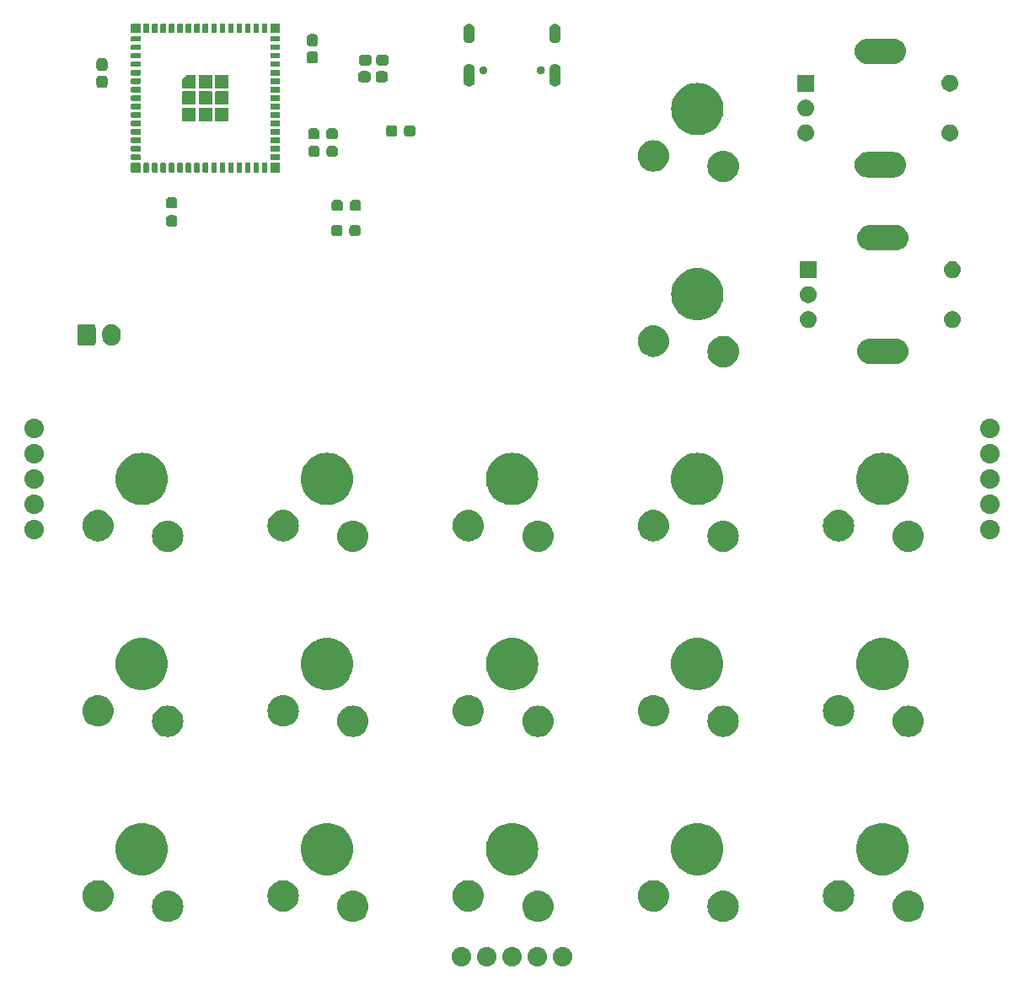
<source format=gbr>
%TF.GenerationSoftware,KiCad,Pcbnew,8.0.6*%
%TF.CreationDate,2025-02-02T15:37:04-07:00*%
%TF.ProjectId,Modular MacroPad,4d6f6475-6c61-4722-904d-6163726f5061,rev?*%
%TF.SameCoordinates,Original*%
%TF.FileFunction,Soldermask,Top*%
%TF.FilePolarity,Negative*%
%FSLAX46Y46*%
G04 Gerber Fmt 4.6, Leading zero omitted, Abs format (unit mm)*
G04 Created by KiCad (PCBNEW 8.0.6) date 2025-02-02 15:37:04*
%MOMM*%
%LPD*%
G01*
G04 APERTURE LIST*
G04 APERTURE END LIST*
G36*
X143342797Y-141135419D02*
G01*
X143526638Y-141191187D01*
X143696067Y-141281749D01*
X143844573Y-141403624D01*
X143966448Y-141552130D01*
X144057010Y-141721559D01*
X144112778Y-141905400D01*
X144131608Y-142096589D01*
X144112778Y-142287778D01*
X144057010Y-142471619D01*
X143966448Y-142641048D01*
X143844573Y-142789554D01*
X143696067Y-142911429D01*
X143526638Y-143001991D01*
X143342797Y-143057759D01*
X143151608Y-143076589D01*
X142960419Y-143057759D01*
X142776578Y-143001991D01*
X142607149Y-142911429D01*
X142458643Y-142789554D01*
X142336768Y-142641048D01*
X142246206Y-142471619D01*
X142190438Y-142287778D01*
X142171608Y-142096589D01*
X142190438Y-141905400D01*
X142246206Y-141721559D01*
X142336768Y-141552130D01*
X142458643Y-141403624D01*
X142607149Y-141281749D01*
X142776578Y-141191187D01*
X142960419Y-141135419D01*
X143151608Y-141116589D01*
X143342797Y-141135419D01*
G37*
G36*
X145882797Y-141135419D02*
G01*
X146066638Y-141191187D01*
X146236067Y-141281749D01*
X146384573Y-141403624D01*
X146506448Y-141552130D01*
X146597010Y-141721559D01*
X146652778Y-141905400D01*
X146671608Y-142096589D01*
X146652778Y-142287778D01*
X146597010Y-142471619D01*
X146506448Y-142641048D01*
X146384573Y-142789554D01*
X146236067Y-142911429D01*
X146066638Y-143001991D01*
X145882797Y-143057759D01*
X145691608Y-143076589D01*
X145500419Y-143057759D01*
X145316578Y-143001991D01*
X145147149Y-142911429D01*
X144998643Y-142789554D01*
X144876768Y-142641048D01*
X144786206Y-142471619D01*
X144730438Y-142287778D01*
X144711608Y-142096589D01*
X144730438Y-141905400D01*
X144786206Y-141721559D01*
X144876768Y-141552130D01*
X144998643Y-141403624D01*
X145147149Y-141281749D01*
X145316578Y-141191187D01*
X145500419Y-141135419D01*
X145691608Y-141116589D01*
X145882797Y-141135419D01*
G37*
G36*
X148422797Y-141135419D02*
G01*
X148606638Y-141191187D01*
X148776067Y-141281749D01*
X148924573Y-141403624D01*
X149046448Y-141552130D01*
X149137010Y-141721559D01*
X149192778Y-141905400D01*
X149211608Y-142096589D01*
X149192778Y-142287778D01*
X149137010Y-142471619D01*
X149046448Y-142641048D01*
X148924573Y-142789554D01*
X148776067Y-142911429D01*
X148606638Y-143001991D01*
X148422797Y-143057759D01*
X148231608Y-143076589D01*
X148040419Y-143057759D01*
X147856578Y-143001991D01*
X147687149Y-142911429D01*
X147538643Y-142789554D01*
X147416768Y-142641048D01*
X147326206Y-142471619D01*
X147270438Y-142287778D01*
X147251608Y-142096589D01*
X147270438Y-141905400D01*
X147326206Y-141721559D01*
X147416768Y-141552130D01*
X147538643Y-141403624D01*
X147687149Y-141281749D01*
X147856578Y-141191187D01*
X148040419Y-141135419D01*
X148231608Y-141116589D01*
X148422797Y-141135419D01*
G37*
G36*
X150962797Y-141135419D02*
G01*
X151146638Y-141191187D01*
X151316067Y-141281749D01*
X151464573Y-141403624D01*
X151586448Y-141552130D01*
X151677010Y-141721559D01*
X151732778Y-141905400D01*
X151751608Y-142096589D01*
X151732778Y-142287778D01*
X151677010Y-142471619D01*
X151586448Y-142641048D01*
X151464573Y-142789554D01*
X151316067Y-142911429D01*
X151146638Y-143001991D01*
X150962797Y-143057759D01*
X150771608Y-143076589D01*
X150580419Y-143057759D01*
X150396578Y-143001991D01*
X150227149Y-142911429D01*
X150078643Y-142789554D01*
X149956768Y-142641048D01*
X149866206Y-142471619D01*
X149810438Y-142287778D01*
X149791608Y-142096589D01*
X149810438Y-141905400D01*
X149866206Y-141721559D01*
X149956768Y-141552130D01*
X150078643Y-141403624D01*
X150227149Y-141281749D01*
X150396578Y-141191187D01*
X150580419Y-141135419D01*
X150771608Y-141116589D01*
X150962797Y-141135419D01*
G37*
G36*
X153502797Y-141135419D02*
G01*
X153686638Y-141191187D01*
X153856067Y-141281749D01*
X154004573Y-141403624D01*
X154126448Y-141552130D01*
X154217010Y-141721559D01*
X154272778Y-141905400D01*
X154291608Y-142096589D01*
X154272778Y-142287778D01*
X154217010Y-142471619D01*
X154126448Y-142641048D01*
X154004573Y-142789554D01*
X153856067Y-142911429D01*
X153686638Y-143001991D01*
X153502797Y-143057759D01*
X153311608Y-143076589D01*
X153120419Y-143057759D01*
X152936578Y-143001991D01*
X152767149Y-142911429D01*
X152618643Y-142789554D01*
X152496768Y-142641048D01*
X152406206Y-142471619D01*
X152350438Y-142287778D01*
X152331608Y-142096589D01*
X152350438Y-141905400D01*
X152406206Y-141721559D01*
X152496768Y-141552130D01*
X152618643Y-141403624D01*
X152767149Y-141281749D01*
X152936578Y-141191187D01*
X153120419Y-141135419D01*
X153311608Y-141116589D01*
X153502797Y-141135419D01*
G37*
G36*
X113888956Y-135473060D02*
G01*
X114130037Y-135530939D01*
X114359095Y-135625818D01*
X114570491Y-135755361D01*
X114759019Y-135916379D01*
X114920037Y-136104907D01*
X115049580Y-136316303D01*
X115144459Y-136545361D01*
X115202338Y-136786442D01*
X115221790Y-137033608D01*
X115202338Y-137280774D01*
X115144459Y-137521855D01*
X115049580Y-137750913D01*
X114920037Y-137962309D01*
X114759019Y-138150837D01*
X114570491Y-138311855D01*
X114359095Y-138441398D01*
X114130037Y-138536277D01*
X113888956Y-138594156D01*
X113641790Y-138613608D01*
X113394624Y-138594156D01*
X113153543Y-138536277D01*
X112924485Y-138441398D01*
X112713089Y-138311855D01*
X112524561Y-138150837D01*
X112363543Y-137962309D01*
X112234000Y-137750913D01*
X112139121Y-137521855D01*
X112081242Y-137280774D01*
X112061790Y-137033608D01*
X112081242Y-136786442D01*
X112139121Y-136545361D01*
X112234000Y-136316303D01*
X112363543Y-136104907D01*
X112524561Y-135916379D01*
X112713089Y-135755361D01*
X112924485Y-135625818D01*
X113153543Y-135530939D01*
X113394624Y-135473060D01*
X113641790Y-135453608D01*
X113888956Y-135473060D01*
G37*
G36*
X132488956Y-135473060D02*
G01*
X132730037Y-135530939D01*
X132959095Y-135625818D01*
X133170491Y-135755361D01*
X133359019Y-135916379D01*
X133520037Y-136104907D01*
X133649580Y-136316303D01*
X133744459Y-136545361D01*
X133802338Y-136786442D01*
X133821790Y-137033608D01*
X133802338Y-137280774D01*
X133744459Y-137521855D01*
X133649580Y-137750913D01*
X133520037Y-137962309D01*
X133359019Y-138150837D01*
X133170491Y-138311855D01*
X132959095Y-138441398D01*
X132730037Y-138536277D01*
X132488956Y-138594156D01*
X132241790Y-138613608D01*
X131994624Y-138594156D01*
X131753543Y-138536277D01*
X131524485Y-138441398D01*
X131313089Y-138311855D01*
X131124561Y-138150837D01*
X130963543Y-137962309D01*
X130834000Y-137750913D01*
X130739121Y-137521855D01*
X130681242Y-137280774D01*
X130661790Y-137033608D01*
X130681242Y-136786442D01*
X130739121Y-136545361D01*
X130834000Y-136316303D01*
X130963543Y-136104907D01*
X131124561Y-135916379D01*
X131313089Y-135755361D01*
X131524485Y-135625818D01*
X131753543Y-135530939D01*
X131994624Y-135473060D01*
X132241790Y-135453608D01*
X132488956Y-135473060D01*
G37*
G36*
X151088956Y-135473060D02*
G01*
X151330037Y-135530939D01*
X151559095Y-135625818D01*
X151770491Y-135755361D01*
X151959019Y-135916379D01*
X152120037Y-136104907D01*
X152249580Y-136316303D01*
X152344459Y-136545361D01*
X152402338Y-136786442D01*
X152421790Y-137033608D01*
X152402338Y-137280774D01*
X152344459Y-137521855D01*
X152249580Y-137750913D01*
X152120037Y-137962309D01*
X151959019Y-138150837D01*
X151770491Y-138311855D01*
X151559095Y-138441398D01*
X151330037Y-138536277D01*
X151088956Y-138594156D01*
X150841790Y-138613608D01*
X150594624Y-138594156D01*
X150353543Y-138536277D01*
X150124485Y-138441398D01*
X149913089Y-138311855D01*
X149724561Y-138150837D01*
X149563543Y-137962309D01*
X149434000Y-137750913D01*
X149339121Y-137521855D01*
X149281242Y-137280774D01*
X149261790Y-137033608D01*
X149281242Y-136786442D01*
X149339121Y-136545361D01*
X149434000Y-136316303D01*
X149563543Y-136104907D01*
X149724561Y-135916379D01*
X149913089Y-135755361D01*
X150124485Y-135625818D01*
X150353543Y-135530939D01*
X150594624Y-135473060D01*
X150841790Y-135453608D01*
X151088956Y-135473060D01*
G37*
G36*
X169688956Y-135473060D02*
G01*
X169930037Y-135530939D01*
X170159095Y-135625818D01*
X170370491Y-135755361D01*
X170559019Y-135916379D01*
X170720037Y-136104907D01*
X170849580Y-136316303D01*
X170944459Y-136545361D01*
X171002338Y-136786442D01*
X171021790Y-137033608D01*
X171002338Y-137280774D01*
X170944459Y-137521855D01*
X170849580Y-137750913D01*
X170720037Y-137962309D01*
X170559019Y-138150837D01*
X170370491Y-138311855D01*
X170159095Y-138441398D01*
X169930037Y-138536277D01*
X169688956Y-138594156D01*
X169441790Y-138613608D01*
X169194624Y-138594156D01*
X168953543Y-138536277D01*
X168724485Y-138441398D01*
X168513089Y-138311855D01*
X168324561Y-138150837D01*
X168163543Y-137962309D01*
X168034000Y-137750913D01*
X167939121Y-137521855D01*
X167881242Y-137280774D01*
X167861790Y-137033608D01*
X167881242Y-136786442D01*
X167939121Y-136545361D01*
X168034000Y-136316303D01*
X168163543Y-136104907D01*
X168324561Y-135916379D01*
X168513089Y-135755361D01*
X168724485Y-135625818D01*
X168953543Y-135530939D01*
X169194624Y-135473060D01*
X169441790Y-135453608D01*
X169688956Y-135473060D01*
G37*
G36*
X188288956Y-135473060D02*
G01*
X188530037Y-135530939D01*
X188759095Y-135625818D01*
X188970491Y-135755361D01*
X189159019Y-135916379D01*
X189320037Y-136104907D01*
X189449580Y-136316303D01*
X189544459Y-136545361D01*
X189602338Y-136786442D01*
X189621790Y-137033608D01*
X189602338Y-137280774D01*
X189544459Y-137521855D01*
X189449580Y-137750913D01*
X189320037Y-137962309D01*
X189159019Y-138150837D01*
X188970491Y-138311855D01*
X188759095Y-138441398D01*
X188530037Y-138536277D01*
X188288956Y-138594156D01*
X188041790Y-138613608D01*
X187794624Y-138594156D01*
X187553543Y-138536277D01*
X187324485Y-138441398D01*
X187113089Y-138311855D01*
X186924561Y-138150837D01*
X186763543Y-137962309D01*
X186634000Y-137750913D01*
X186539121Y-137521855D01*
X186481242Y-137280774D01*
X186461790Y-137033608D01*
X186481242Y-136786442D01*
X186539121Y-136545361D01*
X186634000Y-136316303D01*
X186763543Y-136104907D01*
X186924561Y-135916379D01*
X187113089Y-135755361D01*
X187324485Y-135625818D01*
X187553543Y-135530939D01*
X187794624Y-135473060D01*
X188041790Y-135453608D01*
X188288956Y-135473060D01*
G37*
G36*
X106888956Y-134423060D02*
G01*
X107130037Y-134480939D01*
X107359095Y-134575818D01*
X107570491Y-134705361D01*
X107759019Y-134866379D01*
X107920037Y-135054907D01*
X108049580Y-135266303D01*
X108144459Y-135495361D01*
X108202338Y-135736442D01*
X108221790Y-135983608D01*
X108202338Y-136230774D01*
X108144459Y-136471855D01*
X108049580Y-136700913D01*
X107920037Y-136912309D01*
X107759019Y-137100837D01*
X107570491Y-137261855D01*
X107359095Y-137391398D01*
X107130037Y-137486277D01*
X106888956Y-137544156D01*
X106641790Y-137563608D01*
X106394624Y-137544156D01*
X106153543Y-137486277D01*
X105924485Y-137391398D01*
X105713089Y-137261855D01*
X105524561Y-137100837D01*
X105363543Y-136912309D01*
X105234000Y-136700913D01*
X105139121Y-136471855D01*
X105081242Y-136230774D01*
X105061790Y-135983608D01*
X105081242Y-135736442D01*
X105139121Y-135495361D01*
X105234000Y-135266303D01*
X105363543Y-135054907D01*
X105524561Y-134866379D01*
X105713089Y-134705361D01*
X105924485Y-134575818D01*
X106153543Y-134480939D01*
X106394624Y-134423060D01*
X106641790Y-134403608D01*
X106888956Y-134423060D01*
G37*
G36*
X125488956Y-134423060D02*
G01*
X125730037Y-134480939D01*
X125959095Y-134575818D01*
X126170491Y-134705361D01*
X126359019Y-134866379D01*
X126520037Y-135054907D01*
X126649580Y-135266303D01*
X126744459Y-135495361D01*
X126802338Y-135736442D01*
X126821790Y-135983608D01*
X126802338Y-136230774D01*
X126744459Y-136471855D01*
X126649580Y-136700913D01*
X126520037Y-136912309D01*
X126359019Y-137100837D01*
X126170491Y-137261855D01*
X125959095Y-137391398D01*
X125730037Y-137486277D01*
X125488956Y-137544156D01*
X125241790Y-137563608D01*
X124994624Y-137544156D01*
X124753543Y-137486277D01*
X124524485Y-137391398D01*
X124313089Y-137261855D01*
X124124561Y-137100837D01*
X123963543Y-136912309D01*
X123834000Y-136700913D01*
X123739121Y-136471855D01*
X123681242Y-136230774D01*
X123661790Y-135983608D01*
X123681242Y-135736442D01*
X123739121Y-135495361D01*
X123834000Y-135266303D01*
X123963543Y-135054907D01*
X124124561Y-134866379D01*
X124313089Y-134705361D01*
X124524485Y-134575818D01*
X124753543Y-134480939D01*
X124994624Y-134423060D01*
X125241790Y-134403608D01*
X125488956Y-134423060D01*
G37*
G36*
X144088956Y-134423060D02*
G01*
X144330037Y-134480939D01*
X144559095Y-134575818D01*
X144770491Y-134705361D01*
X144959019Y-134866379D01*
X145120037Y-135054907D01*
X145249580Y-135266303D01*
X145344459Y-135495361D01*
X145402338Y-135736442D01*
X145421790Y-135983608D01*
X145402338Y-136230774D01*
X145344459Y-136471855D01*
X145249580Y-136700913D01*
X145120037Y-136912309D01*
X144959019Y-137100837D01*
X144770491Y-137261855D01*
X144559095Y-137391398D01*
X144330037Y-137486277D01*
X144088956Y-137544156D01*
X143841790Y-137563608D01*
X143594624Y-137544156D01*
X143353543Y-137486277D01*
X143124485Y-137391398D01*
X142913089Y-137261855D01*
X142724561Y-137100837D01*
X142563543Y-136912309D01*
X142434000Y-136700913D01*
X142339121Y-136471855D01*
X142281242Y-136230774D01*
X142261790Y-135983608D01*
X142281242Y-135736442D01*
X142339121Y-135495361D01*
X142434000Y-135266303D01*
X142563543Y-135054907D01*
X142724561Y-134866379D01*
X142913089Y-134705361D01*
X143124485Y-134575818D01*
X143353543Y-134480939D01*
X143594624Y-134423060D01*
X143841790Y-134403608D01*
X144088956Y-134423060D01*
G37*
G36*
X162688956Y-134423060D02*
G01*
X162930037Y-134480939D01*
X163159095Y-134575818D01*
X163370491Y-134705361D01*
X163559019Y-134866379D01*
X163720037Y-135054907D01*
X163849580Y-135266303D01*
X163944459Y-135495361D01*
X164002338Y-135736442D01*
X164021790Y-135983608D01*
X164002338Y-136230774D01*
X163944459Y-136471855D01*
X163849580Y-136700913D01*
X163720037Y-136912309D01*
X163559019Y-137100837D01*
X163370491Y-137261855D01*
X163159095Y-137391398D01*
X162930037Y-137486277D01*
X162688956Y-137544156D01*
X162441790Y-137563608D01*
X162194624Y-137544156D01*
X161953543Y-137486277D01*
X161724485Y-137391398D01*
X161513089Y-137261855D01*
X161324561Y-137100837D01*
X161163543Y-136912309D01*
X161034000Y-136700913D01*
X160939121Y-136471855D01*
X160881242Y-136230774D01*
X160861790Y-135983608D01*
X160881242Y-135736442D01*
X160939121Y-135495361D01*
X161034000Y-135266303D01*
X161163543Y-135054907D01*
X161324561Y-134866379D01*
X161513089Y-134705361D01*
X161724485Y-134575818D01*
X161953543Y-134480939D01*
X162194624Y-134423060D01*
X162441790Y-134403608D01*
X162688956Y-134423060D01*
G37*
G36*
X181288956Y-134423060D02*
G01*
X181530037Y-134480939D01*
X181759095Y-134575818D01*
X181970491Y-134705361D01*
X182159019Y-134866379D01*
X182320037Y-135054907D01*
X182449580Y-135266303D01*
X182544459Y-135495361D01*
X182602338Y-135736442D01*
X182621790Y-135983608D01*
X182602338Y-136230774D01*
X182544459Y-136471855D01*
X182449580Y-136700913D01*
X182320037Y-136912309D01*
X182159019Y-137100837D01*
X181970491Y-137261855D01*
X181759095Y-137391398D01*
X181530037Y-137486277D01*
X181288956Y-137544156D01*
X181041790Y-137563608D01*
X180794624Y-137544156D01*
X180553543Y-137486277D01*
X180324485Y-137391398D01*
X180113089Y-137261855D01*
X179924561Y-137100837D01*
X179763543Y-136912309D01*
X179634000Y-136700913D01*
X179539121Y-136471855D01*
X179481242Y-136230774D01*
X179461790Y-135983608D01*
X179481242Y-135736442D01*
X179539121Y-135495361D01*
X179634000Y-135266303D01*
X179763543Y-135054907D01*
X179924561Y-134866379D01*
X180113089Y-134705361D01*
X180324485Y-134575818D01*
X180553543Y-134480939D01*
X180794624Y-134423060D01*
X181041790Y-134403608D01*
X181288956Y-134423060D01*
G37*
G36*
X111358801Y-128672784D02*
G01*
X111671190Y-128730031D01*
X111974401Y-128824515D01*
X112264012Y-128954859D01*
X112535800Y-129119160D01*
X112785803Y-129315025D01*
X113010373Y-129539595D01*
X113206238Y-129789598D01*
X113370539Y-130061386D01*
X113500883Y-130350997D01*
X113595367Y-130654208D01*
X113652614Y-130966597D01*
X113671790Y-131283608D01*
X113652614Y-131600619D01*
X113595367Y-131913008D01*
X113500883Y-132216219D01*
X113370539Y-132505830D01*
X113206238Y-132777618D01*
X113010373Y-133027621D01*
X112785803Y-133252191D01*
X112535800Y-133448056D01*
X112264012Y-133612357D01*
X111974401Y-133742701D01*
X111671190Y-133837185D01*
X111358801Y-133894432D01*
X111041790Y-133913608D01*
X110724779Y-133894432D01*
X110412390Y-133837185D01*
X110109179Y-133742701D01*
X109819568Y-133612357D01*
X109547780Y-133448056D01*
X109297777Y-133252191D01*
X109073207Y-133027621D01*
X108877342Y-132777618D01*
X108713041Y-132505830D01*
X108582697Y-132216219D01*
X108488213Y-131913008D01*
X108430966Y-131600619D01*
X108411790Y-131283608D01*
X108430966Y-130966597D01*
X108488213Y-130654208D01*
X108582697Y-130350997D01*
X108713041Y-130061386D01*
X108877342Y-129789598D01*
X109073207Y-129539595D01*
X109297777Y-129315025D01*
X109547780Y-129119160D01*
X109819568Y-128954859D01*
X110109179Y-128824515D01*
X110412390Y-128730031D01*
X110724779Y-128672784D01*
X111041790Y-128653608D01*
X111358801Y-128672784D01*
G37*
G36*
X129958801Y-128672784D02*
G01*
X130271190Y-128730031D01*
X130574401Y-128824515D01*
X130864012Y-128954859D01*
X131135800Y-129119160D01*
X131385803Y-129315025D01*
X131610373Y-129539595D01*
X131806238Y-129789598D01*
X131970539Y-130061386D01*
X132100883Y-130350997D01*
X132195367Y-130654208D01*
X132252614Y-130966597D01*
X132271790Y-131283608D01*
X132252614Y-131600619D01*
X132195367Y-131913008D01*
X132100883Y-132216219D01*
X131970539Y-132505830D01*
X131806238Y-132777618D01*
X131610373Y-133027621D01*
X131385803Y-133252191D01*
X131135800Y-133448056D01*
X130864012Y-133612357D01*
X130574401Y-133742701D01*
X130271190Y-133837185D01*
X129958801Y-133894432D01*
X129641790Y-133913608D01*
X129324779Y-133894432D01*
X129012390Y-133837185D01*
X128709179Y-133742701D01*
X128419568Y-133612357D01*
X128147780Y-133448056D01*
X127897777Y-133252191D01*
X127673207Y-133027621D01*
X127477342Y-132777618D01*
X127313041Y-132505830D01*
X127182697Y-132216219D01*
X127088213Y-131913008D01*
X127030966Y-131600619D01*
X127011790Y-131283608D01*
X127030966Y-130966597D01*
X127088213Y-130654208D01*
X127182697Y-130350997D01*
X127313041Y-130061386D01*
X127477342Y-129789598D01*
X127673207Y-129539595D01*
X127897777Y-129315025D01*
X128147780Y-129119160D01*
X128419568Y-128954859D01*
X128709179Y-128824515D01*
X129012390Y-128730031D01*
X129324779Y-128672784D01*
X129641790Y-128653608D01*
X129958801Y-128672784D01*
G37*
G36*
X148558801Y-128672784D02*
G01*
X148871190Y-128730031D01*
X149174401Y-128824515D01*
X149464012Y-128954859D01*
X149735800Y-129119160D01*
X149985803Y-129315025D01*
X150210373Y-129539595D01*
X150406238Y-129789598D01*
X150570539Y-130061386D01*
X150700883Y-130350997D01*
X150795367Y-130654208D01*
X150852614Y-130966597D01*
X150871790Y-131283608D01*
X150852614Y-131600619D01*
X150795367Y-131913008D01*
X150700883Y-132216219D01*
X150570539Y-132505830D01*
X150406238Y-132777618D01*
X150210373Y-133027621D01*
X149985803Y-133252191D01*
X149735800Y-133448056D01*
X149464012Y-133612357D01*
X149174401Y-133742701D01*
X148871190Y-133837185D01*
X148558801Y-133894432D01*
X148241790Y-133913608D01*
X147924779Y-133894432D01*
X147612390Y-133837185D01*
X147309179Y-133742701D01*
X147019568Y-133612357D01*
X146747780Y-133448056D01*
X146497777Y-133252191D01*
X146273207Y-133027621D01*
X146077342Y-132777618D01*
X145913041Y-132505830D01*
X145782697Y-132216219D01*
X145688213Y-131913008D01*
X145630966Y-131600619D01*
X145611790Y-131283608D01*
X145630966Y-130966597D01*
X145688213Y-130654208D01*
X145782697Y-130350997D01*
X145913041Y-130061386D01*
X146077342Y-129789598D01*
X146273207Y-129539595D01*
X146497777Y-129315025D01*
X146747780Y-129119160D01*
X147019568Y-128954859D01*
X147309179Y-128824515D01*
X147612390Y-128730031D01*
X147924779Y-128672784D01*
X148241790Y-128653608D01*
X148558801Y-128672784D01*
G37*
G36*
X167158801Y-128672784D02*
G01*
X167471190Y-128730031D01*
X167774401Y-128824515D01*
X168064012Y-128954859D01*
X168335800Y-129119160D01*
X168585803Y-129315025D01*
X168810373Y-129539595D01*
X169006238Y-129789598D01*
X169170539Y-130061386D01*
X169300883Y-130350997D01*
X169395367Y-130654208D01*
X169452614Y-130966597D01*
X169471790Y-131283608D01*
X169452614Y-131600619D01*
X169395367Y-131913008D01*
X169300883Y-132216219D01*
X169170539Y-132505830D01*
X169006238Y-132777618D01*
X168810373Y-133027621D01*
X168585803Y-133252191D01*
X168335800Y-133448056D01*
X168064012Y-133612357D01*
X167774401Y-133742701D01*
X167471190Y-133837185D01*
X167158801Y-133894432D01*
X166841790Y-133913608D01*
X166524779Y-133894432D01*
X166212390Y-133837185D01*
X165909179Y-133742701D01*
X165619568Y-133612357D01*
X165347780Y-133448056D01*
X165097777Y-133252191D01*
X164873207Y-133027621D01*
X164677342Y-132777618D01*
X164513041Y-132505830D01*
X164382697Y-132216219D01*
X164288213Y-131913008D01*
X164230966Y-131600619D01*
X164211790Y-131283608D01*
X164230966Y-130966597D01*
X164288213Y-130654208D01*
X164382697Y-130350997D01*
X164513041Y-130061386D01*
X164677342Y-129789598D01*
X164873207Y-129539595D01*
X165097777Y-129315025D01*
X165347780Y-129119160D01*
X165619568Y-128954859D01*
X165909179Y-128824515D01*
X166212390Y-128730031D01*
X166524779Y-128672784D01*
X166841790Y-128653608D01*
X167158801Y-128672784D01*
G37*
G36*
X185758801Y-128672784D02*
G01*
X186071190Y-128730031D01*
X186374401Y-128824515D01*
X186664012Y-128954859D01*
X186935800Y-129119160D01*
X187185803Y-129315025D01*
X187410373Y-129539595D01*
X187606238Y-129789598D01*
X187770539Y-130061386D01*
X187900883Y-130350997D01*
X187995367Y-130654208D01*
X188052614Y-130966597D01*
X188071790Y-131283608D01*
X188052614Y-131600619D01*
X187995367Y-131913008D01*
X187900883Y-132216219D01*
X187770539Y-132505830D01*
X187606238Y-132777618D01*
X187410373Y-133027621D01*
X187185803Y-133252191D01*
X186935800Y-133448056D01*
X186664012Y-133612357D01*
X186374401Y-133742701D01*
X186071190Y-133837185D01*
X185758801Y-133894432D01*
X185441790Y-133913608D01*
X185124779Y-133894432D01*
X184812390Y-133837185D01*
X184509179Y-133742701D01*
X184219568Y-133612357D01*
X183947780Y-133448056D01*
X183697777Y-133252191D01*
X183473207Y-133027621D01*
X183277342Y-132777618D01*
X183113041Y-132505830D01*
X182982697Y-132216219D01*
X182888213Y-131913008D01*
X182830966Y-131600619D01*
X182811790Y-131283608D01*
X182830966Y-130966597D01*
X182888213Y-130654208D01*
X182982697Y-130350997D01*
X183113041Y-130061386D01*
X183277342Y-129789598D01*
X183473207Y-129539595D01*
X183697777Y-129315025D01*
X183947780Y-129119160D01*
X184219568Y-128954859D01*
X184509179Y-128824515D01*
X184812390Y-128730031D01*
X185124779Y-128672784D01*
X185441790Y-128653608D01*
X185758801Y-128672784D01*
G37*
G36*
X113888956Y-116873060D02*
G01*
X114130037Y-116930939D01*
X114359095Y-117025818D01*
X114570491Y-117155361D01*
X114759019Y-117316379D01*
X114920037Y-117504907D01*
X115049580Y-117716303D01*
X115144459Y-117945361D01*
X115202338Y-118186442D01*
X115221790Y-118433608D01*
X115202338Y-118680774D01*
X115144459Y-118921855D01*
X115049580Y-119150913D01*
X114920037Y-119362309D01*
X114759019Y-119550837D01*
X114570491Y-119711855D01*
X114359095Y-119841398D01*
X114130037Y-119936277D01*
X113888956Y-119994156D01*
X113641790Y-120013608D01*
X113394624Y-119994156D01*
X113153543Y-119936277D01*
X112924485Y-119841398D01*
X112713089Y-119711855D01*
X112524561Y-119550837D01*
X112363543Y-119362309D01*
X112234000Y-119150913D01*
X112139121Y-118921855D01*
X112081242Y-118680774D01*
X112061790Y-118433608D01*
X112081242Y-118186442D01*
X112139121Y-117945361D01*
X112234000Y-117716303D01*
X112363543Y-117504907D01*
X112524561Y-117316379D01*
X112713089Y-117155361D01*
X112924485Y-117025818D01*
X113153543Y-116930939D01*
X113394624Y-116873060D01*
X113641790Y-116853608D01*
X113888956Y-116873060D01*
G37*
G36*
X132488956Y-116873060D02*
G01*
X132730037Y-116930939D01*
X132959095Y-117025818D01*
X133170491Y-117155361D01*
X133359019Y-117316379D01*
X133520037Y-117504907D01*
X133649580Y-117716303D01*
X133744459Y-117945361D01*
X133802338Y-118186442D01*
X133821790Y-118433608D01*
X133802338Y-118680774D01*
X133744459Y-118921855D01*
X133649580Y-119150913D01*
X133520037Y-119362309D01*
X133359019Y-119550837D01*
X133170491Y-119711855D01*
X132959095Y-119841398D01*
X132730037Y-119936277D01*
X132488956Y-119994156D01*
X132241790Y-120013608D01*
X131994624Y-119994156D01*
X131753543Y-119936277D01*
X131524485Y-119841398D01*
X131313089Y-119711855D01*
X131124561Y-119550837D01*
X130963543Y-119362309D01*
X130834000Y-119150913D01*
X130739121Y-118921855D01*
X130681242Y-118680774D01*
X130661790Y-118433608D01*
X130681242Y-118186442D01*
X130739121Y-117945361D01*
X130834000Y-117716303D01*
X130963543Y-117504907D01*
X131124561Y-117316379D01*
X131313089Y-117155361D01*
X131524485Y-117025818D01*
X131753543Y-116930939D01*
X131994624Y-116873060D01*
X132241790Y-116853608D01*
X132488956Y-116873060D01*
G37*
G36*
X151088956Y-116873060D02*
G01*
X151330037Y-116930939D01*
X151559095Y-117025818D01*
X151770491Y-117155361D01*
X151959019Y-117316379D01*
X152120037Y-117504907D01*
X152249580Y-117716303D01*
X152344459Y-117945361D01*
X152402338Y-118186442D01*
X152421790Y-118433608D01*
X152402338Y-118680774D01*
X152344459Y-118921855D01*
X152249580Y-119150913D01*
X152120037Y-119362309D01*
X151959019Y-119550837D01*
X151770491Y-119711855D01*
X151559095Y-119841398D01*
X151330037Y-119936277D01*
X151088956Y-119994156D01*
X150841790Y-120013608D01*
X150594624Y-119994156D01*
X150353543Y-119936277D01*
X150124485Y-119841398D01*
X149913089Y-119711855D01*
X149724561Y-119550837D01*
X149563543Y-119362309D01*
X149434000Y-119150913D01*
X149339121Y-118921855D01*
X149281242Y-118680774D01*
X149261790Y-118433608D01*
X149281242Y-118186442D01*
X149339121Y-117945361D01*
X149434000Y-117716303D01*
X149563543Y-117504907D01*
X149724561Y-117316379D01*
X149913089Y-117155361D01*
X150124485Y-117025818D01*
X150353543Y-116930939D01*
X150594624Y-116873060D01*
X150841790Y-116853608D01*
X151088956Y-116873060D01*
G37*
G36*
X169688956Y-116873060D02*
G01*
X169930037Y-116930939D01*
X170159095Y-117025818D01*
X170370491Y-117155361D01*
X170559019Y-117316379D01*
X170720037Y-117504907D01*
X170849580Y-117716303D01*
X170944459Y-117945361D01*
X171002338Y-118186442D01*
X171021790Y-118433608D01*
X171002338Y-118680774D01*
X170944459Y-118921855D01*
X170849580Y-119150913D01*
X170720037Y-119362309D01*
X170559019Y-119550837D01*
X170370491Y-119711855D01*
X170159095Y-119841398D01*
X169930037Y-119936277D01*
X169688956Y-119994156D01*
X169441790Y-120013608D01*
X169194624Y-119994156D01*
X168953543Y-119936277D01*
X168724485Y-119841398D01*
X168513089Y-119711855D01*
X168324561Y-119550837D01*
X168163543Y-119362309D01*
X168034000Y-119150913D01*
X167939121Y-118921855D01*
X167881242Y-118680774D01*
X167861790Y-118433608D01*
X167881242Y-118186442D01*
X167939121Y-117945361D01*
X168034000Y-117716303D01*
X168163543Y-117504907D01*
X168324561Y-117316379D01*
X168513089Y-117155361D01*
X168724485Y-117025818D01*
X168953543Y-116930939D01*
X169194624Y-116873060D01*
X169441790Y-116853608D01*
X169688956Y-116873060D01*
G37*
G36*
X188288956Y-116873060D02*
G01*
X188530037Y-116930939D01*
X188759095Y-117025818D01*
X188970491Y-117155361D01*
X189159019Y-117316379D01*
X189320037Y-117504907D01*
X189449580Y-117716303D01*
X189544459Y-117945361D01*
X189602338Y-118186442D01*
X189621790Y-118433608D01*
X189602338Y-118680774D01*
X189544459Y-118921855D01*
X189449580Y-119150913D01*
X189320037Y-119362309D01*
X189159019Y-119550837D01*
X188970491Y-119711855D01*
X188759095Y-119841398D01*
X188530037Y-119936277D01*
X188288956Y-119994156D01*
X188041790Y-120013608D01*
X187794624Y-119994156D01*
X187553543Y-119936277D01*
X187324485Y-119841398D01*
X187113089Y-119711855D01*
X186924561Y-119550837D01*
X186763543Y-119362309D01*
X186634000Y-119150913D01*
X186539121Y-118921855D01*
X186481242Y-118680774D01*
X186461790Y-118433608D01*
X186481242Y-118186442D01*
X186539121Y-117945361D01*
X186634000Y-117716303D01*
X186763543Y-117504907D01*
X186924561Y-117316379D01*
X187113089Y-117155361D01*
X187324485Y-117025818D01*
X187553543Y-116930939D01*
X187794624Y-116873060D01*
X188041790Y-116853608D01*
X188288956Y-116873060D01*
G37*
G36*
X106888956Y-115823060D02*
G01*
X107130037Y-115880939D01*
X107359095Y-115975818D01*
X107570491Y-116105361D01*
X107759019Y-116266379D01*
X107920037Y-116454907D01*
X108049580Y-116666303D01*
X108144459Y-116895361D01*
X108202338Y-117136442D01*
X108221790Y-117383608D01*
X108202338Y-117630774D01*
X108144459Y-117871855D01*
X108049580Y-118100913D01*
X107920037Y-118312309D01*
X107759019Y-118500837D01*
X107570491Y-118661855D01*
X107359095Y-118791398D01*
X107130037Y-118886277D01*
X106888956Y-118944156D01*
X106641790Y-118963608D01*
X106394624Y-118944156D01*
X106153543Y-118886277D01*
X105924485Y-118791398D01*
X105713089Y-118661855D01*
X105524561Y-118500837D01*
X105363543Y-118312309D01*
X105234000Y-118100913D01*
X105139121Y-117871855D01*
X105081242Y-117630774D01*
X105061790Y-117383608D01*
X105081242Y-117136442D01*
X105139121Y-116895361D01*
X105234000Y-116666303D01*
X105363543Y-116454907D01*
X105524561Y-116266379D01*
X105713089Y-116105361D01*
X105924485Y-115975818D01*
X106153543Y-115880939D01*
X106394624Y-115823060D01*
X106641790Y-115803608D01*
X106888956Y-115823060D01*
G37*
G36*
X125488956Y-115823060D02*
G01*
X125730037Y-115880939D01*
X125959095Y-115975818D01*
X126170491Y-116105361D01*
X126359019Y-116266379D01*
X126520037Y-116454907D01*
X126649580Y-116666303D01*
X126744459Y-116895361D01*
X126802338Y-117136442D01*
X126821790Y-117383608D01*
X126802338Y-117630774D01*
X126744459Y-117871855D01*
X126649580Y-118100913D01*
X126520037Y-118312309D01*
X126359019Y-118500837D01*
X126170491Y-118661855D01*
X125959095Y-118791398D01*
X125730037Y-118886277D01*
X125488956Y-118944156D01*
X125241790Y-118963608D01*
X124994624Y-118944156D01*
X124753543Y-118886277D01*
X124524485Y-118791398D01*
X124313089Y-118661855D01*
X124124561Y-118500837D01*
X123963543Y-118312309D01*
X123834000Y-118100913D01*
X123739121Y-117871855D01*
X123681242Y-117630774D01*
X123661790Y-117383608D01*
X123681242Y-117136442D01*
X123739121Y-116895361D01*
X123834000Y-116666303D01*
X123963543Y-116454907D01*
X124124561Y-116266379D01*
X124313089Y-116105361D01*
X124524485Y-115975818D01*
X124753543Y-115880939D01*
X124994624Y-115823060D01*
X125241790Y-115803608D01*
X125488956Y-115823060D01*
G37*
G36*
X144088956Y-115823060D02*
G01*
X144330037Y-115880939D01*
X144559095Y-115975818D01*
X144770491Y-116105361D01*
X144959019Y-116266379D01*
X145120037Y-116454907D01*
X145249580Y-116666303D01*
X145344459Y-116895361D01*
X145402338Y-117136442D01*
X145421790Y-117383608D01*
X145402338Y-117630774D01*
X145344459Y-117871855D01*
X145249580Y-118100913D01*
X145120037Y-118312309D01*
X144959019Y-118500837D01*
X144770491Y-118661855D01*
X144559095Y-118791398D01*
X144330037Y-118886277D01*
X144088956Y-118944156D01*
X143841790Y-118963608D01*
X143594624Y-118944156D01*
X143353543Y-118886277D01*
X143124485Y-118791398D01*
X142913089Y-118661855D01*
X142724561Y-118500837D01*
X142563543Y-118312309D01*
X142434000Y-118100913D01*
X142339121Y-117871855D01*
X142281242Y-117630774D01*
X142261790Y-117383608D01*
X142281242Y-117136442D01*
X142339121Y-116895361D01*
X142434000Y-116666303D01*
X142563543Y-116454907D01*
X142724561Y-116266379D01*
X142913089Y-116105361D01*
X143124485Y-115975818D01*
X143353543Y-115880939D01*
X143594624Y-115823060D01*
X143841790Y-115803608D01*
X144088956Y-115823060D01*
G37*
G36*
X162688956Y-115823060D02*
G01*
X162930037Y-115880939D01*
X163159095Y-115975818D01*
X163370491Y-116105361D01*
X163559019Y-116266379D01*
X163720037Y-116454907D01*
X163849580Y-116666303D01*
X163944459Y-116895361D01*
X164002338Y-117136442D01*
X164021790Y-117383608D01*
X164002338Y-117630774D01*
X163944459Y-117871855D01*
X163849580Y-118100913D01*
X163720037Y-118312309D01*
X163559019Y-118500837D01*
X163370491Y-118661855D01*
X163159095Y-118791398D01*
X162930037Y-118886277D01*
X162688956Y-118944156D01*
X162441790Y-118963608D01*
X162194624Y-118944156D01*
X161953543Y-118886277D01*
X161724485Y-118791398D01*
X161513089Y-118661855D01*
X161324561Y-118500837D01*
X161163543Y-118312309D01*
X161034000Y-118100913D01*
X160939121Y-117871855D01*
X160881242Y-117630774D01*
X160861790Y-117383608D01*
X160881242Y-117136442D01*
X160939121Y-116895361D01*
X161034000Y-116666303D01*
X161163543Y-116454907D01*
X161324561Y-116266379D01*
X161513089Y-116105361D01*
X161724485Y-115975818D01*
X161953543Y-115880939D01*
X162194624Y-115823060D01*
X162441790Y-115803608D01*
X162688956Y-115823060D01*
G37*
G36*
X181288956Y-115823060D02*
G01*
X181530037Y-115880939D01*
X181759095Y-115975818D01*
X181970491Y-116105361D01*
X182159019Y-116266379D01*
X182320037Y-116454907D01*
X182449580Y-116666303D01*
X182544459Y-116895361D01*
X182602338Y-117136442D01*
X182621790Y-117383608D01*
X182602338Y-117630774D01*
X182544459Y-117871855D01*
X182449580Y-118100913D01*
X182320037Y-118312309D01*
X182159019Y-118500837D01*
X181970491Y-118661855D01*
X181759095Y-118791398D01*
X181530037Y-118886277D01*
X181288956Y-118944156D01*
X181041790Y-118963608D01*
X180794624Y-118944156D01*
X180553543Y-118886277D01*
X180324485Y-118791398D01*
X180113089Y-118661855D01*
X179924561Y-118500837D01*
X179763543Y-118312309D01*
X179634000Y-118100913D01*
X179539121Y-117871855D01*
X179481242Y-117630774D01*
X179461790Y-117383608D01*
X179481242Y-117136442D01*
X179539121Y-116895361D01*
X179634000Y-116666303D01*
X179763543Y-116454907D01*
X179924561Y-116266379D01*
X180113089Y-116105361D01*
X180324485Y-115975818D01*
X180553543Y-115880939D01*
X180794624Y-115823060D01*
X181041790Y-115803608D01*
X181288956Y-115823060D01*
G37*
G36*
X111358801Y-110072784D02*
G01*
X111671190Y-110130031D01*
X111974401Y-110224515D01*
X112264012Y-110354859D01*
X112535800Y-110519160D01*
X112785803Y-110715025D01*
X113010373Y-110939595D01*
X113206238Y-111189598D01*
X113370539Y-111461386D01*
X113500883Y-111750997D01*
X113595367Y-112054208D01*
X113652614Y-112366597D01*
X113671790Y-112683608D01*
X113652614Y-113000619D01*
X113595367Y-113313008D01*
X113500883Y-113616219D01*
X113370539Y-113905830D01*
X113206238Y-114177618D01*
X113010373Y-114427621D01*
X112785803Y-114652191D01*
X112535800Y-114848056D01*
X112264012Y-115012357D01*
X111974401Y-115142701D01*
X111671190Y-115237185D01*
X111358801Y-115294432D01*
X111041790Y-115313608D01*
X110724779Y-115294432D01*
X110412390Y-115237185D01*
X110109179Y-115142701D01*
X109819568Y-115012357D01*
X109547780Y-114848056D01*
X109297777Y-114652191D01*
X109073207Y-114427621D01*
X108877342Y-114177618D01*
X108713041Y-113905830D01*
X108582697Y-113616219D01*
X108488213Y-113313008D01*
X108430966Y-113000619D01*
X108411790Y-112683608D01*
X108430966Y-112366597D01*
X108488213Y-112054208D01*
X108582697Y-111750997D01*
X108713041Y-111461386D01*
X108877342Y-111189598D01*
X109073207Y-110939595D01*
X109297777Y-110715025D01*
X109547780Y-110519160D01*
X109819568Y-110354859D01*
X110109179Y-110224515D01*
X110412390Y-110130031D01*
X110724779Y-110072784D01*
X111041790Y-110053608D01*
X111358801Y-110072784D01*
G37*
G36*
X129958801Y-110072784D02*
G01*
X130271190Y-110130031D01*
X130574401Y-110224515D01*
X130864012Y-110354859D01*
X131135800Y-110519160D01*
X131385803Y-110715025D01*
X131610373Y-110939595D01*
X131806238Y-111189598D01*
X131970539Y-111461386D01*
X132100883Y-111750997D01*
X132195367Y-112054208D01*
X132252614Y-112366597D01*
X132271790Y-112683608D01*
X132252614Y-113000619D01*
X132195367Y-113313008D01*
X132100883Y-113616219D01*
X131970539Y-113905830D01*
X131806238Y-114177618D01*
X131610373Y-114427621D01*
X131385803Y-114652191D01*
X131135800Y-114848056D01*
X130864012Y-115012357D01*
X130574401Y-115142701D01*
X130271190Y-115237185D01*
X129958801Y-115294432D01*
X129641790Y-115313608D01*
X129324779Y-115294432D01*
X129012390Y-115237185D01*
X128709179Y-115142701D01*
X128419568Y-115012357D01*
X128147780Y-114848056D01*
X127897777Y-114652191D01*
X127673207Y-114427621D01*
X127477342Y-114177618D01*
X127313041Y-113905830D01*
X127182697Y-113616219D01*
X127088213Y-113313008D01*
X127030966Y-113000619D01*
X127011790Y-112683608D01*
X127030966Y-112366597D01*
X127088213Y-112054208D01*
X127182697Y-111750997D01*
X127313041Y-111461386D01*
X127477342Y-111189598D01*
X127673207Y-110939595D01*
X127897777Y-110715025D01*
X128147780Y-110519160D01*
X128419568Y-110354859D01*
X128709179Y-110224515D01*
X129012390Y-110130031D01*
X129324779Y-110072784D01*
X129641790Y-110053608D01*
X129958801Y-110072784D01*
G37*
G36*
X148558801Y-110072784D02*
G01*
X148871190Y-110130031D01*
X149174401Y-110224515D01*
X149464012Y-110354859D01*
X149735800Y-110519160D01*
X149985803Y-110715025D01*
X150210373Y-110939595D01*
X150406238Y-111189598D01*
X150570539Y-111461386D01*
X150700883Y-111750997D01*
X150795367Y-112054208D01*
X150852614Y-112366597D01*
X150871790Y-112683608D01*
X150852614Y-113000619D01*
X150795367Y-113313008D01*
X150700883Y-113616219D01*
X150570539Y-113905830D01*
X150406238Y-114177618D01*
X150210373Y-114427621D01*
X149985803Y-114652191D01*
X149735800Y-114848056D01*
X149464012Y-115012357D01*
X149174401Y-115142701D01*
X148871190Y-115237185D01*
X148558801Y-115294432D01*
X148241790Y-115313608D01*
X147924779Y-115294432D01*
X147612390Y-115237185D01*
X147309179Y-115142701D01*
X147019568Y-115012357D01*
X146747780Y-114848056D01*
X146497777Y-114652191D01*
X146273207Y-114427621D01*
X146077342Y-114177618D01*
X145913041Y-113905830D01*
X145782697Y-113616219D01*
X145688213Y-113313008D01*
X145630966Y-113000619D01*
X145611790Y-112683608D01*
X145630966Y-112366597D01*
X145688213Y-112054208D01*
X145782697Y-111750997D01*
X145913041Y-111461386D01*
X146077342Y-111189598D01*
X146273207Y-110939595D01*
X146497777Y-110715025D01*
X146747780Y-110519160D01*
X147019568Y-110354859D01*
X147309179Y-110224515D01*
X147612390Y-110130031D01*
X147924779Y-110072784D01*
X148241790Y-110053608D01*
X148558801Y-110072784D01*
G37*
G36*
X167158801Y-110072784D02*
G01*
X167471190Y-110130031D01*
X167774401Y-110224515D01*
X168064012Y-110354859D01*
X168335800Y-110519160D01*
X168585803Y-110715025D01*
X168810373Y-110939595D01*
X169006238Y-111189598D01*
X169170539Y-111461386D01*
X169300883Y-111750997D01*
X169395367Y-112054208D01*
X169452614Y-112366597D01*
X169471790Y-112683608D01*
X169452614Y-113000619D01*
X169395367Y-113313008D01*
X169300883Y-113616219D01*
X169170539Y-113905830D01*
X169006238Y-114177618D01*
X168810373Y-114427621D01*
X168585803Y-114652191D01*
X168335800Y-114848056D01*
X168064012Y-115012357D01*
X167774401Y-115142701D01*
X167471190Y-115237185D01*
X167158801Y-115294432D01*
X166841790Y-115313608D01*
X166524779Y-115294432D01*
X166212390Y-115237185D01*
X165909179Y-115142701D01*
X165619568Y-115012357D01*
X165347780Y-114848056D01*
X165097777Y-114652191D01*
X164873207Y-114427621D01*
X164677342Y-114177618D01*
X164513041Y-113905830D01*
X164382697Y-113616219D01*
X164288213Y-113313008D01*
X164230966Y-113000619D01*
X164211790Y-112683608D01*
X164230966Y-112366597D01*
X164288213Y-112054208D01*
X164382697Y-111750997D01*
X164513041Y-111461386D01*
X164677342Y-111189598D01*
X164873207Y-110939595D01*
X165097777Y-110715025D01*
X165347780Y-110519160D01*
X165619568Y-110354859D01*
X165909179Y-110224515D01*
X166212390Y-110130031D01*
X166524779Y-110072784D01*
X166841790Y-110053608D01*
X167158801Y-110072784D01*
G37*
G36*
X185758801Y-110072784D02*
G01*
X186071190Y-110130031D01*
X186374401Y-110224515D01*
X186664012Y-110354859D01*
X186935800Y-110519160D01*
X187185803Y-110715025D01*
X187410373Y-110939595D01*
X187606238Y-111189598D01*
X187770539Y-111461386D01*
X187900883Y-111750997D01*
X187995367Y-112054208D01*
X188052614Y-112366597D01*
X188071790Y-112683608D01*
X188052614Y-113000619D01*
X187995367Y-113313008D01*
X187900883Y-113616219D01*
X187770539Y-113905830D01*
X187606238Y-114177618D01*
X187410373Y-114427621D01*
X187185803Y-114652191D01*
X186935800Y-114848056D01*
X186664012Y-115012357D01*
X186374401Y-115142701D01*
X186071190Y-115237185D01*
X185758801Y-115294432D01*
X185441790Y-115313608D01*
X185124779Y-115294432D01*
X184812390Y-115237185D01*
X184509179Y-115142701D01*
X184219568Y-115012357D01*
X183947780Y-114848056D01*
X183697777Y-114652191D01*
X183473207Y-114427621D01*
X183277342Y-114177618D01*
X183113041Y-113905830D01*
X182982697Y-113616219D01*
X182888213Y-113313008D01*
X182830966Y-113000619D01*
X182811790Y-112683608D01*
X182830966Y-112366597D01*
X182888213Y-112054208D01*
X182982697Y-111750997D01*
X183113041Y-111461386D01*
X183277342Y-111189598D01*
X183473207Y-110939595D01*
X183697777Y-110715025D01*
X183947780Y-110519160D01*
X184219568Y-110354859D01*
X184509179Y-110224515D01*
X184812390Y-110130031D01*
X185124779Y-110072784D01*
X185441790Y-110053608D01*
X185758801Y-110072784D01*
G37*
G36*
X113888956Y-98273060D02*
G01*
X114130037Y-98330939D01*
X114359095Y-98425818D01*
X114570491Y-98555361D01*
X114759019Y-98716379D01*
X114920037Y-98904907D01*
X115049580Y-99116303D01*
X115144459Y-99345361D01*
X115202338Y-99586442D01*
X115221790Y-99833608D01*
X115202338Y-100080774D01*
X115144459Y-100321855D01*
X115049580Y-100550913D01*
X114920037Y-100762309D01*
X114759019Y-100950837D01*
X114570491Y-101111855D01*
X114359095Y-101241398D01*
X114130037Y-101336277D01*
X113888956Y-101394156D01*
X113641790Y-101413608D01*
X113394624Y-101394156D01*
X113153543Y-101336277D01*
X112924485Y-101241398D01*
X112713089Y-101111855D01*
X112524561Y-100950837D01*
X112363543Y-100762309D01*
X112234000Y-100550913D01*
X112139121Y-100321855D01*
X112081242Y-100080774D01*
X112061790Y-99833608D01*
X112081242Y-99586442D01*
X112139121Y-99345361D01*
X112234000Y-99116303D01*
X112363543Y-98904907D01*
X112524561Y-98716379D01*
X112713089Y-98555361D01*
X112924485Y-98425818D01*
X113153543Y-98330939D01*
X113394624Y-98273060D01*
X113641790Y-98253608D01*
X113888956Y-98273060D01*
G37*
G36*
X132488956Y-98273060D02*
G01*
X132730037Y-98330939D01*
X132959095Y-98425818D01*
X133170491Y-98555361D01*
X133359019Y-98716379D01*
X133520037Y-98904907D01*
X133649580Y-99116303D01*
X133744459Y-99345361D01*
X133802338Y-99586442D01*
X133821790Y-99833608D01*
X133802338Y-100080774D01*
X133744459Y-100321855D01*
X133649580Y-100550913D01*
X133520037Y-100762309D01*
X133359019Y-100950837D01*
X133170491Y-101111855D01*
X132959095Y-101241398D01*
X132730037Y-101336277D01*
X132488956Y-101394156D01*
X132241790Y-101413608D01*
X131994624Y-101394156D01*
X131753543Y-101336277D01*
X131524485Y-101241398D01*
X131313089Y-101111855D01*
X131124561Y-100950837D01*
X130963543Y-100762309D01*
X130834000Y-100550913D01*
X130739121Y-100321855D01*
X130681242Y-100080774D01*
X130661790Y-99833608D01*
X130681242Y-99586442D01*
X130739121Y-99345361D01*
X130834000Y-99116303D01*
X130963543Y-98904907D01*
X131124561Y-98716379D01*
X131313089Y-98555361D01*
X131524485Y-98425818D01*
X131753543Y-98330939D01*
X131994624Y-98273060D01*
X132241790Y-98253608D01*
X132488956Y-98273060D01*
G37*
G36*
X151088956Y-98273060D02*
G01*
X151330037Y-98330939D01*
X151559095Y-98425818D01*
X151770491Y-98555361D01*
X151959019Y-98716379D01*
X152120037Y-98904907D01*
X152249580Y-99116303D01*
X152344459Y-99345361D01*
X152402338Y-99586442D01*
X152421790Y-99833608D01*
X152402338Y-100080774D01*
X152344459Y-100321855D01*
X152249580Y-100550913D01*
X152120037Y-100762309D01*
X151959019Y-100950837D01*
X151770491Y-101111855D01*
X151559095Y-101241398D01*
X151330037Y-101336277D01*
X151088956Y-101394156D01*
X150841790Y-101413608D01*
X150594624Y-101394156D01*
X150353543Y-101336277D01*
X150124485Y-101241398D01*
X149913089Y-101111855D01*
X149724561Y-100950837D01*
X149563543Y-100762309D01*
X149434000Y-100550913D01*
X149339121Y-100321855D01*
X149281242Y-100080774D01*
X149261790Y-99833608D01*
X149281242Y-99586442D01*
X149339121Y-99345361D01*
X149434000Y-99116303D01*
X149563543Y-98904907D01*
X149724561Y-98716379D01*
X149913089Y-98555361D01*
X150124485Y-98425818D01*
X150353543Y-98330939D01*
X150594624Y-98273060D01*
X150841790Y-98253608D01*
X151088956Y-98273060D01*
G37*
G36*
X169688956Y-98273060D02*
G01*
X169930037Y-98330939D01*
X170159095Y-98425818D01*
X170370491Y-98555361D01*
X170559019Y-98716379D01*
X170720037Y-98904907D01*
X170849580Y-99116303D01*
X170944459Y-99345361D01*
X171002338Y-99586442D01*
X171021790Y-99833608D01*
X171002338Y-100080774D01*
X170944459Y-100321855D01*
X170849580Y-100550913D01*
X170720037Y-100762309D01*
X170559019Y-100950837D01*
X170370491Y-101111855D01*
X170159095Y-101241398D01*
X169930037Y-101336277D01*
X169688956Y-101394156D01*
X169441790Y-101413608D01*
X169194624Y-101394156D01*
X168953543Y-101336277D01*
X168724485Y-101241398D01*
X168513089Y-101111855D01*
X168324561Y-100950837D01*
X168163543Y-100762309D01*
X168034000Y-100550913D01*
X167939121Y-100321855D01*
X167881242Y-100080774D01*
X167861790Y-99833608D01*
X167881242Y-99586442D01*
X167939121Y-99345361D01*
X168034000Y-99116303D01*
X168163543Y-98904907D01*
X168324561Y-98716379D01*
X168513089Y-98555361D01*
X168724485Y-98425818D01*
X168953543Y-98330939D01*
X169194624Y-98273060D01*
X169441790Y-98253608D01*
X169688956Y-98273060D01*
G37*
G36*
X188288956Y-98273060D02*
G01*
X188530037Y-98330939D01*
X188759095Y-98425818D01*
X188970491Y-98555361D01*
X189159019Y-98716379D01*
X189320037Y-98904907D01*
X189449580Y-99116303D01*
X189544459Y-99345361D01*
X189602338Y-99586442D01*
X189621790Y-99833608D01*
X189602338Y-100080774D01*
X189544459Y-100321855D01*
X189449580Y-100550913D01*
X189320037Y-100762309D01*
X189159019Y-100950837D01*
X188970491Y-101111855D01*
X188759095Y-101241398D01*
X188530037Y-101336277D01*
X188288956Y-101394156D01*
X188041790Y-101413608D01*
X187794624Y-101394156D01*
X187553543Y-101336277D01*
X187324485Y-101241398D01*
X187113089Y-101111855D01*
X186924561Y-100950837D01*
X186763543Y-100762309D01*
X186634000Y-100550913D01*
X186539121Y-100321855D01*
X186481242Y-100080774D01*
X186461790Y-99833608D01*
X186481242Y-99586442D01*
X186539121Y-99345361D01*
X186634000Y-99116303D01*
X186763543Y-98904907D01*
X186924561Y-98716379D01*
X187113089Y-98555361D01*
X187324485Y-98425818D01*
X187553543Y-98330939D01*
X187794624Y-98273060D01*
X188041790Y-98253608D01*
X188288956Y-98273060D01*
G37*
G36*
X106888956Y-97223060D02*
G01*
X107130037Y-97280939D01*
X107359095Y-97375818D01*
X107570491Y-97505361D01*
X107759019Y-97666379D01*
X107920037Y-97854907D01*
X108049580Y-98066303D01*
X108144459Y-98295361D01*
X108202338Y-98536442D01*
X108221790Y-98783608D01*
X108202338Y-99030774D01*
X108144459Y-99271855D01*
X108049580Y-99500913D01*
X107920037Y-99712309D01*
X107759019Y-99900837D01*
X107570491Y-100061855D01*
X107359095Y-100191398D01*
X107130037Y-100286277D01*
X106888956Y-100344156D01*
X106641790Y-100363608D01*
X106394624Y-100344156D01*
X106153543Y-100286277D01*
X105924485Y-100191398D01*
X105713089Y-100061855D01*
X105524561Y-99900837D01*
X105363543Y-99712309D01*
X105234000Y-99500913D01*
X105139121Y-99271855D01*
X105081242Y-99030774D01*
X105061790Y-98783608D01*
X105081242Y-98536442D01*
X105139121Y-98295361D01*
X105234000Y-98066303D01*
X105363543Y-97854907D01*
X105524561Y-97666379D01*
X105713089Y-97505361D01*
X105924485Y-97375818D01*
X106153543Y-97280939D01*
X106394624Y-97223060D01*
X106641790Y-97203608D01*
X106888956Y-97223060D01*
G37*
G36*
X125488956Y-97223060D02*
G01*
X125730037Y-97280939D01*
X125959095Y-97375818D01*
X126170491Y-97505361D01*
X126359019Y-97666379D01*
X126520037Y-97854907D01*
X126649580Y-98066303D01*
X126744459Y-98295361D01*
X126802338Y-98536442D01*
X126821790Y-98783608D01*
X126802338Y-99030774D01*
X126744459Y-99271855D01*
X126649580Y-99500913D01*
X126520037Y-99712309D01*
X126359019Y-99900837D01*
X126170491Y-100061855D01*
X125959095Y-100191398D01*
X125730037Y-100286277D01*
X125488956Y-100344156D01*
X125241790Y-100363608D01*
X124994624Y-100344156D01*
X124753543Y-100286277D01*
X124524485Y-100191398D01*
X124313089Y-100061855D01*
X124124561Y-99900837D01*
X123963543Y-99712309D01*
X123834000Y-99500913D01*
X123739121Y-99271855D01*
X123681242Y-99030774D01*
X123661790Y-98783608D01*
X123681242Y-98536442D01*
X123739121Y-98295361D01*
X123834000Y-98066303D01*
X123963543Y-97854907D01*
X124124561Y-97666379D01*
X124313089Y-97505361D01*
X124524485Y-97375818D01*
X124753543Y-97280939D01*
X124994624Y-97223060D01*
X125241790Y-97203608D01*
X125488956Y-97223060D01*
G37*
G36*
X144088956Y-97223060D02*
G01*
X144330037Y-97280939D01*
X144559095Y-97375818D01*
X144770491Y-97505361D01*
X144959019Y-97666379D01*
X145120037Y-97854907D01*
X145249580Y-98066303D01*
X145344459Y-98295361D01*
X145402338Y-98536442D01*
X145421790Y-98783608D01*
X145402338Y-99030774D01*
X145344459Y-99271855D01*
X145249580Y-99500913D01*
X145120037Y-99712309D01*
X144959019Y-99900837D01*
X144770491Y-100061855D01*
X144559095Y-100191398D01*
X144330037Y-100286277D01*
X144088956Y-100344156D01*
X143841790Y-100363608D01*
X143594624Y-100344156D01*
X143353543Y-100286277D01*
X143124485Y-100191398D01*
X142913089Y-100061855D01*
X142724561Y-99900837D01*
X142563543Y-99712309D01*
X142434000Y-99500913D01*
X142339121Y-99271855D01*
X142281242Y-99030774D01*
X142261790Y-98783608D01*
X142281242Y-98536442D01*
X142339121Y-98295361D01*
X142434000Y-98066303D01*
X142563543Y-97854907D01*
X142724561Y-97666379D01*
X142913089Y-97505361D01*
X143124485Y-97375818D01*
X143353543Y-97280939D01*
X143594624Y-97223060D01*
X143841790Y-97203608D01*
X144088956Y-97223060D01*
G37*
G36*
X162688956Y-97223060D02*
G01*
X162930037Y-97280939D01*
X163159095Y-97375818D01*
X163370491Y-97505361D01*
X163559019Y-97666379D01*
X163720037Y-97854907D01*
X163849580Y-98066303D01*
X163944459Y-98295361D01*
X164002338Y-98536442D01*
X164021790Y-98783608D01*
X164002338Y-99030774D01*
X163944459Y-99271855D01*
X163849580Y-99500913D01*
X163720037Y-99712309D01*
X163559019Y-99900837D01*
X163370491Y-100061855D01*
X163159095Y-100191398D01*
X162930037Y-100286277D01*
X162688956Y-100344156D01*
X162441790Y-100363608D01*
X162194624Y-100344156D01*
X161953543Y-100286277D01*
X161724485Y-100191398D01*
X161513089Y-100061855D01*
X161324561Y-99900837D01*
X161163543Y-99712309D01*
X161034000Y-99500913D01*
X160939121Y-99271855D01*
X160881242Y-99030774D01*
X160861790Y-98783608D01*
X160881242Y-98536442D01*
X160939121Y-98295361D01*
X161034000Y-98066303D01*
X161163543Y-97854907D01*
X161324561Y-97666379D01*
X161513089Y-97505361D01*
X161724485Y-97375818D01*
X161953543Y-97280939D01*
X162194624Y-97223060D01*
X162441790Y-97203608D01*
X162688956Y-97223060D01*
G37*
G36*
X181288956Y-97223060D02*
G01*
X181530037Y-97280939D01*
X181759095Y-97375818D01*
X181970491Y-97505361D01*
X182159019Y-97666379D01*
X182320037Y-97854907D01*
X182449580Y-98066303D01*
X182544459Y-98295361D01*
X182602338Y-98536442D01*
X182621790Y-98783608D01*
X182602338Y-99030774D01*
X182544459Y-99271855D01*
X182449580Y-99500913D01*
X182320037Y-99712309D01*
X182159019Y-99900837D01*
X181970491Y-100061855D01*
X181759095Y-100191398D01*
X181530037Y-100286277D01*
X181288956Y-100344156D01*
X181041790Y-100363608D01*
X180794624Y-100344156D01*
X180553543Y-100286277D01*
X180324485Y-100191398D01*
X180113089Y-100061855D01*
X179924561Y-99900837D01*
X179763543Y-99712309D01*
X179634000Y-99500913D01*
X179539121Y-99271855D01*
X179481242Y-99030774D01*
X179461790Y-98783608D01*
X179481242Y-98536442D01*
X179539121Y-98295361D01*
X179634000Y-98066303D01*
X179763543Y-97854907D01*
X179924561Y-97666379D01*
X180113089Y-97505361D01*
X180324485Y-97375818D01*
X180553543Y-97280939D01*
X180794624Y-97223060D01*
X181041790Y-97203608D01*
X181288956Y-97223060D01*
G37*
G36*
X100416797Y-98209419D02*
G01*
X100600638Y-98265187D01*
X100770067Y-98355749D01*
X100918573Y-98477624D01*
X101040448Y-98626130D01*
X101131010Y-98795559D01*
X101186778Y-98979400D01*
X101205608Y-99170589D01*
X101186778Y-99361778D01*
X101131010Y-99545619D01*
X101040448Y-99715048D01*
X100918573Y-99863554D01*
X100770067Y-99985429D01*
X100600638Y-100075991D01*
X100416797Y-100131759D01*
X100225608Y-100150589D01*
X100034419Y-100131759D01*
X99850578Y-100075991D01*
X99681149Y-99985429D01*
X99532643Y-99863554D01*
X99410768Y-99715048D01*
X99320206Y-99545619D01*
X99264438Y-99361778D01*
X99245608Y-99170589D01*
X99264438Y-98979400D01*
X99320206Y-98795559D01*
X99410768Y-98626130D01*
X99532643Y-98477624D01*
X99681149Y-98355749D01*
X99850578Y-98265187D01*
X100034419Y-98209419D01*
X100225608Y-98190589D01*
X100416797Y-98209419D01*
G37*
G36*
X196428797Y-98209419D02*
G01*
X196612638Y-98265187D01*
X196782067Y-98355749D01*
X196930573Y-98477624D01*
X197052448Y-98626130D01*
X197143010Y-98795559D01*
X197198778Y-98979400D01*
X197217608Y-99170589D01*
X197198778Y-99361778D01*
X197143010Y-99545619D01*
X197052448Y-99715048D01*
X196930573Y-99863554D01*
X196782067Y-99985429D01*
X196612638Y-100075991D01*
X196428797Y-100131759D01*
X196237608Y-100150589D01*
X196046419Y-100131759D01*
X195862578Y-100075991D01*
X195693149Y-99985429D01*
X195544643Y-99863554D01*
X195422768Y-99715048D01*
X195332206Y-99545619D01*
X195276438Y-99361778D01*
X195257608Y-99170589D01*
X195276438Y-98979400D01*
X195332206Y-98795559D01*
X195422768Y-98626130D01*
X195544643Y-98477624D01*
X195693149Y-98355749D01*
X195862578Y-98265187D01*
X196046419Y-98209419D01*
X196237608Y-98190589D01*
X196428797Y-98209419D01*
G37*
G36*
X100416797Y-95669419D02*
G01*
X100600638Y-95725187D01*
X100770067Y-95815749D01*
X100918573Y-95937624D01*
X101040448Y-96086130D01*
X101131010Y-96255559D01*
X101186778Y-96439400D01*
X101205608Y-96630589D01*
X101186778Y-96821778D01*
X101131010Y-97005619D01*
X101040448Y-97175048D01*
X100918573Y-97323554D01*
X100770067Y-97445429D01*
X100600638Y-97535991D01*
X100416797Y-97591759D01*
X100225608Y-97610589D01*
X100034419Y-97591759D01*
X99850578Y-97535991D01*
X99681149Y-97445429D01*
X99532643Y-97323554D01*
X99410768Y-97175048D01*
X99320206Y-97005619D01*
X99264438Y-96821778D01*
X99245608Y-96630589D01*
X99264438Y-96439400D01*
X99320206Y-96255559D01*
X99410768Y-96086130D01*
X99532643Y-95937624D01*
X99681149Y-95815749D01*
X99850578Y-95725187D01*
X100034419Y-95669419D01*
X100225608Y-95650589D01*
X100416797Y-95669419D01*
G37*
G36*
X196428797Y-95669419D02*
G01*
X196612638Y-95725187D01*
X196782067Y-95815749D01*
X196930573Y-95937624D01*
X197052448Y-96086130D01*
X197143010Y-96255559D01*
X197198778Y-96439400D01*
X197217608Y-96630589D01*
X197198778Y-96821778D01*
X197143010Y-97005619D01*
X197052448Y-97175048D01*
X196930573Y-97323554D01*
X196782067Y-97445429D01*
X196612638Y-97535991D01*
X196428797Y-97591759D01*
X196237608Y-97610589D01*
X196046419Y-97591759D01*
X195862578Y-97535991D01*
X195693149Y-97445429D01*
X195544643Y-97323554D01*
X195422768Y-97175048D01*
X195332206Y-97005619D01*
X195276438Y-96821778D01*
X195257608Y-96630589D01*
X195276438Y-96439400D01*
X195332206Y-96255559D01*
X195422768Y-96086130D01*
X195544643Y-95937624D01*
X195693149Y-95815749D01*
X195862578Y-95725187D01*
X196046419Y-95669419D01*
X196237608Y-95650589D01*
X196428797Y-95669419D01*
G37*
G36*
X111358801Y-91472784D02*
G01*
X111671190Y-91530031D01*
X111974401Y-91624515D01*
X112264012Y-91754859D01*
X112535800Y-91919160D01*
X112785803Y-92115025D01*
X113010373Y-92339595D01*
X113206238Y-92589598D01*
X113370539Y-92861386D01*
X113500883Y-93150997D01*
X113595367Y-93454208D01*
X113652614Y-93766597D01*
X113671790Y-94083608D01*
X113652614Y-94400619D01*
X113595367Y-94713008D01*
X113500883Y-95016219D01*
X113370539Y-95305830D01*
X113206238Y-95577618D01*
X113010373Y-95827621D01*
X112785803Y-96052191D01*
X112535800Y-96248056D01*
X112264012Y-96412357D01*
X111974401Y-96542701D01*
X111671190Y-96637185D01*
X111358801Y-96694432D01*
X111041790Y-96713608D01*
X110724779Y-96694432D01*
X110412390Y-96637185D01*
X110109179Y-96542701D01*
X109819568Y-96412357D01*
X109547780Y-96248056D01*
X109297777Y-96052191D01*
X109073207Y-95827621D01*
X108877342Y-95577618D01*
X108713041Y-95305830D01*
X108582697Y-95016219D01*
X108488213Y-94713008D01*
X108430966Y-94400619D01*
X108411790Y-94083608D01*
X108430966Y-93766597D01*
X108488213Y-93454208D01*
X108582697Y-93150997D01*
X108713041Y-92861386D01*
X108877342Y-92589598D01*
X109073207Y-92339595D01*
X109297777Y-92115025D01*
X109547780Y-91919160D01*
X109819568Y-91754859D01*
X110109179Y-91624515D01*
X110412390Y-91530031D01*
X110724779Y-91472784D01*
X111041790Y-91453608D01*
X111358801Y-91472784D01*
G37*
G36*
X129958801Y-91472784D02*
G01*
X130271190Y-91530031D01*
X130574401Y-91624515D01*
X130864012Y-91754859D01*
X131135800Y-91919160D01*
X131385803Y-92115025D01*
X131610373Y-92339595D01*
X131806238Y-92589598D01*
X131970539Y-92861386D01*
X132100883Y-93150997D01*
X132195367Y-93454208D01*
X132252614Y-93766597D01*
X132271790Y-94083608D01*
X132252614Y-94400619D01*
X132195367Y-94713008D01*
X132100883Y-95016219D01*
X131970539Y-95305830D01*
X131806238Y-95577618D01*
X131610373Y-95827621D01*
X131385803Y-96052191D01*
X131135800Y-96248056D01*
X130864012Y-96412357D01*
X130574401Y-96542701D01*
X130271190Y-96637185D01*
X129958801Y-96694432D01*
X129641790Y-96713608D01*
X129324779Y-96694432D01*
X129012390Y-96637185D01*
X128709179Y-96542701D01*
X128419568Y-96412357D01*
X128147780Y-96248056D01*
X127897777Y-96052191D01*
X127673207Y-95827621D01*
X127477342Y-95577618D01*
X127313041Y-95305830D01*
X127182697Y-95016219D01*
X127088213Y-94713008D01*
X127030966Y-94400619D01*
X127011790Y-94083608D01*
X127030966Y-93766597D01*
X127088213Y-93454208D01*
X127182697Y-93150997D01*
X127313041Y-92861386D01*
X127477342Y-92589598D01*
X127673207Y-92339595D01*
X127897777Y-92115025D01*
X128147780Y-91919160D01*
X128419568Y-91754859D01*
X128709179Y-91624515D01*
X129012390Y-91530031D01*
X129324779Y-91472784D01*
X129641790Y-91453608D01*
X129958801Y-91472784D01*
G37*
G36*
X148558801Y-91472784D02*
G01*
X148871190Y-91530031D01*
X149174401Y-91624515D01*
X149464012Y-91754859D01*
X149735800Y-91919160D01*
X149985803Y-92115025D01*
X150210373Y-92339595D01*
X150406238Y-92589598D01*
X150570539Y-92861386D01*
X150700883Y-93150997D01*
X150795367Y-93454208D01*
X150852614Y-93766597D01*
X150871790Y-94083608D01*
X150852614Y-94400619D01*
X150795367Y-94713008D01*
X150700883Y-95016219D01*
X150570539Y-95305830D01*
X150406238Y-95577618D01*
X150210373Y-95827621D01*
X149985803Y-96052191D01*
X149735800Y-96248056D01*
X149464012Y-96412357D01*
X149174401Y-96542701D01*
X148871190Y-96637185D01*
X148558801Y-96694432D01*
X148241790Y-96713608D01*
X147924779Y-96694432D01*
X147612390Y-96637185D01*
X147309179Y-96542701D01*
X147019568Y-96412357D01*
X146747780Y-96248056D01*
X146497777Y-96052191D01*
X146273207Y-95827621D01*
X146077342Y-95577618D01*
X145913041Y-95305830D01*
X145782697Y-95016219D01*
X145688213Y-94713008D01*
X145630966Y-94400619D01*
X145611790Y-94083608D01*
X145630966Y-93766597D01*
X145688213Y-93454208D01*
X145782697Y-93150997D01*
X145913041Y-92861386D01*
X146077342Y-92589598D01*
X146273207Y-92339595D01*
X146497777Y-92115025D01*
X146747780Y-91919160D01*
X147019568Y-91754859D01*
X147309179Y-91624515D01*
X147612390Y-91530031D01*
X147924779Y-91472784D01*
X148241790Y-91453608D01*
X148558801Y-91472784D01*
G37*
G36*
X167158801Y-91472784D02*
G01*
X167471190Y-91530031D01*
X167774401Y-91624515D01*
X168064012Y-91754859D01*
X168335800Y-91919160D01*
X168585803Y-92115025D01*
X168810373Y-92339595D01*
X169006238Y-92589598D01*
X169170539Y-92861386D01*
X169300883Y-93150997D01*
X169395367Y-93454208D01*
X169452614Y-93766597D01*
X169471790Y-94083608D01*
X169452614Y-94400619D01*
X169395367Y-94713008D01*
X169300883Y-95016219D01*
X169170539Y-95305830D01*
X169006238Y-95577618D01*
X168810373Y-95827621D01*
X168585803Y-96052191D01*
X168335800Y-96248056D01*
X168064012Y-96412357D01*
X167774401Y-96542701D01*
X167471190Y-96637185D01*
X167158801Y-96694432D01*
X166841790Y-96713608D01*
X166524779Y-96694432D01*
X166212390Y-96637185D01*
X165909179Y-96542701D01*
X165619568Y-96412357D01*
X165347780Y-96248056D01*
X165097777Y-96052191D01*
X164873207Y-95827621D01*
X164677342Y-95577618D01*
X164513041Y-95305830D01*
X164382697Y-95016219D01*
X164288213Y-94713008D01*
X164230966Y-94400619D01*
X164211790Y-94083608D01*
X164230966Y-93766597D01*
X164288213Y-93454208D01*
X164382697Y-93150997D01*
X164513041Y-92861386D01*
X164677342Y-92589598D01*
X164873207Y-92339595D01*
X165097777Y-92115025D01*
X165347780Y-91919160D01*
X165619568Y-91754859D01*
X165909179Y-91624515D01*
X166212390Y-91530031D01*
X166524779Y-91472784D01*
X166841790Y-91453608D01*
X167158801Y-91472784D01*
G37*
G36*
X185758801Y-91472784D02*
G01*
X186071190Y-91530031D01*
X186374401Y-91624515D01*
X186664012Y-91754859D01*
X186935800Y-91919160D01*
X187185803Y-92115025D01*
X187410373Y-92339595D01*
X187606238Y-92589598D01*
X187770539Y-92861386D01*
X187900883Y-93150997D01*
X187995367Y-93454208D01*
X188052614Y-93766597D01*
X188071790Y-94083608D01*
X188052614Y-94400619D01*
X187995367Y-94713008D01*
X187900883Y-95016219D01*
X187770539Y-95305830D01*
X187606238Y-95577618D01*
X187410373Y-95827621D01*
X187185803Y-96052191D01*
X186935800Y-96248056D01*
X186664012Y-96412357D01*
X186374401Y-96542701D01*
X186071190Y-96637185D01*
X185758801Y-96694432D01*
X185441790Y-96713608D01*
X185124779Y-96694432D01*
X184812390Y-96637185D01*
X184509179Y-96542701D01*
X184219568Y-96412357D01*
X183947780Y-96248056D01*
X183697777Y-96052191D01*
X183473207Y-95827621D01*
X183277342Y-95577618D01*
X183113041Y-95305830D01*
X182982697Y-95016219D01*
X182888213Y-94713008D01*
X182830966Y-94400619D01*
X182811790Y-94083608D01*
X182830966Y-93766597D01*
X182888213Y-93454208D01*
X182982697Y-93150997D01*
X183113041Y-92861386D01*
X183277342Y-92589598D01*
X183473207Y-92339595D01*
X183697777Y-92115025D01*
X183947780Y-91919160D01*
X184219568Y-91754859D01*
X184509179Y-91624515D01*
X184812390Y-91530031D01*
X185124779Y-91472784D01*
X185441790Y-91453608D01*
X185758801Y-91472784D01*
G37*
G36*
X100416797Y-93129419D02*
G01*
X100600638Y-93185187D01*
X100770067Y-93275749D01*
X100918573Y-93397624D01*
X101040448Y-93546130D01*
X101131010Y-93715559D01*
X101186778Y-93899400D01*
X101205608Y-94090589D01*
X101186778Y-94281778D01*
X101131010Y-94465619D01*
X101040448Y-94635048D01*
X100918573Y-94783554D01*
X100770067Y-94905429D01*
X100600638Y-94995991D01*
X100416797Y-95051759D01*
X100225608Y-95070589D01*
X100034419Y-95051759D01*
X99850578Y-94995991D01*
X99681149Y-94905429D01*
X99532643Y-94783554D01*
X99410768Y-94635048D01*
X99320206Y-94465619D01*
X99264438Y-94281778D01*
X99245608Y-94090589D01*
X99264438Y-93899400D01*
X99320206Y-93715559D01*
X99410768Y-93546130D01*
X99532643Y-93397624D01*
X99681149Y-93275749D01*
X99850578Y-93185187D01*
X100034419Y-93129419D01*
X100225608Y-93110589D01*
X100416797Y-93129419D01*
G37*
G36*
X196428797Y-93129419D02*
G01*
X196612638Y-93185187D01*
X196782067Y-93275749D01*
X196930573Y-93397624D01*
X197052448Y-93546130D01*
X197143010Y-93715559D01*
X197198778Y-93899400D01*
X197217608Y-94090589D01*
X197198778Y-94281778D01*
X197143010Y-94465619D01*
X197052448Y-94635048D01*
X196930573Y-94783554D01*
X196782067Y-94905429D01*
X196612638Y-94995991D01*
X196428797Y-95051759D01*
X196237608Y-95070589D01*
X196046419Y-95051759D01*
X195862578Y-94995991D01*
X195693149Y-94905429D01*
X195544643Y-94783554D01*
X195422768Y-94635048D01*
X195332206Y-94465619D01*
X195276438Y-94281778D01*
X195257608Y-94090589D01*
X195276438Y-93899400D01*
X195332206Y-93715559D01*
X195422768Y-93546130D01*
X195544643Y-93397624D01*
X195693149Y-93275749D01*
X195862578Y-93185187D01*
X196046419Y-93129419D01*
X196237608Y-93110589D01*
X196428797Y-93129419D01*
G37*
G36*
X100416797Y-90589419D02*
G01*
X100600638Y-90645187D01*
X100770067Y-90735749D01*
X100918573Y-90857624D01*
X101040448Y-91006130D01*
X101131010Y-91175559D01*
X101186778Y-91359400D01*
X101205608Y-91550589D01*
X101186778Y-91741778D01*
X101131010Y-91925619D01*
X101040448Y-92095048D01*
X100918573Y-92243554D01*
X100770067Y-92365429D01*
X100600638Y-92455991D01*
X100416797Y-92511759D01*
X100225608Y-92530589D01*
X100034419Y-92511759D01*
X99850578Y-92455991D01*
X99681149Y-92365429D01*
X99532643Y-92243554D01*
X99410768Y-92095048D01*
X99320206Y-91925619D01*
X99264438Y-91741778D01*
X99245608Y-91550589D01*
X99264438Y-91359400D01*
X99320206Y-91175559D01*
X99410768Y-91006130D01*
X99532643Y-90857624D01*
X99681149Y-90735749D01*
X99850578Y-90645187D01*
X100034419Y-90589419D01*
X100225608Y-90570589D01*
X100416797Y-90589419D01*
G37*
G36*
X196428797Y-90589419D02*
G01*
X196612638Y-90645187D01*
X196782067Y-90735749D01*
X196930573Y-90857624D01*
X197052448Y-91006130D01*
X197143010Y-91175559D01*
X197198778Y-91359400D01*
X197217608Y-91550589D01*
X197198778Y-91741778D01*
X197143010Y-91925619D01*
X197052448Y-92095048D01*
X196930573Y-92243554D01*
X196782067Y-92365429D01*
X196612638Y-92455991D01*
X196428797Y-92511759D01*
X196237608Y-92530589D01*
X196046419Y-92511759D01*
X195862578Y-92455991D01*
X195693149Y-92365429D01*
X195544643Y-92243554D01*
X195422768Y-92095048D01*
X195332206Y-91925619D01*
X195276438Y-91741778D01*
X195257608Y-91550589D01*
X195276438Y-91359400D01*
X195332206Y-91175559D01*
X195422768Y-91006130D01*
X195544643Y-90857624D01*
X195693149Y-90735749D01*
X195862578Y-90645187D01*
X196046419Y-90589419D01*
X196237608Y-90570589D01*
X196428797Y-90589419D01*
G37*
G36*
X100416797Y-88049419D02*
G01*
X100600638Y-88105187D01*
X100770067Y-88195749D01*
X100918573Y-88317624D01*
X101040448Y-88466130D01*
X101131010Y-88635559D01*
X101186778Y-88819400D01*
X101205608Y-89010589D01*
X101186778Y-89201778D01*
X101131010Y-89385619D01*
X101040448Y-89555048D01*
X100918573Y-89703554D01*
X100770067Y-89825429D01*
X100600638Y-89915991D01*
X100416797Y-89971759D01*
X100225608Y-89990589D01*
X100034419Y-89971759D01*
X99850578Y-89915991D01*
X99681149Y-89825429D01*
X99532643Y-89703554D01*
X99410768Y-89555048D01*
X99320206Y-89385619D01*
X99264438Y-89201778D01*
X99245608Y-89010589D01*
X99264438Y-88819400D01*
X99320206Y-88635559D01*
X99410768Y-88466130D01*
X99532643Y-88317624D01*
X99681149Y-88195749D01*
X99850578Y-88105187D01*
X100034419Y-88049419D01*
X100225608Y-88030589D01*
X100416797Y-88049419D01*
G37*
G36*
X196428797Y-88049419D02*
G01*
X196612638Y-88105187D01*
X196782067Y-88195749D01*
X196930573Y-88317624D01*
X197052448Y-88466130D01*
X197143010Y-88635559D01*
X197198778Y-88819400D01*
X197217608Y-89010589D01*
X197198778Y-89201778D01*
X197143010Y-89385619D01*
X197052448Y-89555048D01*
X196930573Y-89703554D01*
X196782067Y-89825429D01*
X196612638Y-89915991D01*
X196428797Y-89971759D01*
X196237608Y-89990589D01*
X196046419Y-89971759D01*
X195862578Y-89915991D01*
X195693149Y-89825429D01*
X195544643Y-89703554D01*
X195422768Y-89555048D01*
X195332206Y-89385619D01*
X195276438Y-89201778D01*
X195257608Y-89010589D01*
X195276438Y-88819400D01*
X195332206Y-88635559D01*
X195422768Y-88466130D01*
X195544643Y-88317624D01*
X195693149Y-88195749D01*
X195862578Y-88105187D01*
X196046419Y-88049419D01*
X196237608Y-88030589D01*
X196428797Y-88049419D01*
G37*
G36*
X169692756Y-79728441D02*
G01*
X169933837Y-79786320D01*
X170162895Y-79881199D01*
X170374291Y-80010742D01*
X170562819Y-80171760D01*
X170723837Y-80360288D01*
X170853380Y-80571684D01*
X170948259Y-80800742D01*
X171006138Y-81041823D01*
X171025590Y-81288989D01*
X171006138Y-81536155D01*
X170948259Y-81777236D01*
X170853380Y-82006294D01*
X170723837Y-82217690D01*
X170562819Y-82406218D01*
X170374291Y-82567236D01*
X170162895Y-82696779D01*
X169933837Y-82791658D01*
X169692756Y-82849537D01*
X169445590Y-82868989D01*
X169198424Y-82849537D01*
X168957343Y-82791658D01*
X168728285Y-82696779D01*
X168516889Y-82567236D01*
X168328361Y-82406218D01*
X168167343Y-82217690D01*
X168037800Y-82006294D01*
X167942921Y-81777236D01*
X167885042Y-81536155D01*
X167865590Y-81288989D01*
X167885042Y-81041823D01*
X167942921Y-80800742D01*
X168037800Y-80571684D01*
X168167343Y-80360288D01*
X168328361Y-80171760D01*
X168516889Y-80010742D01*
X168728285Y-79881199D01*
X168957343Y-79786320D01*
X169198424Y-79728441D01*
X169445590Y-79708989D01*
X169692756Y-79728441D01*
G37*
G36*
X187008660Y-80000654D02*
G01*
X187224176Y-80058401D01*
X187426390Y-80152695D01*
X187609158Y-80280671D01*
X187766927Y-80438440D01*
X187894903Y-80621208D01*
X187989197Y-80823422D01*
X188046944Y-81038938D01*
X188066390Y-81261208D01*
X188046944Y-81483478D01*
X187989197Y-81698994D01*
X187894903Y-81901208D01*
X187766927Y-82083976D01*
X187609158Y-82241745D01*
X187426390Y-82369721D01*
X187224176Y-82464015D01*
X187008660Y-82521762D01*
X186786390Y-82541208D01*
X184186390Y-82541208D01*
X183964120Y-82521762D01*
X183748604Y-82464015D01*
X183546390Y-82369721D01*
X183363622Y-82241745D01*
X183205853Y-82083976D01*
X183077877Y-81901208D01*
X182983583Y-81698994D01*
X182925836Y-81483478D01*
X182906390Y-81261208D01*
X182925836Y-81038938D01*
X182983583Y-80823422D01*
X183077877Y-80621208D01*
X183205853Y-80438440D01*
X183363622Y-80280671D01*
X183546390Y-80152695D01*
X183748604Y-80058401D01*
X183964120Y-80000654D01*
X184186390Y-79981208D01*
X186786390Y-79981208D01*
X187008660Y-80000654D01*
G37*
G36*
X162692756Y-78678441D02*
G01*
X162933837Y-78736320D01*
X163162895Y-78831199D01*
X163374291Y-78960742D01*
X163562819Y-79121760D01*
X163723837Y-79310288D01*
X163853380Y-79521684D01*
X163948259Y-79750742D01*
X164006138Y-79991823D01*
X164025590Y-80238989D01*
X164006138Y-80486155D01*
X163948259Y-80727236D01*
X163853380Y-80956294D01*
X163723837Y-81167690D01*
X163562819Y-81356218D01*
X163374291Y-81517236D01*
X163162895Y-81646779D01*
X162933837Y-81741658D01*
X162692756Y-81799537D01*
X162445590Y-81818989D01*
X162198424Y-81799537D01*
X161957343Y-81741658D01*
X161728285Y-81646779D01*
X161516889Y-81517236D01*
X161328361Y-81356218D01*
X161167343Y-81167690D01*
X161037800Y-80956294D01*
X160942921Y-80727236D01*
X160885042Y-80486155D01*
X160865590Y-80238989D01*
X160885042Y-79991823D01*
X160942921Y-79750742D01*
X161037800Y-79521684D01*
X161167343Y-79310288D01*
X161328361Y-79121760D01*
X161516889Y-78960742D01*
X161728285Y-78831199D01*
X161957343Y-78736320D01*
X162198424Y-78678441D01*
X162445590Y-78658989D01*
X162692756Y-78678441D01*
G37*
G36*
X106171800Y-78542452D02*
G01*
X106181744Y-78547089D01*
X106188126Y-78548100D01*
X106233591Y-78571266D01*
X106275670Y-78590888D01*
X106279378Y-78594596D01*
X106279902Y-78594863D01*
X106352734Y-78667695D01*
X106353000Y-78668218D01*
X106356710Y-78671928D01*
X106376337Y-78714017D01*
X106399497Y-78759471D01*
X106400507Y-78765850D01*
X106405146Y-78775798D01*
X106416390Y-78861208D01*
X106416390Y-80361208D01*
X106405146Y-80446618D01*
X106400507Y-80456565D01*
X106399497Y-80462944D01*
X106376342Y-80508386D01*
X106356710Y-80550488D01*
X106352999Y-80554198D01*
X106352734Y-80554720D01*
X106279902Y-80627552D01*
X106279380Y-80627817D01*
X106275670Y-80631528D01*
X106233568Y-80651160D01*
X106188126Y-80674315D01*
X106181747Y-80675325D01*
X106171800Y-80679964D01*
X106086390Y-80691208D01*
X104886390Y-80691208D01*
X104800980Y-80679964D01*
X104791032Y-80675325D01*
X104784653Y-80674315D01*
X104739199Y-80651155D01*
X104697110Y-80631528D01*
X104693400Y-80627818D01*
X104692877Y-80627552D01*
X104620045Y-80554720D01*
X104619778Y-80554196D01*
X104616070Y-80550488D01*
X104596448Y-80508409D01*
X104573282Y-80462944D01*
X104572271Y-80456562D01*
X104567634Y-80446618D01*
X104556390Y-80361208D01*
X104556390Y-78861208D01*
X104567634Y-78775798D01*
X104572271Y-78765853D01*
X104573282Y-78759471D01*
X104596453Y-78713994D01*
X104616070Y-78671928D01*
X104619776Y-78668221D01*
X104620045Y-78667695D01*
X104692877Y-78594863D01*
X104693403Y-78594594D01*
X104697110Y-78590888D01*
X104739176Y-78571271D01*
X104784653Y-78548100D01*
X104791035Y-78547089D01*
X104800980Y-78542452D01*
X104886390Y-78531208D01*
X106086390Y-78531208D01*
X106171800Y-78542452D01*
G37*
G36*
X108256355Y-78571253D02*
G01*
X108424789Y-78641021D01*
X108576376Y-78742308D01*
X108705290Y-78871222D01*
X108806577Y-79022809D01*
X108876345Y-79191243D01*
X108911912Y-79370052D01*
X108916390Y-79461208D01*
X108916390Y-79761208D01*
X108911912Y-79852364D01*
X108876345Y-80031173D01*
X108806577Y-80199607D01*
X108705290Y-80351194D01*
X108576376Y-80480108D01*
X108424789Y-80581395D01*
X108256355Y-80651163D01*
X108077546Y-80686730D01*
X107895234Y-80686730D01*
X107716425Y-80651163D01*
X107547991Y-80581395D01*
X107396404Y-80480108D01*
X107267490Y-80351194D01*
X107166203Y-80199607D01*
X107096435Y-80031173D01*
X107060868Y-79852364D01*
X107056390Y-79761208D01*
X107056390Y-79461208D01*
X107060868Y-79370052D01*
X107096435Y-79191243D01*
X107166203Y-79022809D01*
X107267490Y-78871222D01*
X107396404Y-78742308D01*
X107547991Y-78641021D01*
X107716425Y-78571253D01*
X107895234Y-78535686D01*
X108077546Y-78535686D01*
X108256355Y-78571253D01*
G37*
G36*
X178250600Y-77248055D02*
G01*
X178413890Y-77320756D01*
X178558497Y-77425819D01*
X178678100Y-77558652D01*
X178767471Y-77713448D01*
X178822706Y-77883444D01*
X178841390Y-78061208D01*
X178822706Y-78238972D01*
X178767471Y-78408968D01*
X178678100Y-78563764D01*
X178558497Y-78696597D01*
X178413890Y-78801660D01*
X178250600Y-78874361D01*
X178075762Y-78911524D01*
X177897018Y-78911524D01*
X177722180Y-78874361D01*
X177558890Y-78801660D01*
X177414283Y-78696597D01*
X177294680Y-78563764D01*
X177205309Y-78408968D01*
X177150074Y-78238972D01*
X177131390Y-78061208D01*
X177150074Y-77883444D01*
X177205309Y-77713448D01*
X177294680Y-77558652D01*
X177414283Y-77425819D01*
X177558890Y-77320756D01*
X177722180Y-77248055D01*
X177897018Y-77210892D01*
X178075762Y-77210892D01*
X178250600Y-77248055D01*
G37*
G36*
X192750600Y-77248055D02*
G01*
X192913890Y-77320756D01*
X193058497Y-77425819D01*
X193178100Y-77558652D01*
X193267471Y-77713448D01*
X193322706Y-77883444D01*
X193341390Y-78061208D01*
X193322706Y-78238972D01*
X193267471Y-78408968D01*
X193178100Y-78563764D01*
X193058497Y-78696597D01*
X192913890Y-78801660D01*
X192750600Y-78874361D01*
X192575762Y-78911524D01*
X192397018Y-78911524D01*
X192222180Y-78874361D01*
X192058890Y-78801660D01*
X191914283Y-78696597D01*
X191794680Y-78563764D01*
X191705309Y-78408968D01*
X191650074Y-78238972D01*
X191631390Y-78061208D01*
X191650074Y-77883444D01*
X191705309Y-77713448D01*
X191794680Y-77558652D01*
X191914283Y-77425819D01*
X192058890Y-77320756D01*
X192222180Y-77248055D01*
X192397018Y-77210892D01*
X192575762Y-77210892D01*
X192750600Y-77248055D01*
G37*
G36*
X167162601Y-72928165D02*
G01*
X167474990Y-72985412D01*
X167778201Y-73079896D01*
X168067812Y-73210240D01*
X168339600Y-73374541D01*
X168589603Y-73570406D01*
X168814173Y-73794976D01*
X169010038Y-74044979D01*
X169174339Y-74316767D01*
X169304683Y-74606378D01*
X169399167Y-74909589D01*
X169456414Y-75221978D01*
X169475590Y-75538989D01*
X169456414Y-75856000D01*
X169399167Y-76168389D01*
X169304683Y-76471600D01*
X169174339Y-76761211D01*
X169010038Y-77032999D01*
X168814173Y-77283002D01*
X168589603Y-77507572D01*
X168339600Y-77703437D01*
X168067812Y-77867738D01*
X167778201Y-77998082D01*
X167474990Y-78092566D01*
X167162601Y-78149813D01*
X166845590Y-78168989D01*
X166528579Y-78149813D01*
X166216190Y-78092566D01*
X165912979Y-77998082D01*
X165623368Y-77867738D01*
X165351580Y-77703437D01*
X165101577Y-77507572D01*
X164877007Y-77283002D01*
X164681142Y-77032999D01*
X164516841Y-76761211D01*
X164386497Y-76471600D01*
X164292013Y-76168389D01*
X164234766Y-75856000D01*
X164215590Y-75538989D01*
X164234766Y-75221978D01*
X164292013Y-74909589D01*
X164386497Y-74606378D01*
X164516841Y-74316767D01*
X164681142Y-74044979D01*
X164877007Y-73794976D01*
X165101577Y-73570406D01*
X165351580Y-73374541D01*
X165623368Y-73210240D01*
X165912979Y-73079896D01*
X166216190Y-72985412D01*
X166528579Y-72928165D01*
X166845590Y-72908989D01*
X167162601Y-72928165D01*
G37*
G36*
X178250600Y-74748055D02*
G01*
X178413890Y-74820756D01*
X178558497Y-74925819D01*
X178678100Y-75058652D01*
X178767471Y-75213448D01*
X178822706Y-75383444D01*
X178841390Y-75561208D01*
X178822706Y-75738972D01*
X178767471Y-75908968D01*
X178678100Y-76063764D01*
X178558497Y-76196597D01*
X178413890Y-76301660D01*
X178250600Y-76374361D01*
X178075762Y-76411524D01*
X177897018Y-76411524D01*
X177722180Y-76374361D01*
X177558890Y-76301660D01*
X177414283Y-76196597D01*
X177294680Y-76063764D01*
X177205309Y-75908968D01*
X177150074Y-75738972D01*
X177131390Y-75561208D01*
X177150074Y-75383444D01*
X177205309Y-75213448D01*
X177294680Y-75058652D01*
X177414283Y-74925819D01*
X177558890Y-74820756D01*
X177722180Y-74748055D01*
X177897018Y-74710892D01*
X178075762Y-74710892D01*
X178250600Y-74748055D01*
G37*
G36*
X178792005Y-72212298D02*
G01*
X178817959Y-72229639D01*
X178835300Y-72255593D01*
X178841390Y-72286208D01*
X178841390Y-73836208D01*
X178835300Y-73866823D01*
X178817959Y-73892777D01*
X178792005Y-73910118D01*
X178761390Y-73916208D01*
X177211390Y-73916208D01*
X177180775Y-73910118D01*
X177154821Y-73892777D01*
X177137480Y-73866823D01*
X177131390Y-73836208D01*
X177131390Y-72286208D01*
X177137480Y-72255593D01*
X177154821Y-72229639D01*
X177180775Y-72212298D01*
X177211390Y-72206208D01*
X178761390Y-72206208D01*
X178792005Y-72212298D01*
G37*
G36*
X192750600Y-72248055D02*
G01*
X192913890Y-72320756D01*
X193058497Y-72425819D01*
X193178100Y-72558652D01*
X193267471Y-72713448D01*
X193322706Y-72883444D01*
X193341390Y-73061208D01*
X193322706Y-73238972D01*
X193267471Y-73408968D01*
X193178100Y-73563764D01*
X193058497Y-73696597D01*
X192913890Y-73801660D01*
X192750600Y-73874361D01*
X192575762Y-73911524D01*
X192397018Y-73911524D01*
X192222180Y-73874361D01*
X192058890Y-73801660D01*
X191914283Y-73696597D01*
X191794680Y-73563764D01*
X191705309Y-73408968D01*
X191650074Y-73238972D01*
X191631390Y-73061208D01*
X191650074Y-72883444D01*
X191705309Y-72713448D01*
X191794680Y-72558652D01*
X191914283Y-72425819D01*
X192058890Y-72320756D01*
X192222180Y-72248055D01*
X192397018Y-72210892D01*
X192575762Y-72210892D01*
X192750600Y-72248055D01*
G37*
G36*
X187008660Y-68600654D02*
G01*
X187224176Y-68658401D01*
X187426390Y-68752695D01*
X187609158Y-68880671D01*
X187766927Y-69038440D01*
X187894903Y-69221208D01*
X187989197Y-69423422D01*
X188046944Y-69638938D01*
X188066390Y-69861208D01*
X188046944Y-70083478D01*
X187989197Y-70298994D01*
X187894903Y-70501208D01*
X187766927Y-70683976D01*
X187609158Y-70841745D01*
X187426390Y-70969721D01*
X187224176Y-71064015D01*
X187008660Y-71121762D01*
X186786390Y-71141208D01*
X184186390Y-71141208D01*
X183964120Y-71121762D01*
X183748604Y-71064015D01*
X183546390Y-70969721D01*
X183363622Y-70841745D01*
X183205853Y-70683976D01*
X183077877Y-70501208D01*
X182983583Y-70298994D01*
X182925836Y-70083478D01*
X182906390Y-69861208D01*
X182925836Y-69638938D01*
X182983583Y-69423422D01*
X183077877Y-69221208D01*
X183205853Y-69038440D01*
X183363622Y-68880671D01*
X183546390Y-68752695D01*
X183748604Y-68658401D01*
X183964120Y-68600654D01*
X184186390Y-68581208D01*
X186786390Y-68581208D01*
X187008660Y-68600654D01*
G37*
G36*
X130956065Y-68567027D02*
G01*
X130961720Y-68569664D01*
X130963641Y-68569944D01*
X130990925Y-68583282D01*
X131056001Y-68613627D01*
X131133971Y-68691597D01*
X131164333Y-68756710D01*
X131177653Y-68783957D01*
X131177932Y-68785874D01*
X131180571Y-68791533D01*
X131191390Y-68873708D01*
X131191390Y-69348708D01*
X131180571Y-69430883D01*
X131177932Y-69436541D01*
X131177653Y-69438459D01*
X131164336Y-69465699D01*
X131133971Y-69530819D01*
X131056001Y-69608789D01*
X130990865Y-69639161D01*
X130963640Y-69652471D01*
X130961724Y-69652750D01*
X130956065Y-69655389D01*
X130873890Y-69666208D01*
X130373890Y-69666208D01*
X130291715Y-69655389D01*
X130286056Y-69652750D01*
X130284138Y-69652471D01*
X130256877Y-69639144D01*
X130191779Y-69608789D01*
X130113809Y-69530819D01*
X130083457Y-69465727D01*
X130070126Y-69438458D01*
X130069846Y-69436539D01*
X130067209Y-69430883D01*
X130056390Y-69348708D01*
X130056390Y-68873708D01*
X130067209Y-68791533D01*
X130069846Y-68785877D01*
X130070126Y-68783956D01*
X130083474Y-68756651D01*
X130113809Y-68691597D01*
X130191779Y-68613627D01*
X130256848Y-68583285D01*
X130284139Y-68569944D01*
X130286059Y-68569664D01*
X130291715Y-68567027D01*
X130373890Y-68556208D01*
X130873890Y-68556208D01*
X130956065Y-68567027D01*
G37*
G36*
X132781065Y-68567027D02*
G01*
X132786720Y-68569664D01*
X132788641Y-68569944D01*
X132815925Y-68583282D01*
X132881001Y-68613627D01*
X132958971Y-68691597D01*
X132989333Y-68756710D01*
X133002653Y-68783957D01*
X133002932Y-68785874D01*
X133005571Y-68791533D01*
X133016390Y-68873708D01*
X133016390Y-69348708D01*
X133005571Y-69430883D01*
X133002932Y-69436541D01*
X133002653Y-69438459D01*
X132989336Y-69465699D01*
X132958971Y-69530819D01*
X132881001Y-69608789D01*
X132815865Y-69639161D01*
X132788640Y-69652471D01*
X132786724Y-69652750D01*
X132781065Y-69655389D01*
X132698890Y-69666208D01*
X132198890Y-69666208D01*
X132116715Y-69655389D01*
X132111056Y-69652750D01*
X132109138Y-69652471D01*
X132081877Y-69639144D01*
X132016779Y-69608789D01*
X131938809Y-69530819D01*
X131908457Y-69465727D01*
X131895126Y-69438458D01*
X131894846Y-69436539D01*
X131892209Y-69430883D01*
X131881390Y-69348708D01*
X131881390Y-68873708D01*
X131892209Y-68791533D01*
X131894846Y-68785877D01*
X131895126Y-68783956D01*
X131908474Y-68756651D01*
X131938809Y-68691597D01*
X132016779Y-68613627D01*
X132081848Y-68583285D01*
X132109139Y-68569944D01*
X132111059Y-68569664D01*
X132116715Y-68567027D01*
X132198890Y-68556208D01*
X132698890Y-68556208D01*
X132781065Y-68567027D01*
G37*
G36*
X114356065Y-67604527D02*
G01*
X114361720Y-67607164D01*
X114363641Y-67607444D01*
X114390925Y-67620782D01*
X114456001Y-67651127D01*
X114533971Y-67729097D01*
X114564333Y-67794210D01*
X114577653Y-67821457D01*
X114577932Y-67823374D01*
X114580571Y-67829033D01*
X114591390Y-67911208D01*
X114591390Y-68411208D01*
X114580571Y-68493383D01*
X114577932Y-68499041D01*
X114577653Y-68500959D01*
X114564336Y-68528199D01*
X114533971Y-68593319D01*
X114456001Y-68671289D01*
X114390865Y-68701661D01*
X114363640Y-68714971D01*
X114361724Y-68715250D01*
X114356065Y-68717889D01*
X114273890Y-68728708D01*
X113798890Y-68728708D01*
X113716715Y-68717889D01*
X113711056Y-68715250D01*
X113709138Y-68714971D01*
X113681877Y-68701644D01*
X113616779Y-68671289D01*
X113538809Y-68593319D01*
X113508457Y-68528227D01*
X113495126Y-68500958D01*
X113494846Y-68499039D01*
X113492209Y-68493383D01*
X113481390Y-68411208D01*
X113481390Y-67911208D01*
X113492209Y-67829033D01*
X113494846Y-67823377D01*
X113495126Y-67821456D01*
X113508474Y-67794151D01*
X113538809Y-67729097D01*
X113616779Y-67651127D01*
X113681848Y-67620785D01*
X113709139Y-67607444D01*
X113711059Y-67607164D01*
X113716715Y-67604527D01*
X113798890Y-67593708D01*
X114273890Y-67593708D01*
X114356065Y-67604527D01*
G37*
G36*
X131006065Y-66067027D02*
G01*
X131011720Y-66069664D01*
X131013641Y-66069944D01*
X131040925Y-66083282D01*
X131106001Y-66113627D01*
X131183971Y-66191597D01*
X131214333Y-66256710D01*
X131227653Y-66283957D01*
X131227932Y-66285874D01*
X131230571Y-66291533D01*
X131241390Y-66373708D01*
X131241390Y-66848708D01*
X131230571Y-66930883D01*
X131227932Y-66936541D01*
X131227653Y-66938459D01*
X131214336Y-66965699D01*
X131183971Y-67030819D01*
X131106001Y-67108789D01*
X131040865Y-67139161D01*
X131013640Y-67152471D01*
X131011724Y-67152750D01*
X131006065Y-67155389D01*
X130923890Y-67166208D01*
X130423890Y-67166208D01*
X130341715Y-67155389D01*
X130336056Y-67152750D01*
X130334138Y-67152471D01*
X130306877Y-67139144D01*
X130241779Y-67108789D01*
X130163809Y-67030819D01*
X130133457Y-66965727D01*
X130120126Y-66938458D01*
X130119846Y-66936539D01*
X130117209Y-66930883D01*
X130106390Y-66848708D01*
X130106390Y-66373708D01*
X130117209Y-66291533D01*
X130119846Y-66285877D01*
X130120126Y-66283956D01*
X130133474Y-66256651D01*
X130163809Y-66191597D01*
X130241779Y-66113627D01*
X130306848Y-66083285D01*
X130334139Y-66069944D01*
X130336059Y-66069664D01*
X130341715Y-66067027D01*
X130423890Y-66056208D01*
X130923890Y-66056208D01*
X131006065Y-66067027D01*
G37*
G36*
X132831065Y-66067027D02*
G01*
X132836720Y-66069664D01*
X132838641Y-66069944D01*
X132865925Y-66083282D01*
X132931001Y-66113627D01*
X133008971Y-66191597D01*
X133039333Y-66256710D01*
X133052653Y-66283957D01*
X133052932Y-66285874D01*
X133055571Y-66291533D01*
X133066390Y-66373708D01*
X133066390Y-66848708D01*
X133055571Y-66930883D01*
X133052932Y-66936541D01*
X133052653Y-66938459D01*
X133039336Y-66965699D01*
X133008971Y-67030819D01*
X132931001Y-67108789D01*
X132865865Y-67139161D01*
X132838640Y-67152471D01*
X132836724Y-67152750D01*
X132831065Y-67155389D01*
X132748890Y-67166208D01*
X132248890Y-67166208D01*
X132166715Y-67155389D01*
X132161056Y-67152750D01*
X132159138Y-67152471D01*
X132131877Y-67139144D01*
X132066779Y-67108789D01*
X131988809Y-67030819D01*
X131958457Y-66965727D01*
X131945126Y-66938458D01*
X131944846Y-66936539D01*
X131942209Y-66930883D01*
X131931390Y-66848708D01*
X131931390Y-66373708D01*
X131942209Y-66291533D01*
X131944846Y-66285877D01*
X131945126Y-66283956D01*
X131958474Y-66256651D01*
X131988809Y-66191597D01*
X132066779Y-66113627D01*
X132131848Y-66083285D01*
X132159139Y-66069944D01*
X132161059Y-66069664D01*
X132166715Y-66067027D01*
X132248890Y-66056208D01*
X132748890Y-66056208D01*
X132831065Y-66067027D01*
G37*
G36*
X114356065Y-65779527D02*
G01*
X114361720Y-65782164D01*
X114363641Y-65782444D01*
X114390925Y-65795782D01*
X114456001Y-65826127D01*
X114533971Y-65904097D01*
X114564333Y-65969210D01*
X114577653Y-65996457D01*
X114577932Y-65998374D01*
X114580571Y-66004033D01*
X114591390Y-66086208D01*
X114591390Y-66586208D01*
X114580571Y-66668383D01*
X114577932Y-66674041D01*
X114577653Y-66675959D01*
X114564336Y-66703199D01*
X114533971Y-66768319D01*
X114456001Y-66846289D01*
X114390865Y-66876661D01*
X114363640Y-66889971D01*
X114361724Y-66890250D01*
X114356065Y-66892889D01*
X114273890Y-66903708D01*
X113798890Y-66903708D01*
X113716715Y-66892889D01*
X113711056Y-66890250D01*
X113709138Y-66889971D01*
X113681877Y-66876644D01*
X113616779Y-66846289D01*
X113538809Y-66768319D01*
X113508457Y-66703227D01*
X113495126Y-66675958D01*
X113494846Y-66674039D01*
X113492209Y-66668383D01*
X113481390Y-66586208D01*
X113481390Y-66086208D01*
X113492209Y-66004033D01*
X113494846Y-65998377D01*
X113495126Y-65996456D01*
X113508474Y-65969151D01*
X113538809Y-65904097D01*
X113616779Y-65826127D01*
X113681848Y-65795785D01*
X113709139Y-65782444D01*
X113711059Y-65782164D01*
X113716715Y-65779527D01*
X113798890Y-65768708D01*
X114273890Y-65768708D01*
X114356065Y-65779527D01*
G37*
G36*
X169692756Y-61110241D02*
G01*
X169933837Y-61168120D01*
X170162895Y-61262999D01*
X170374291Y-61392542D01*
X170562819Y-61553560D01*
X170723837Y-61742088D01*
X170853380Y-61953484D01*
X170948259Y-62182542D01*
X171006138Y-62423623D01*
X171025590Y-62670789D01*
X171006138Y-62917955D01*
X170948259Y-63159036D01*
X170853380Y-63388094D01*
X170723837Y-63599490D01*
X170562819Y-63788018D01*
X170374291Y-63949036D01*
X170162895Y-64078579D01*
X169933837Y-64173458D01*
X169692756Y-64231337D01*
X169445590Y-64250789D01*
X169198424Y-64231337D01*
X168957343Y-64173458D01*
X168728285Y-64078579D01*
X168516889Y-63949036D01*
X168328361Y-63788018D01*
X168167343Y-63599490D01*
X168037800Y-63388094D01*
X167942921Y-63159036D01*
X167885042Y-62917955D01*
X167865590Y-62670789D01*
X167885042Y-62423623D01*
X167942921Y-62182542D01*
X168037800Y-61953484D01*
X168167343Y-61742088D01*
X168328361Y-61553560D01*
X168516889Y-61392542D01*
X168728285Y-61262999D01*
X168957343Y-61168120D01*
X169198424Y-61110241D01*
X169445590Y-61090789D01*
X169692756Y-61110241D01*
G37*
G36*
X186758660Y-61250654D02*
G01*
X186974176Y-61308401D01*
X187176390Y-61402695D01*
X187359158Y-61530671D01*
X187516927Y-61688440D01*
X187644903Y-61871208D01*
X187739197Y-62073422D01*
X187796944Y-62288938D01*
X187816390Y-62511208D01*
X187796944Y-62733478D01*
X187739197Y-62948994D01*
X187644903Y-63151208D01*
X187516927Y-63333976D01*
X187359158Y-63491745D01*
X187176390Y-63619721D01*
X186974176Y-63714015D01*
X186758660Y-63771762D01*
X186536390Y-63791208D01*
X183936390Y-63791208D01*
X183714120Y-63771762D01*
X183498604Y-63714015D01*
X183296390Y-63619721D01*
X183113622Y-63491745D01*
X182955853Y-63333976D01*
X182827877Y-63151208D01*
X182733583Y-62948994D01*
X182675836Y-62733478D01*
X182656390Y-62511208D01*
X182675836Y-62288938D01*
X182733583Y-62073422D01*
X182827877Y-61871208D01*
X182955853Y-61688440D01*
X183113622Y-61530671D01*
X183296390Y-61402695D01*
X183498604Y-61308401D01*
X183714120Y-61250654D01*
X183936390Y-61231208D01*
X186536390Y-61231208D01*
X186758660Y-61250654D01*
G37*
G36*
X110867005Y-62337298D02*
G01*
X110892959Y-62354639D01*
X110910300Y-62380593D01*
X110916390Y-62411208D01*
X110916390Y-63211208D01*
X110910300Y-63241823D01*
X110892959Y-63267777D01*
X110867005Y-63285118D01*
X110836390Y-63291208D01*
X110036390Y-63291208D01*
X110005775Y-63285118D01*
X109979821Y-63267777D01*
X109962480Y-63241823D01*
X109956390Y-63211208D01*
X109956390Y-62411208D01*
X109962480Y-62380593D01*
X109979821Y-62354639D01*
X110005775Y-62337298D01*
X110036390Y-62331208D01*
X110836390Y-62331208D01*
X110867005Y-62337298D01*
G37*
G36*
X111717005Y-62337298D02*
G01*
X111742959Y-62354639D01*
X111760300Y-62380593D01*
X111766390Y-62411208D01*
X111766390Y-63211208D01*
X111760300Y-63241823D01*
X111742959Y-63267777D01*
X111717005Y-63285118D01*
X111686390Y-63291208D01*
X111286390Y-63291208D01*
X111255775Y-63285118D01*
X111229821Y-63267777D01*
X111212480Y-63241823D01*
X111206390Y-63211208D01*
X111206390Y-62411208D01*
X111212480Y-62380593D01*
X111229821Y-62354639D01*
X111255775Y-62337298D01*
X111286390Y-62331208D01*
X111686390Y-62331208D01*
X111717005Y-62337298D01*
G37*
G36*
X112567005Y-62337298D02*
G01*
X112592959Y-62354639D01*
X112610300Y-62380593D01*
X112616390Y-62411208D01*
X112616390Y-63211208D01*
X112610300Y-63241823D01*
X112592959Y-63267777D01*
X112567005Y-63285118D01*
X112536390Y-63291208D01*
X112136390Y-63291208D01*
X112105775Y-63285118D01*
X112079821Y-63267777D01*
X112062480Y-63241823D01*
X112056390Y-63211208D01*
X112056390Y-62411208D01*
X112062480Y-62380593D01*
X112079821Y-62354639D01*
X112105775Y-62337298D01*
X112136390Y-62331208D01*
X112536390Y-62331208D01*
X112567005Y-62337298D01*
G37*
G36*
X113417005Y-62337298D02*
G01*
X113442959Y-62354639D01*
X113460300Y-62380593D01*
X113466390Y-62411208D01*
X113466390Y-63211208D01*
X113460300Y-63241823D01*
X113442959Y-63267777D01*
X113417005Y-63285118D01*
X113386390Y-63291208D01*
X112986390Y-63291208D01*
X112955775Y-63285118D01*
X112929821Y-63267777D01*
X112912480Y-63241823D01*
X112906390Y-63211208D01*
X112906390Y-62411208D01*
X112912480Y-62380593D01*
X112929821Y-62354639D01*
X112955775Y-62337298D01*
X112986390Y-62331208D01*
X113386390Y-62331208D01*
X113417005Y-62337298D01*
G37*
G36*
X114267005Y-62337298D02*
G01*
X114292959Y-62354639D01*
X114310300Y-62380593D01*
X114316390Y-62411208D01*
X114316390Y-63211208D01*
X114310300Y-63241823D01*
X114292959Y-63267777D01*
X114267005Y-63285118D01*
X114236390Y-63291208D01*
X113836390Y-63291208D01*
X113805775Y-63285118D01*
X113779821Y-63267777D01*
X113762480Y-63241823D01*
X113756390Y-63211208D01*
X113756390Y-62411208D01*
X113762480Y-62380593D01*
X113779821Y-62354639D01*
X113805775Y-62337298D01*
X113836390Y-62331208D01*
X114236390Y-62331208D01*
X114267005Y-62337298D01*
G37*
G36*
X115117005Y-62337298D02*
G01*
X115142959Y-62354639D01*
X115160300Y-62380593D01*
X115166390Y-62411208D01*
X115166390Y-63211208D01*
X115160300Y-63241823D01*
X115142959Y-63267777D01*
X115117005Y-63285118D01*
X115086390Y-63291208D01*
X114686390Y-63291208D01*
X114655775Y-63285118D01*
X114629821Y-63267777D01*
X114612480Y-63241823D01*
X114606390Y-63211208D01*
X114606390Y-62411208D01*
X114612480Y-62380593D01*
X114629821Y-62354639D01*
X114655775Y-62337298D01*
X114686390Y-62331208D01*
X115086390Y-62331208D01*
X115117005Y-62337298D01*
G37*
G36*
X115967005Y-62337298D02*
G01*
X115992959Y-62354639D01*
X116010300Y-62380593D01*
X116016390Y-62411208D01*
X116016390Y-63211208D01*
X116010300Y-63241823D01*
X115992959Y-63267777D01*
X115967005Y-63285118D01*
X115936390Y-63291208D01*
X115536390Y-63291208D01*
X115505775Y-63285118D01*
X115479821Y-63267777D01*
X115462480Y-63241823D01*
X115456390Y-63211208D01*
X115456390Y-62411208D01*
X115462480Y-62380593D01*
X115479821Y-62354639D01*
X115505775Y-62337298D01*
X115536390Y-62331208D01*
X115936390Y-62331208D01*
X115967005Y-62337298D01*
G37*
G36*
X116817005Y-62337298D02*
G01*
X116842959Y-62354639D01*
X116860300Y-62380593D01*
X116866390Y-62411208D01*
X116866390Y-63211208D01*
X116860300Y-63241823D01*
X116842959Y-63267777D01*
X116817005Y-63285118D01*
X116786390Y-63291208D01*
X116386390Y-63291208D01*
X116355775Y-63285118D01*
X116329821Y-63267777D01*
X116312480Y-63241823D01*
X116306390Y-63211208D01*
X116306390Y-62411208D01*
X116312480Y-62380593D01*
X116329821Y-62354639D01*
X116355775Y-62337298D01*
X116386390Y-62331208D01*
X116786390Y-62331208D01*
X116817005Y-62337298D01*
G37*
G36*
X117667005Y-62337298D02*
G01*
X117692959Y-62354639D01*
X117710300Y-62380593D01*
X117716390Y-62411208D01*
X117716390Y-63211208D01*
X117710300Y-63241823D01*
X117692959Y-63267777D01*
X117667005Y-63285118D01*
X117636390Y-63291208D01*
X117236390Y-63291208D01*
X117205775Y-63285118D01*
X117179821Y-63267777D01*
X117162480Y-63241823D01*
X117156390Y-63211208D01*
X117156390Y-62411208D01*
X117162480Y-62380593D01*
X117179821Y-62354639D01*
X117205775Y-62337298D01*
X117236390Y-62331208D01*
X117636390Y-62331208D01*
X117667005Y-62337298D01*
G37*
G36*
X118517005Y-62337298D02*
G01*
X118542959Y-62354639D01*
X118560300Y-62380593D01*
X118566390Y-62411208D01*
X118566390Y-63211208D01*
X118560300Y-63241823D01*
X118542959Y-63267777D01*
X118517005Y-63285118D01*
X118486390Y-63291208D01*
X118086390Y-63291208D01*
X118055775Y-63285118D01*
X118029821Y-63267777D01*
X118012480Y-63241823D01*
X118006390Y-63211208D01*
X118006390Y-62411208D01*
X118012480Y-62380593D01*
X118029821Y-62354639D01*
X118055775Y-62337298D01*
X118086390Y-62331208D01*
X118486390Y-62331208D01*
X118517005Y-62337298D01*
G37*
G36*
X119367005Y-62337298D02*
G01*
X119392959Y-62354639D01*
X119410300Y-62380593D01*
X119416390Y-62411208D01*
X119416390Y-63211208D01*
X119410300Y-63241823D01*
X119392959Y-63267777D01*
X119367005Y-63285118D01*
X119336390Y-63291208D01*
X118936390Y-63291208D01*
X118905775Y-63285118D01*
X118879821Y-63267777D01*
X118862480Y-63241823D01*
X118856390Y-63211208D01*
X118856390Y-62411208D01*
X118862480Y-62380593D01*
X118879821Y-62354639D01*
X118905775Y-62337298D01*
X118936390Y-62331208D01*
X119336390Y-62331208D01*
X119367005Y-62337298D01*
G37*
G36*
X120217005Y-62337298D02*
G01*
X120242959Y-62354639D01*
X120260300Y-62380593D01*
X120266390Y-62411208D01*
X120266390Y-63211208D01*
X120260300Y-63241823D01*
X120242959Y-63267777D01*
X120217005Y-63285118D01*
X120186390Y-63291208D01*
X119786390Y-63291208D01*
X119755775Y-63285118D01*
X119729821Y-63267777D01*
X119712480Y-63241823D01*
X119706390Y-63211208D01*
X119706390Y-62411208D01*
X119712480Y-62380593D01*
X119729821Y-62354639D01*
X119755775Y-62337298D01*
X119786390Y-62331208D01*
X120186390Y-62331208D01*
X120217005Y-62337298D01*
G37*
G36*
X121067005Y-62337298D02*
G01*
X121092959Y-62354639D01*
X121110300Y-62380593D01*
X121116390Y-62411208D01*
X121116390Y-63211208D01*
X121110300Y-63241823D01*
X121092959Y-63267777D01*
X121067005Y-63285118D01*
X121036390Y-63291208D01*
X120636390Y-63291208D01*
X120605775Y-63285118D01*
X120579821Y-63267777D01*
X120562480Y-63241823D01*
X120556390Y-63211208D01*
X120556390Y-62411208D01*
X120562480Y-62380593D01*
X120579821Y-62354639D01*
X120605775Y-62337298D01*
X120636390Y-62331208D01*
X121036390Y-62331208D01*
X121067005Y-62337298D01*
G37*
G36*
X121917005Y-62337298D02*
G01*
X121942959Y-62354639D01*
X121960300Y-62380593D01*
X121966390Y-62411208D01*
X121966390Y-63211208D01*
X121960300Y-63241823D01*
X121942959Y-63267777D01*
X121917005Y-63285118D01*
X121886390Y-63291208D01*
X121486390Y-63291208D01*
X121455775Y-63285118D01*
X121429821Y-63267777D01*
X121412480Y-63241823D01*
X121406390Y-63211208D01*
X121406390Y-62411208D01*
X121412480Y-62380593D01*
X121429821Y-62354639D01*
X121455775Y-62337298D01*
X121486390Y-62331208D01*
X121886390Y-62331208D01*
X121917005Y-62337298D01*
G37*
G36*
X122767005Y-62337298D02*
G01*
X122792959Y-62354639D01*
X122810300Y-62380593D01*
X122816390Y-62411208D01*
X122816390Y-63211208D01*
X122810300Y-63241823D01*
X122792959Y-63267777D01*
X122767005Y-63285118D01*
X122736390Y-63291208D01*
X122336390Y-63291208D01*
X122305775Y-63285118D01*
X122279821Y-63267777D01*
X122262480Y-63241823D01*
X122256390Y-63211208D01*
X122256390Y-62411208D01*
X122262480Y-62380593D01*
X122279821Y-62354639D01*
X122305775Y-62337298D01*
X122336390Y-62331208D01*
X122736390Y-62331208D01*
X122767005Y-62337298D01*
G37*
G36*
X123617005Y-62337298D02*
G01*
X123642959Y-62354639D01*
X123660300Y-62380593D01*
X123666390Y-62411208D01*
X123666390Y-63211208D01*
X123660300Y-63241823D01*
X123642959Y-63267777D01*
X123617005Y-63285118D01*
X123586390Y-63291208D01*
X123186390Y-63291208D01*
X123155775Y-63285118D01*
X123129821Y-63267777D01*
X123112480Y-63241823D01*
X123106390Y-63211208D01*
X123106390Y-62411208D01*
X123112480Y-62380593D01*
X123129821Y-62354639D01*
X123155775Y-62337298D01*
X123186390Y-62331208D01*
X123586390Y-62331208D01*
X123617005Y-62337298D01*
G37*
G36*
X124867005Y-62337298D02*
G01*
X124892959Y-62354639D01*
X124910300Y-62380593D01*
X124916390Y-62411208D01*
X124916390Y-63211208D01*
X124910300Y-63241823D01*
X124892959Y-63267777D01*
X124867005Y-63285118D01*
X124836390Y-63291208D01*
X124036390Y-63291208D01*
X124005775Y-63285118D01*
X123979821Y-63267777D01*
X123962480Y-63241823D01*
X123956390Y-63211208D01*
X123956390Y-62411208D01*
X123962480Y-62380593D01*
X123979821Y-62354639D01*
X124005775Y-62337298D01*
X124036390Y-62331208D01*
X124836390Y-62331208D01*
X124867005Y-62337298D01*
G37*
G36*
X162692756Y-60060241D02*
G01*
X162933837Y-60118120D01*
X163162895Y-60212999D01*
X163374291Y-60342542D01*
X163562819Y-60503560D01*
X163723837Y-60692088D01*
X163853380Y-60903484D01*
X163948259Y-61132542D01*
X164006138Y-61373623D01*
X164025590Y-61620789D01*
X164006138Y-61867955D01*
X163948259Y-62109036D01*
X163853380Y-62338094D01*
X163723837Y-62549490D01*
X163562819Y-62738018D01*
X163374291Y-62899036D01*
X163162895Y-63028579D01*
X162933837Y-63123458D01*
X162692756Y-63181337D01*
X162445590Y-63200789D01*
X162198424Y-63181337D01*
X161957343Y-63123458D01*
X161728285Y-63028579D01*
X161516889Y-62899036D01*
X161328361Y-62738018D01*
X161167343Y-62549490D01*
X161037800Y-62338094D01*
X160942921Y-62109036D01*
X160885042Y-61867955D01*
X160865590Y-61620789D01*
X160885042Y-61373623D01*
X160942921Y-61132542D01*
X161037800Y-60903484D01*
X161167343Y-60692088D01*
X161328361Y-60503560D01*
X161516889Y-60342542D01*
X161728285Y-60212999D01*
X161957343Y-60118120D01*
X162198424Y-60060241D01*
X162445590Y-60040789D01*
X162692756Y-60060241D01*
G37*
G36*
X110867005Y-61487298D02*
G01*
X110892959Y-61504639D01*
X110910300Y-61530593D01*
X110916390Y-61561208D01*
X110916390Y-61961208D01*
X110910300Y-61991823D01*
X110892959Y-62017777D01*
X110867005Y-62035118D01*
X110836390Y-62041208D01*
X110036390Y-62041208D01*
X110005775Y-62035118D01*
X109979821Y-62017777D01*
X109962480Y-61991823D01*
X109956390Y-61961208D01*
X109956390Y-61561208D01*
X109962480Y-61530593D01*
X109979821Y-61504639D01*
X110005775Y-61487298D01*
X110036390Y-61481208D01*
X110836390Y-61481208D01*
X110867005Y-61487298D01*
G37*
G36*
X124867005Y-61487298D02*
G01*
X124892959Y-61504639D01*
X124910300Y-61530593D01*
X124916390Y-61561208D01*
X124916390Y-61961208D01*
X124910300Y-61991823D01*
X124892959Y-62017777D01*
X124867005Y-62035118D01*
X124836390Y-62041208D01*
X124036390Y-62041208D01*
X124005775Y-62035118D01*
X123979821Y-62017777D01*
X123962480Y-61991823D01*
X123956390Y-61961208D01*
X123956390Y-61561208D01*
X123962480Y-61530593D01*
X123979821Y-61504639D01*
X124005775Y-61487298D01*
X124036390Y-61481208D01*
X124836390Y-61481208D01*
X124867005Y-61487298D01*
G37*
G36*
X128668565Y-60617027D02*
G01*
X128674220Y-60619664D01*
X128676141Y-60619944D01*
X128703425Y-60633282D01*
X128768501Y-60663627D01*
X128846471Y-60741597D01*
X128876833Y-60806710D01*
X128890153Y-60833957D01*
X128890432Y-60835874D01*
X128893071Y-60841533D01*
X128903890Y-60923708D01*
X128903890Y-61398708D01*
X128893071Y-61480883D01*
X128890432Y-61486541D01*
X128890153Y-61488459D01*
X128876836Y-61515699D01*
X128846471Y-61580819D01*
X128768501Y-61658789D01*
X128703365Y-61689161D01*
X128676140Y-61702471D01*
X128674224Y-61702750D01*
X128668565Y-61705389D01*
X128586390Y-61716208D01*
X128086390Y-61716208D01*
X128004215Y-61705389D01*
X127998556Y-61702750D01*
X127996638Y-61702471D01*
X127969377Y-61689144D01*
X127904279Y-61658789D01*
X127826309Y-61580819D01*
X127795957Y-61515727D01*
X127782626Y-61488458D01*
X127782346Y-61486539D01*
X127779709Y-61480883D01*
X127768890Y-61398708D01*
X127768890Y-60923708D01*
X127779709Y-60841533D01*
X127782346Y-60835877D01*
X127782626Y-60833956D01*
X127795974Y-60806651D01*
X127826309Y-60741597D01*
X127904279Y-60663627D01*
X127969348Y-60633285D01*
X127996639Y-60619944D01*
X127998559Y-60619664D01*
X128004215Y-60617027D01*
X128086390Y-60606208D01*
X128586390Y-60606208D01*
X128668565Y-60617027D01*
G37*
G36*
X130493565Y-60617027D02*
G01*
X130499220Y-60619664D01*
X130501141Y-60619944D01*
X130528425Y-60633282D01*
X130593501Y-60663627D01*
X130671471Y-60741597D01*
X130701833Y-60806710D01*
X130715153Y-60833957D01*
X130715432Y-60835874D01*
X130718071Y-60841533D01*
X130728890Y-60923708D01*
X130728890Y-61398708D01*
X130718071Y-61480883D01*
X130715432Y-61486541D01*
X130715153Y-61488459D01*
X130701836Y-61515699D01*
X130671471Y-61580819D01*
X130593501Y-61658789D01*
X130528365Y-61689161D01*
X130501140Y-61702471D01*
X130499224Y-61702750D01*
X130493565Y-61705389D01*
X130411390Y-61716208D01*
X129911390Y-61716208D01*
X129829215Y-61705389D01*
X129823556Y-61702750D01*
X129821638Y-61702471D01*
X129794377Y-61689144D01*
X129729279Y-61658789D01*
X129651309Y-61580819D01*
X129620957Y-61515727D01*
X129607626Y-61488458D01*
X129607346Y-61486539D01*
X129604709Y-61480883D01*
X129593890Y-61398708D01*
X129593890Y-60923708D01*
X129604709Y-60841533D01*
X129607346Y-60835877D01*
X129607626Y-60833956D01*
X129620974Y-60806651D01*
X129651309Y-60741597D01*
X129729279Y-60663627D01*
X129794348Y-60633285D01*
X129821639Y-60619944D01*
X129823559Y-60619664D01*
X129829215Y-60617027D01*
X129911390Y-60606208D01*
X130411390Y-60606208D01*
X130493565Y-60617027D01*
G37*
G36*
X110867005Y-60637298D02*
G01*
X110892959Y-60654639D01*
X110910300Y-60680593D01*
X110916390Y-60711208D01*
X110916390Y-61111208D01*
X110910300Y-61141823D01*
X110892959Y-61167777D01*
X110867005Y-61185118D01*
X110836390Y-61191208D01*
X110036390Y-61191208D01*
X110005775Y-61185118D01*
X109979821Y-61167777D01*
X109962480Y-61141823D01*
X109956390Y-61111208D01*
X109956390Y-60711208D01*
X109962480Y-60680593D01*
X109979821Y-60654639D01*
X110005775Y-60637298D01*
X110036390Y-60631208D01*
X110836390Y-60631208D01*
X110867005Y-60637298D01*
G37*
G36*
X124867005Y-60637298D02*
G01*
X124892959Y-60654639D01*
X124910300Y-60680593D01*
X124916390Y-60711208D01*
X124916390Y-61111208D01*
X124910300Y-61141823D01*
X124892959Y-61167777D01*
X124867005Y-61185118D01*
X124836390Y-61191208D01*
X124036390Y-61191208D01*
X124005775Y-61185118D01*
X123979821Y-61167777D01*
X123962480Y-61141823D01*
X123956390Y-61111208D01*
X123956390Y-60711208D01*
X123962480Y-60680593D01*
X123979821Y-60654639D01*
X124005775Y-60637298D01*
X124036390Y-60631208D01*
X124836390Y-60631208D01*
X124867005Y-60637298D01*
G37*
G36*
X110867005Y-59787298D02*
G01*
X110892959Y-59804639D01*
X110910300Y-59830593D01*
X110916390Y-59861208D01*
X110916390Y-60261208D01*
X110910300Y-60291823D01*
X110892959Y-60317777D01*
X110867005Y-60335118D01*
X110836390Y-60341208D01*
X110036390Y-60341208D01*
X110005775Y-60335118D01*
X109979821Y-60317777D01*
X109962480Y-60291823D01*
X109956390Y-60261208D01*
X109956390Y-59861208D01*
X109962480Y-59830593D01*
X109979821Y-59804639D01*
X110005775Y-59787298D01*
X110036390Y-59781208D01*
X110836390Y-59781208D01*
X110867005Y-59787298D01*
G37*
G36*
X124867005Y-59787298D02*
G01*
X124892959Y-59804639D01*
X124910300Y-59830593D01*
X124916390Y-59861208D01*
X124916390Y-60261208D01*
X124910300Y-60291823D01*
X124892959Y-60317777D01*
X124867005Y-60335118D01*
X124836390Y-60341208D01*
X124036390Y-60341208D01*
X124005775Y-60335118D01*
X123979821Y-60317777D01*
X123962480Y-60291823D01*
X123956390Y-60261208D01*
X123956390Y-59861208D01*
X123962480Y-59830593D01*
X123979821Y-59804639D01*
X124005775Y-59787298D01*
X124036390Y-59781208D01*
X124836390Y-59781208D01*
X124867005Y-59787298D01*
G37*
G36*
X178000600Y-58498055D02*
G01*
X178163890Y-58570756D01*
X178308497Y-58675819D01*
X178428100Y-58808652D01*
X178517471Y-58963448D01*
X178572706Y-59133444D01*
X178591390Y-59311208D01*
X178572706Y-59488972D01*
X178517471Y-59658968D01*
X178428100Y-59813764D01*
X178308497Y-59946597D01*
X178163890Y-60051660D01*
X178000600Y-60124361D01*
X177825762Y-60161524D01*
X177647018Y-60161524D01*
X177472180Y-60124361D01*
X177308890Y-60051660D01*
X177164283Y-59946597D01*
X177044680Y-59813764D01*
X176955309Y-59658968D01*
X176900074Y-59488972D01*
X176881390Y-59311208D01*
X176900074Y-59133444D01*
X176955309Y-58963448D01*
X177044680Y-58808652D01*
X177164283Y-58675819D01*
X177308890Y-58570756D01*
X177472180Y-58498055D01*
X177647018Y-58460892D01*
X177825762Y-58460892D01*
X178000600Y-58498055D01*
G37*
G36*
X192500600Y-58498055D02*
G01*
X192663890Y-58570756D01*
X192808497Y-58675819D01*
X192928100Y-58808652D01*
X193017471Y-58963448D01*
X193072706Y-59133444D01*
X193091390Y-59311208D01*
X193072706Y-59488972D01*
X193017471Y-59658968D01*
X192928100Y-59813764D01*
X192808497Y-59946597D01*
X192663890Y-60051660D01*
X192500600Y-60124361D01*
X192325762Y-60161524D01*
X192147018Y-60161524D01*
X191972180Y-60124361D01*
X191808890Y-60051660D01*
X191664283Y-59946597D01*
X191544680Y-59813764D01*
X191455309Y-59658968D01*
X191400074Y-59488972D01*
X191381390Y-59311208D01*
X191400074Y-59133444D01*
X191455309Y-58963448D01*
X191544680Y-58808652D01*
X191664283Y-58675819D01*
X191808890Y-58570756D01*
X191972180Y-58498055D01*
X192147018Y-58460892D01*
X192325762Y-58460892D01*
X192500600Y-58498055D01*
G37*
G36*
X128656065Y-58867027D02*
G01*
X128661720Y-58869664D01*
X128663641Y-58869944D01*
X128690925Y-58883282D01*
X128756001Y-58913627D01*
X128833971Y-58991597D01*
X128864333Y-59056710D01*
X128877653Y-59083957D01*
X128877932Y-59085874D01*
X128880571Y-59091533D01*
X128891390Y-59173708D01*
X128891390Y-59648708D01*
X128880571Y-59730883D01*
X128877932Y-59736541D01*
X128877653Y-59738459D01*
X128864336Y-59765699D01*
X128833971Y-59830819D01*
X128756001Y-59908789D01*
X128690865Y-59939161D01*
X128663640Y-59952471D01*
X128661724Y-59952750D01*
X128656065Y-59955389D01*
X128573890Y-59966208D01*
X128073890Y-59966208D01*
X127991715Y-59955389D01*
X127986056Y-59952750D01*
X127984138Y-59952471D01*
X127956877Y-59939144D01*
X127891779Y-59908789D01*
X127813809Y-59830819D01*
X127783457Y-59765727D01*
X127770126Y-59738458D01*
X127769846Y-59736539D01*
X127767209Y-59730883D01*
X127756390Y-59648708D01*
X127756390Y-59173708D01*
X127767209Y-59091533D01*
X127769846Y-59085877D01*
X127770126Y-59083956D01*
X127783474Y-59056651D01*
X127813809Y-58991597D01*
X127891779Y-58913627D01*
X127956848Y-58883285D01*
X127984139Y-58869944D01*
X127986059Y-58869664D01*
X127991715Y-58867027D01*
X128073890Y-58856208D01*
X128573890Y-58856208D01*
X128656065Y-58867027D01*
G37*
G36*
X130481065Y-58867027D02*
G01*
X130486720Y-58869664D01*
X130488641Y-58869944D01*
X130515925Y-58883282D01*
X130581001Y-58913627D01*
X130658971Y-58991597D01*
X130689333Y-59056710D01*
X130702653Y-59083957D01*
X130702932Y-59085874D01*
X130705571Y-59091533D01*
X130716390Y-59173708D01*
X130716390Y-59648708D01*
X130705571Y-59730883D01*
X130702932Y-59736541D01*
X130702653Y-59738459D01*
X130689336Y-59765699D01*
X130658971Y-59830819D01*
X130581001Y-59908789D01*
X130515865Y-59939161D01*
X130488640Y-59952471D01*
X130486724Y-59952750D01*
X130481065Y-59955389D01*
X130398890Y-59966208D01*
X129898890Y-59966208D01*
X129816715Y-59955389D01*
X129811056Y-59952750D01*
X129809138Y-59952471D01*
X129781877Y-59939144D01*
X129716779Y-59908789D01*
X129638809Y-59830819D01*
X129608457Y-59765727D01*
X129595126Y-59738458D01*
X129594846Y-59736539D01*
X129592209Y-59730883D01*
X129581390Y-59648708D01*
X129581390Y-59173708D01*
X129592209Y-59091533D01*
X129594846Y-59085877D01*
X129595126Y-59083956D01*
X129608474Y-59056651D01*
X129638809Y-58991597D01*
X129716779Y-58913627D01*
X129781848Y-58883285D01*
X129809139Y-58869944D01*
X129811059Y-58869664D01*
X129816715Y-58867027D01*
X129898890Y-58856208D01*
X130398890Y-58856208D01*
X130481065Y-58867027D01*
G37*
G36*
X136464041Y-58565427D02*
G01*
X136469696Y-58568064D01*
X136471617Y-58568344D01*
X136498901Y-58581682D01*
X136563977Y-58612027D01*
X136641947Y-58689997D01*
X136672309Y-58755110D01*
X136685629Y-58782357D01*
X136685908Y-58784274D01*
X136688547Y-58789933D01*
X136699366Y-58872108D01*
X136699366Y-59347108D01*
X136688547Y-59429283D01*
X136685908Y-59434941D01*
X136685629Y-59436859D01*
X136672312Y-59464099D01*
X136641947Y-59529219D01*
X136563977Y-59607189D01*
X136498841Y-59637561D01*
X136471616Y-59650871D01*
X136469700Y-59651150D01*
X136464041Y-59653789D01*
X136381866Y-59664608D01*
X135881866Y-59664608D01*
X135799691Y-59653789D01*
X135794032Y-59651150D01*
X135792114Y-59650871D01*
X135764853Y-59637544D01*
X135699755Y-59607189D01*
X135621785Y-59529219D01*
X135591433Y-59464127D01*
X135578102Y-59436858D01*
X135577822Y-59434939D01*
X135575185Y-59429283D01*
X135564366Y-59347108D01*
X135564366Y-58872108D01*
X135575185Y-58789933D01*
X135577822Y-58784277D01*
X135578102Y-58782356D01*
X135591450Y-58755051D01*
X135621785Y-58689997D01*
X135699755Y-58612027D01*
X135764824Y-58581685D01*
X135792115Y-58568344D01*
X135794035Y-58568064D01*
X135799691Y-58565427D01*
X135881866Y-58554608D01*
X136381866Y-58554608D01*
X136464041Y-58565427D01*
G37*
G36*
X138289041Y-58565427D02*
G01*
X138294696Y-58568064D01*
X138296617Y-58568344D01*
X138323901Y-58581682D01*
X138388977Y-58612027D01*
X138466947Y-58689997D01*
X138497309Y-58755110D01*
X138510629Y-58782357D01*
X138510908Y-58784274D01*
X138513547Y-58789933D01*
X138524366Y-58872108D01*
X138524366Y-59347108D01*
X138513547Y-59429283D01*
X138510908Y-59434941D01*
X138510629Y-59436859D01*
X138497312Y-59464099D01*
X138466947Y-59529219D01*
X138388977Y-59607189D01*
X138323841Y-59637561D01*
X138296616Y-59650871D01*
X138294700Y-59651150D01*
X138289041Y-59653789D01*
X138206866Y-59664608D01*
X137706866Y-59664608D01*
X137624691Y-59653789D01*
X137619032Y-59651150D01*
X137617114Y-59650871D01*
X137589853Y-59637544D01*
X137524755Y-59607189D01*
X137446785Y-59529219D01*
X137416433Y-59464127D01*
X137403102Y-59436858D01*
X137402822Y-59434939D01*
X137400185Y-59429283D01*
X137389366Y-59347108D01*
X137389366Y-58872108D01*
X137400185Y-58789933D01*
X137402822Y-58784277D01*
X137403102Y-58782356D01*
X137416450Y-58755051D01*
X137446785Y-58689997D01*
X137524755Y-58612027D01*
X137589824Y-58581685D01*
X137617115Y-58568344D01*
X137619035Y-58568064D01*
X137624691Y-58565427D01*
X137706866Y-58554608D01*
X138206866Y-58554608D01*
X138289041Y-58565427D01*
G37*
G36*
X167162601Y-54309965D02*
G01*
X167474990Y-54367212D01*
X167778201Y-54461696D01*
X168067812Y-54592040D01*
X168339600Y-54756341D01*
X168589603Y-54952206D01*
X168814173Y-55176776D01*
X169010038Y-55426779D01*
X169174339Y-55698567D01*
X169304683Y-55988178D01*
X169399167Y-56291389D01*
X169456414Y-56603778D01*
X169475590Y-56920789D01*
X169456414Y-57237800D01*
X169399167Y-57550189D01*
X169304683Y-57853400D01*
X169174339Y-58143011D01*
X169010038Y-58414799D01*
X168814173Y-58664802D01*
X168589603Y-58889372D01*
X168339600Y-59085237D01*
X168067812Y-59249538D01*
X167778201Y-59379882D01*
X167474990Y-59474366D01*
X167162601Y-59531613D01*
X166845590Y-59550789D01*
X166528579Y-59531613D01*
X166216190Y-59474366D01*
X165912979Y-59379882D01*
X165623368Y-59249538D01*
X165351580Y-59085237D01*
X165101577Y-58889372D01*
X164877007Y-58664802D01*
X164681142Y-58414799D01*
X164516841Y-58143011D01*
X164386497Y-57853400D01*
X164292013Y-57550189D01*
X164234766Y-57237800D01*
X164215590Y-56920789D01*
X164234766Y-56603778D01*
X164292013Y-56291389D01*
X164386497Y-55988178D01*
X164516841Y-55698567D01*
X164681142Y-55426779D01*
X164877007Y-55176776D01*
X165101577Y-54952206D01*
X165351580Y-54756341D01*
X165623368Y-54592040D01*
X165912979Y-54461696D01*
X166216190Y-54367212D01*
X166528579Y-54309965D01*
X166845590Y-54290789D01*
X167162601Y-54309965D01*
G37*
G36*
X110867005Y-58937298D02*
G01*
X110892959Y-58954639D01*
X110910300Y-58980593D01*
X110916390Y-59011208D01*
X110916390Y-59411208D01*
X110910300Y-59441823D01*
X110892959Y-59467777D01*
X110867005Y-59485118D01*
X110836390Y-59491208D01*
X110036390Y-59491208D01*
X110005775Y-59485118D01*
X109979821Y-59467777D01*
X109962480Y-59441823D01*
X109956390Y-59411208D01*
X109956390Y-59011208D01*
X109962480Y-58980593D01*
X109979821Y-58954639D01*
X110005775Y-58937298D01*
X110036390Y-58931208D01*
X110836390Y-58931208D01*
X110867005Y-58937298D01*
G37*
G36*
X124867005Y-58937298D02*
G01*
X124892959Y-58954639D01*
X124910300Y-58980593D01*
X124916390Y-59011208D01*
X124916390Y-59411208D01*
X124910300Y-59441823D01*
X124892959Y-59467777D01*
X124867005Y-59485118D01*
X124836390Y-59491208D01*
X124036390Y-59491208D01*
X124005775Y-59485118D01*
X123979821Y-59467777D01*
X123962480Y-59441823D01*
X123956390Y-59411208D01*
X123956390Y-59011208D01*
X123962480Y-58980593D01*
X123979821Y-58954639D01*
X124005775Y-58937298D01*
X124036390Y-58931208D01*
X124836390Y-58931208D01*
X124867005Y-58937298D01*
G37*
G36*
X110867005Y-58087298D02*
G01*
X110892959Y-58104639D01*
X110910300Y-58130593D01*
X110916390Y-58161208D01*
X110916390Y-58561208D01*
X110910300Y-58591823D01*
X110892959Y-58617777D01*
X110867005Y-58635118D01*
X110836390Y-58641208D01*
X110036390Y-58641208D01*
X110005775Y-58635118D01*
X109979821Y-58617777D01*
X109962480Y-58591823D01*
X109956390Y-58561208D01*
X109956390Y-58161208D01*
X109962480Y-58130593D01*
X109979821Y-58104639D01*
X110005775Y-58087298D01*
X110036390Y-58081208D01*
X110836390Y-58081208D01*
X110867005Y-58087298D01*
G37*
G36*
X124867005Y-58087298D02*
G01*
X124892959Y-58104639D01*
X124910300Y-58130593D01*
X124916390Y-58161208D01*
X124916390Y-58561208D01*
X124910300Y-58591823D01*
X124892959Y-58617777D01*
X124867005Y-58635118D01*
X124836390Y-58641208D01*
X124036390Y-58641208D01*
X124005775Y-58635118D01*
X123979821Y-58617777D01*
X123962480Y-58591823D01*
X123956390Y-58561208D01*
X123956390Y-58161208D01*
X123962480Y-58130593D01*
X123979821Y-58104639D01*
X124005775Y-58087298D01*
X124036390Y-58081208D01*
X124836390Y-58081208D01*
X124867005Y-58087298D01*
G37*
G36*
X116417005Y-56787298D02*
G01*
X116442959Y-56804639D01*
X116460300Y-56830593D01*
X116466390Y-56861208D01*
X116466390Y-58061208D01*
X116460300Y-58091823D01*
X116442959Y-58117777D01*
X116417005Y-58135118D01*
X116386390Y-58141208D01*
X115186390Y-58141208D01*
X115155775Y-58135118D01*
X115129821Y-58117777D01*
X115112480Y-58091823D01*
X115106390Y-58061208D01*
X115106390Y-56861208D01*
X115112480Y-56830593D01*
X115129821Y-56804639D01*
X115155775Y-56787298D01*
X115186390Y-56781208D01*
X116386390Y-56781208D01*
X116417005Y-56787298D01*
G37*
G36*
X118067005Y-56787298D02*
G01*
X118092959Y-56804639D01*
X118110300Y-56830593D01*
X118116390Y-56861208D01*
X118116390Y-58061208D01*
X118110300Y-58091823D01*
X118092959Y-58117777D01*
X118067005Y-58135118D01*
X118036390Y-58141208D01*
X116836390Y-58141208D01*
X116805775Y-58135118D01*
X116779821Y-58117777D01*
X116762480Y-58091823D01*
X116756390Y-58061208D01*
X116756390Y-56861208D01*
X116762480Y-56830593D01*
X116779821Y-56804639D01*
X116805775Y-56787298D01*
X116836390Y-56781208D01*
X118036390Y-56781208D01*
X118067005Y-56787298D01*
G37*
G36*
X119717005Y-56787298D02*
G01*
X119742959Y-56804639D01*
X119760300Y-56830593D01*
X119766390Y-56861208D01*
X119766390Y-58061208D01*
X119760300Y-58091823D01*
X119742959Y-58117777D01*
X119717005Y-58135118D01*
X119686390Y-58141208D01*
X118486390Y-58141208D01*
X118455775Y-58135118D01*
X118429821Y-58117777D01*
X118412480Y-58091823D01*
X118406390Y-58061208D01*
X118406390Y-56861208D01*
X118412480Y-56830593D01*
X118429821Y-56804639D01*
X118455775Y-56787298D01*
X118486390Y-56781208D01*
X119686390Y-56781208D01*
X119717005Y-56787298D01*
G37*
G36*
X110867005Y-57237298D02*
G01*
X110892959Y-57254639D01*
X110910300Y-57280593D01*
X110916390Y-57311208D01*
X110916390Y-57711208D01*
X110910300Y-57741823D01*
X110892959Y-57767777D01*
X110867005Y-57785118D01*
X110836390Y-57791208D01*
X110036390Y-57791208D01*
X110005775Y-57785118D01*
X109979821Y-57767777D01*
X109962480Y-57741823D01*
X109956390Y-57711208D01*
X109956390Y-57311208D01*
X109962480Y-57280593D01*
X109979821Y-57254639D01*
X110005775Y-57237298D01*
X110036390Y-57231208D01*
X110836390Y-57231208D01*
X110867005Y-57237298D01*
G37*
G36*
X124867005Y-57237298D02*
G01*
X124892959Y-57254639D01*
X124910300Y-57280593D01*
X124916390Y-57311208D01*
X124916390Y-57711208D01*
X124910300Y-57741823D01*
X124892959Y-57767777D01*
X124867005Y-57785118D01*
X124836390Y-57791208D01*
X124036390Y-57791208D01*
X124005775Y-57785118D01*
X123979821Y-57767777D01*
X123962480Y-57741823D01*
X123956390Y-57711208D01*
X123956390Y-57311208D01*
X123962480Y-57280593D01*
X123979821Y-57254639D01*
X124005775Y-57237298D01*
X124036390Y-57231208D01*
X124836390Y-57231208D01*
X124867005Y-57237298D01*
G37*
G36*
X178000600Y-55998055D02*
G01*
X178163890Y-56070756D01*
X178308497Y-56175819D01*
X178428100Y-56308652D01*
X178517471Y-56463448D01*
X178572706Y-56633444D01*
X178591390Y-56811208D01*
X178572706Y-56988972D01*
X178517471Y-57158968D01*
X178428100Y-57313764D01*
X178308497Y-57446597D01*
X178163890Y-57551660D01*
X178000600Y-57624361D01*
X177825762Y-57661524D01*
X177647018Y-57661524D01*
X177472180Y-57624361D01*
X177308890Y-57551660D01*
X177164283Y-57446597D01*
X177044680Y-57313764D01*
X176955309Y-57158968D01*
X176900074Y-56988972D01*
X176881390Y-56811208D01*
X176900074Y-56633444D01*
X176955309Y-56463448D01*
X177044680Y-56308652D01*
X177164283Y-56175819D01*
X177308890Y-56070756D01*
X177472180Y-55998055D01*
X177647018Y-55960892D01*
X177825762Y-55960892D01*
X178000600Y-55998055D01*
G37*
G36*
X110867005Y-56387298D02*
G01*
X110892959Y-56404639D01*
X110910300Y-56430593D01*
X110916390Y-56461208D01*
X110916390Y-56861208D01*
X110910300Y-56891823D01*
X110892959Y-56917777D01*
X110867005Y-56935118D01*
X110836390Y-56941208D01*
X110036390Y-56941208D01*
X110005775Y-56935118D01*
X109979821Y-56917777D01*
X109962480Y-56891823D01*
X109956390Y-56861208D01*
X109956390Y-56461208D01*
X109962480Y-56430593D01*
X109979821Y-56404639D01*
X110005775Y-56387298D01*
X110036390Y-56381208D01*
X110836390Y-56381208D01*
X110867005Y-56387298D01*
G37*
G36*
X124867005Y-56387298D02*
G01*
X124892959Y-56404639D01*
X124910300Y-56430593D01*
X124916390Y-56461208D01*
X124916390Y-56861208D01*
X124910300Y-56891823D01*
X124892959Y-56917777D01*
X124867005Y-56935118D01*
X124836390Y-56941208D01*
X124036390Y-56941208D01*
X124005775Y-56935118D01*
X123979821Y-56917777D01*
X123962480Y-56891823D01*
X123956390Y-56861208D01*
X123956390Y-56461208D01*
X123962480Y-56430593D01*
X123979821Y-56404639D01*
X124005775Y-56387298D01*
X124036390Y-56381208D01*
X124836390Y-56381208D01*
X124867005Y-56387298D01*
G37*
G36*
X116417005Y-55137298D02*
G01*
X116442959Y-55154639D01*
X116460300Y-55180593D01*
X116466390Y-55211208D01*
X116466390Y-56411208D01*
X116460300Y-56441823D01*
X116442959Y-56467777D01*
X116417005Y-56485118D01*
X116386390Y-56491208D01*
X115186390Y-56491208D01*
X115155775Y-56485118D01*
X115129821Y-56467777D01*
X115112480Y-56441823D01*
X115106390Y-56411208D01*
X115106390Y-55211208D01*
X115112480Y-55180593D01*
X115129821Y-55154639D01*
X115155775Y-55137298D01*
X115186390Y-55131208D01*
X116386390Y-55131208D01*
X116417005Y-55137298D01*
G37*
G36*
X118067005Y-55137298D02*
G01*
X118092959Y-55154639D01*
X118110300Y-55180593D01*
X118116390Y-55211208D01*
X118116390Y-56411208D01*
X118110300Y-56441823D01*
X118092959Y-56467777D01*
X118067005Y-56485118D01*
X118036390Y-56491208D01*
X116836390Y-56491208D01*
X116805775Y-56485118D01*
X116779821Y-56467777D01*
X116762480Y-56441823D01*
X116756390Y-56411208D01*
X116756390Y-55211208D01*
X116762480Y-55180593D01*
X116779821Y-55154639D01*
X116805775Y-55137298D01*
X116836390Y-55131208D01*
X118036390Y-55131208D01*
X118067005Y-55137298D01*
G37*
G36*
X119717005Y-55137298D02*
G01*
X119742959Y-55154639D01*
X119760300Y-55180593D01*
X119766390Y-55211208D01*
X119766390Y-56411208D01*
X119760300Y-56441823D01*
X119742959Y-56467777D01*
X119717005Y-56485118D01*
X119686390Y-56491208D01*
X118486390Y-56491208D01*
X118455775Y-56485118D01*
X118429821Y-56467777D01*
X118412480Y-56441823D01*
X118406390Y-56411208D01*
X118406390Y-55211208D01*
X118412480Y-55180593D01*
X118429821Y-55154639D01*
X118455775Y-55137298D01*
X118486390Y-55131208D01*
X119686390Y-55131208D01*
X119717005Y-55137298D01*
G37*
G36*
X110867005Y-55537298D02*
G01*
X110892959Y-55554639D01*
X110910300Y-55580593D01*
X110916390Y-55611208D01*
X110916390Y-56011208D01*
X110910300Y-56041823D01*
X110892959Y-56067777D01*
X110867005Y-56085118D01*
X110836390Y-56091208D01*
X110036390Y-56091208D01*
X110005775Y-56085118D01*
X109979821Y-56067777D01*
X109962480Y-56041823D01*
X109956390Y-56011208D01*
X109956390Y-55611208D01*
X109962480Y-55580593D01*
X109979821Y-55554639D01*
X110005775Y-55537298D01*
X110036390Y-55531208D01*
X110836390Y-55531208D01*
X110867005Y-55537298D01*
G37*
G36*
X124867005Y-55537298D02*
G01*
X124892959Y-55554639D01*
X124910300Y-55580593D01*
X124916390Y-55611208D01*
X124916390Y-56011208D01*
X124910300Y-56041823D01*
X124892959Y-56067777D01*
X124867005Y-56085118D01*
X124836390Y-56091208D01*
X124036390Y-56091208D01*
X124005775Y-56085118D01*
X123979821Y-56067777D01*
X123962480Y-56041823D01*
X123956390Y-56011208D01*
X123956390Y-55611208D01*
X123962480Y-55580593D01*
X123979821Y-55554639D01*
X124005775Y-55537298D01*
X124036390Y-55531208D01*
X124836390Y-55531208D01*
X124867005Y-55537298D01*
G37*
G36*
X110867005Y-54687298D02*
G01*
X110892959Y-54704639D01*
X110910300Y-54730593D01*
X110916390Y-54761208D01*
X110916390Y-55161208D01*
X110910300Y-55191823D01*
X110892959Y-55217777D01*
X110867005Y-55235118D01*
X110836390Y-55241208D01*
X110036390Y-55241208D01*
X110005775Y-55235118D01*
X109979821Y-55217777D01*
X109962480Y-55191823D01*
X109956390Y-55161208D01*
X109956390Y-54761208D01*
X109962480Y-54730593D01*
X109979821Y-54704639D01*
X110005775Y-54687298D01*
X110036390Y-54681208D01*
X110836390Y-54681208D01*
X110867005Y-54687298D01*
G37*
G36*
X124867005Y-54687298D02*
G01*
X124892959Y-54704639D01*
X124910300Y-54730593D01*
X124916390Y-54761208D01*
X124916390Y-55161208D01*
X124910300Y-55191823D01*
X124892959Y-55217777D01*
X124867005Y-55235118D01*
X124836390Y-55241208D01*
X124036390Y-55241208D01*
X124005775Y-55235118D01*
X123979821Y-55217777D01*
X123962480Y-55191823D01*
X123956390Y-55161208D01*
X123956390Y-54761208D01*
X123962480Y-54730593D01*
X123979821Y-54704639D01*
X124005775Y-54687298D01*
X124036390Y-54681208D01*
X124836390Y-54681208D01*
X124867005Y-54687298D01*
G37*
G36*
X178542005Y-53462298D02*
G01*
X178567959Y-53479639D01*
X178585300Y-53505593D01*
X178591390Y-53536208D01*
X178591390Y-55086208D01*
X178585300Y-55116823D01*
X178567959Y-55142777D01*
X178542005Y-55160118D01*
X178511390Y-55166208D01*
X176961390Y-55166208D01*
X176930775Y-55160118D01*
X176904821Y-55142777D01*
X176887480Y-55116823D01*
X176881390Y-55086208D01*
X176881390Y-53536208D01*
X176887480Y-53505593D01*
X176904821Y-53479639D01*
X176930775Y-53462298D01*
X176961390Y-53456208D01*
X178511390Y-53456208D01*
X178542005Y-53462298D01*
G37*
G36*
X192500600Y-53498055D02*
G01*
X192663890Y-53570756D01*
X192808497Y-53675819D01*
X192928100Y-53808652D01*
X193017471Y-53963448D01*
X193072706Y-54133444D01*
X193091390Y-54311208D01*
X193072706Y-54488972D01*
X193017471Y-54658968D01*
X192928100Y-54813764D01*
X192808497Y-54946597D01*
X192663890Y-55051660D01*
X192500600Y-55124361D01*
X192325762Y-55161524D01*
X192147018Y-55161524D01*
X191972180Y-55124361D01*
X191808890Y-55051660D01*
X191664283Y-54946597D01*
X191544680Y-54813764D01*
X191455309Y-54658968D01*
X191400074Y-54488972D01*
X191381390Y-54311208D01*
X191400074Y-54133444D01*
X191455309Y-53963448D01*
X191544680Y-53808652D01*
X191664283Y-53675819D01*
X191808890Y-53570756D01*
X191972180Y-53498055D01*
X192147018Y-53460892D01*
X192325762Y-53460892D01*
X192500600Y-53498055D01*
G37*
G36*
X116386390Y-53481208D02*
G01*
X116417005Y-53487298D01*
X116442959Y-53504639D01*
X116460300Y-53530593D01*
X116466390Y-53561208D01*
X116466390Y-54761208D01*
X116460300Y-54791823D01*
X116442959Y-54817777D01*
X116417005Y-54835118D01*
X116386390Y-54841208D01*
X115186390Y-54841208D01*
X115155775Y-54835118D01*
X115129821Y-54817777D01*
X115112480Y-54791823D01*
X115106390Y-54761208D01*
X115106390Y-53957208D01*
X115112480Y-53926593D01*
X115129822Y-53900640D01*
X115134171Y-53896290D01*
X115134173Y-53896288D01*
X115521468Y-53508992D01*
X115521468Y-53508991D01*
X115525821Y-53504639D01*
X115551775Y-53487297D01*
X115582389Y-53481207D01*
X116386390Y-53481208D01*
G37*
G36*
X118067005Y-53487298D02*
G01*
X118092959Y-53504639D01*
X118110300Y-53530593D01*
X118116390Y-53561208D01*
X118116390Y-54761208D01*
X118110300Y-54791823D01*
X118092959Y-54817777D01*
X118067005Y-54835118D01*
X118036390Y-54841208D01*
X116836390Y-54841208D01*
X116805775Y-54835118D01*
X116779821Y-54817777D01*
X116762480Y-54791823D01*
X116756390Y-54761208D01*
X116756390Y-53561208D01*
X116762480Y-53530593D01*
X116779821Y-53504639D01*
X116805775Y-53487298D01*
X116836390Y-53481208D01*
X118036390Y-53481208D01*
X118067005Y-53487298D01*
G37*
G36*
X119717005Y-53487298D02*
G01*
X119742959Y-53504639D01*
X119760300Y-53530593D01*
X119766390Y-53561208D01*
X119766390Y-54761208D01*
X119760300Y-54791823D01*
X119742959Y-54817777D01*
X119717005Y-54835118D01*
X119686390Y-54841208D01*
X118486390Y-54841208D01*
X118455775Y-54835118D01*
X118429821Y-54817777D01*
X118412480Y-54791823D01*
X118406390Y-54761208D01*
X118406390Y-53561208D01*
X118412480Y-53530593D01*
X118429821Y-53504639D01*
X118455775Y-53487298D01*
X118486390Y-53481208D01*
X119686390Y-53481208D01*
X119717005Y-53487298D01*
G37*
G36*
X107356065Y-53567027D02*
G01*
X107361720Y-53569664D01*
X107363641Y-53569944D01*
X107390925Y-53583282D01*
X107456001Y-53613627D01*
X107533971Y-53691597D01*
X107564333Y-53756710D01*
X107577653Y-53783957D01*
X107577932Y-53785874D01*
X107580571Y-53791533D01*
X107591390Y-53873708D01*
X107591390Y-54473708D01*
X107580571Y-54555883D01*
X107577932Y-54561541D01*
X107577653Y-54563459D01*
X107564336Y-54590699D01*
X107533971Y-54655819D01*
X107456001Y-54733789D01*
X107390865Y-54764161D01*
X107363640Y-54777471D01*
X107361724Y-54777750D01*
X107356065Y-54780389D01*
X107273890Y-54791208D01*
X106798890Y-54791208D01*
X106716715Y-54780389D01*
X106711056Y-54777750D01*
X106709138Y-54777471D01*
X106681877Y-54764144D01*
X106616779Y-54733789D01*
X106538809Y-54655819D01*
X106508457Y-54590727D01*
X106495126Y-54563458D01*
X106494846Y-54561539D01*
X106492209Y-54555883D01*
X106481390Y-54473708D01*
X106481390Y-53873708D01*
X106492209Y-53791533D01*
X106494846Y-53785877D01*
X106495126Y-53783956D01*
X106508474Y-53756651D01*
X106538809Y-53691597D01*
X106616779Y-53613627D01*
X106681848Y-53583285D01*
X106709139Y-53569944D01*
X106711059Y-53569664D01*
X106716715Y-53567027D01*
X106798890Y-53556208D01*
X107273890Y-53556208D01*
X107356065Y-53567027D01*
G37*
G36*
X143984602Y-52391170D02*
G01*
X143994095Y-52391170D01*
X144021442Y-52398497D01*
X144086665Y-52411471D01*
X144117453Y-52424223D01*
X144140346Y-52430358D01*
X144160871Y-52442208D01*
X144191657Y-52454960D01*
X144246944Y-52491901D01*
X144271472Y-52506063D01*
X144278186Y-52512777D01*
X144286149Y-52518098D01*
X144366499Y-52598448D01*
X144371819Y-52606410D01*
X144378535Y-52613126D01*
X144392698Y-52637657D01*
X144429637Y-52692940D01*
X144442387Y-52723723D01*
X144454240Y-52744252D01*
X144460375Y-52767148D01*
X144473126Y-52797932D01*
X144486099Y-52863150D01*
X144493428Y-52890503D01*
X144494355Y-52904660D01*
X144495597Y-52910900D01*
X144498087Y-52961598D01*
X144498390Y-52966208D01*
X144498390Y-54066208D01*
X144498087Y-54070820D01*
X144495597Y-54121515D01*
X144494356Y-54127753D01*
X144493428Y-54141913D01*
X144486098Y-54169267D01*
X144473126Y-54234483D01*
X144460375Y-54265264D01*
X144454240Y-54288164D01*
X144442386Y-54308695D01*
X144429637Y-54339475D01*
X144392702Y-54394751D01*
X144378535Y-54419290D01*
X144371817Y-54426007D01*
X144366499Y-54433967D01*
X144286149Y-54514317D01*
X144278189Y-54519635D01*
X144271472Y-54526353D01*
X144246933Y-54540520D01*
X144191657Y-54577455D01*
X144160877Y-54590204D01*
X144140346Y-54602058D01*
X144117446Y-54608193D01*
X144086665Y-54620944D01*
X144021448Y-54633916D01*
X143994095Y-54641246D01*
X143984602Y-54641246D01*
X143975211Y-54643114D01*
X143861569Y-54643114D01*
X143852178Y-54641246D01*
X143842685Y-54641246D01*
X143815332Y-54633916D01*
X143750114Y-54620944D01*
X143719330Y-54608193D01*
X143696434Y-54602058D01*
X143675905Y-54590205D01*
X143645122Y-54577455D01*
X143589839Y-54540516D01*
X143565308Y-54526353D01*
X143558592Y-54519637D01*
X143550630Y-54514317D01*
X143470280Y-54433967D01*
X143464959Y-54426004D01*
X143458245Y-54419290D01*
X143444083Y-54394762D01*
X143407142Y-54339475D01*
X143394390Y-54308689D01*
X143382540Y-54288164D01*
X143376405Y-54265271D01*
X143363653Y-54234483D01*
X143350677Y-54169253D01*
X143343352Y-54141913D01*
X143342424Y-54127761D01*
X143341182Y-54121515D01*
X143338691Y-54070814D01*
X143338390Y-54066208D01*
X143338390Y-52966208D01*
X143338691Y-52961604D01*
X143341182Y-52910900D01*
X143342424Y-52904653D01*
X143343352Y-52890503D01*
X143350677Y-52863165D01*
X143363653Y-52797932D01*
X143376406Y-52767141D01*
X143382540Y-52744252D01*
X143394388Y-52723729D01*
X143407142Y-52692940D01*
X143444088Y-52637646D01*
X143458245Y-52613126D01*
X143464957Y-52606413D01*
X143470280Y-52598448D01*
X143550630Y-52518098D01*
X143558595Y-52512775D01*
X143565308Y-52506063D01*
X143589828Y-52491906D01*
X143645122Y-52454960D01*
X143675911Y-52442206D01*
X143696434Y-52430358D01*
X143719323Y-52424224D01*
X143750114Y-52411471D01*
X143815338Y-52398497D01*
X143842685Y-52391170D01*
X143852178Y-52391170D01*
X143861569Y-52389302D01*
X143975211Y-52389302D01*
X143984602Y-52391170D01*
G37*
G36*
X152624602Y-52391170D02*
G01*
X152634095Y-52391170D01*
X152661442Y-52398497D01*
X152726665Y-52411471D01*
X152757453Y-52424223D01*
X152780346Y-52430358D01*
X152800871Y-52442208D01*
X152831657Y-52454960D01*
X152886944Y-52491901D01*
X152911472Y-52506063D01*
X152918186Y-52512777D01*
X152926149Y-52518098D01*
X153006499Y-52598448D01*
X153011819Y-52606410D01*
X153018535Y-52613126D01*
X153032698Y-52637657D01*
X153069637Y-52692940D01*
X153082387Y-52723723D01*
X153094240Y-52744252D01*
X153100375Y-52767148D01*
X153113126Y-52797932D01*
X153126099Y-52863150D01*
X153133428Y-52890503D01*
X153134355Y-52904660D01*
X153135597Y-52910900D01*
X153138087Y-52961598D01*
X153138390Y-52966208D01*
X153138390Y-54066208D01*
X153138087Y-54070820D01*
X153135597Y-54121515D01*
X153134356Y-54127753D01*
X153133428Y-54141913D01*
X153126098Y-54169267D01*
X153113126Y-54234483D01*
X153100375Y-54265264D01*
X153094240Y-54288164D01*
X153082386Y-54308695D01*
X153069637Y-54339475D01*
X153032702Y-54394751D01*
X153018535Y-54419290D01*
X153011817Y-54426007D01*
X153006499Y-54433967D01*
X152926149Y-54514317D01*
X152918189Y-54519635D01*
X152911472Y-54526353D01*
X152886933Y-54540520D01*
X152831657Y-54577455D01*
X152800877Y-54590204D01*
X152780346Y-54602058D01*
X152757446Y-54608193D01*
X152726665Y-54620944D01*
X152661448Y-54633916D01*
X152634095Y-54641246D01*
X152624602Y-54641246D01*
X152615211Y-54643114D01*
X152501569Y-54643114D01*
X152492178Y-54641246D01*
X152482685Y-54641246D01*
X152455332Y-54633916D01*
X152390114Y-54620944D01*
X152359330Y-54608193D01*
X152336434Y-54602058D01*
X152315905Y-54590205D01*
X152285122Y-54577455D01*
X152229839Y-54540516D01*
X152205308Y-54526353D01*
X152198592Y-54519637D01*
X152190630Y-54514317D01*
X152110280Y-54433967D01*
X152104959Y-54426004D01*
X152098245Y-54419290D01*
X152084083Y-54394762D01*
X152047142Y-54339475D01*
X152034390Y-54308689D01*
X152022540Y-54288164D01*
X152016405Y-54265271D01*
X152003653Y-54234483D01*
X151990677Y-54169253D01*
X151983352Y-54141913D01*
X151982424Y-54127761D01*
X151981182Y-54121515D01*
X151978691Y-54070814D01*
X151978390Y-54066208D01*
X151978390Y-52966208D01*
X151978691Y-52961604D01*
X151981182Y-52910900D01*
X151982424Y-52904653D01*
X151983352Y-52890503D01*
X151990677Y-52863165D01*
X152003653Y-52797932D01*
X152016406Y-52767141D01*
X152022540Y-52744252D01*
X152034388Y-52723729D01*
X152047142Y-52692940D01*
X152084088Y-52637646D01*
X152098245Y-52613126D01*
X152104957Y-52606413D01*
X152110280Y-52598448D01*
X152190630Y-52518098D01*
X152198595Y-52512775D01*
X152205308Y-52506063D01*
X152229828Y-52491906D01*
X152285122Y-52454960D01*
X152315911Y-52442206D01*
X152336434Y-52430358D01*
X152359323Y-52424224D01*
X152390114Y-52411471D01*
X152455338Y-52398497D01*
X152482685Y-52391170D01*
X152492178Y-52391170D01*
X152501569Y-52389302D01*
X152615211Y-52389302D01*
X152624602Y-52391170D01*
G37*
G36*
X110867005Y-53837298D02*
G01*
X110892959Y-53854639D01*
X110910300Y-53880593D01*
X110916390Y-53911208D01*
X110916390Y-54311208D01*
X110910300Y-54341823D01*
X110892959Y-54367777D01*
X110867005Y-54385118D01*
X110836390Y-54391208D01*
X110036390Y-54391208D01*
X110005775Y-54385118D01*
X109979821Y-54367777D01*
X109962480Y-54341823D01*
X109956390Y-54311208D01*
X109956390Y-53911208D01*
X109962480Y-53880593D01*
X109979821Y-53854639D01*
X110005775Y-53837298D01*
X110036390Y-53831208D01*
X110836390Y-53831208D01*
X110867005Y-53837298D01*
G37*
G36*
X124867005Y-53837298D02*
G01*
X124892959Y-53854639D01*
X124910300Y-53880593D01*
X124916390Y-53911208D01*
X124916390Y-54311208D01*
X124910300Y-54341823D01*
X124892959Y-54367777D01*
X124867005Y-54385118D01*
X124836390Y-54391208D01*
X124036390Y-54391208D01*
X124005775Y-54385118D01*
X123979821Y-54367777D01*
X123962480Y-54341823D01*
X123956390Y-54311208D01*
X123956390Y-53911208D01*
X123962480Y-53880593D01*
X123979821Y-53854639D01*
X124005775Y-53837298D01*
X124036390Y-53831208D01*
X124836390Y-53831208D01*
X124867005Y-53837298D01*
G37*
G36*
X133793465Y-53120027D02*
G01*
X133799120Y-53122664D01*
X133801041Y-53122944D01*
X133828325Y-53136282D01*
X133893401Y-53166627D01*
X133971371Y-53244597D01*
X134001733Y-53309710D01*
X134015053Y-53336957D01*
X134015332Y-53338874D01*
X134017971Y-53344533D01*
X134028790Y-53426708D01*
X134028790Y-53901708D01*
X134017971Y-53983883D01*
X134015332Y-53989541D01*
X134015053Y-53991459D01*
X134001736Y-54018699D01*
X133971371Y-54083819D01*
X133893401Y-54161789D01*
X133828265Y-54192161D01*
X133801040Y-54205471D01*
X133799124Y-54205750D01*
X133793465Y-54208389D01*
X133711290Y-54219208D01*
X133111290Y-54219208D01*
X133029115Y-54208389D01*
X133023456Y-54205750D01*
X133021538Y-54205471D01*
X132994277Y-54192144D01*
X132929179Y-54161789D01*
X132851209Y-54083819D01*
X132820857Y-54018727D01*
X132807526Y-53991458D01*
X132807246Y-53989539D01*
X132804609Y-53983883D01*
X132793790Y-53901708D01*
X132793790Y-53426708D01*
X132804609Y-53344533D01*
X132807246Y-53338877D01*
X132807526Y-53336956D01*
X132820874Y-53309651D01*
X132851209Y-53244597D01*
X132929179Y-53166627D01*
X132994248Y-53136285D01*
X133021539Y-53122944D01*
X133023459Y-53122664D01*
X133029115Y-53120027D01*
X133111290Y-53109208D01*
X133711290Y-53109208D01*
X133793465Y-53120027D01*
G37*
G36*
X135518465Y-53120027D02*
G01*
X135524120Y-53122664D01*
X135526041Y-53122944D01*
X135553325Y-53136282D01*
X135618401Y-53166627D01*
X135696371Y-53244597D01*
X135726733Y-53309710D01*
X135740053Y-53336957D01*
X135740332Y-53338874D01*
X135742971Y-53344533D01*
X135753790Y-53426708D01*
X135753790Y-53901708D01*
X135742971Y-53983883D01*
X135740332Y-53989541D01*
X135740053Y-53991459D01*
X135726736Y-54018699D01*
X135696371Y-54083819D01*
X135618401Y-54161789D01*
X135553265Y-54192161D01*
X135526040Y-54205471D01*
X135524124Y-54205750D01*
X135518465Y-54208389D01*
X135436290Y-54219208D01*
X134836290Y-54219208D01*
X134754115Y-54208389D01*
X134748456Y-54205750D01*
X134746538Y-54205471D01*
X134719277Y-54192144D01*
X134654179Y-54161789D01*
X134576209Y-54083819D01*
X134545857Y-54018727D01*
X134532526Y-53991458D01*
X134532246Y-53989539D01*
X134529609Y-53983883D01*
X134518790Y-53901708D01*
X134518790Y-53426708D01*
X134529609Y-53344533D01*
X134532246Y-53338877D01*
X134532526Y-53336956D01*
X134545874Y-53309651D01*
X134576209Y-53244597D01*
X134654179Y-53166627D01*
X134719248Y-53136285D01*
X134746539Y-53122944D01*
X134748459Y-53122664D01*
X134754115Y-53120027D01*
X134836290Y-53109208D01*
X135436290Y-53109208D01*
X135518465Y-53120027D01*
G37*
G36*
X110867005Y-52987298D02*
G01*
X110892959Y-53004639D01*
X110910300Y-53030593D01*
X110916390Y-53061208D01*
X110916390Y-53461208D01*
X110910300Y-53491823D01*
X110892959Y-53517777D01*
X110867005Y-53535118D01*
X110836390Y-53541208D01*
X110036390Y-53541208D01*
X110005775Y-53535118D01*
X109979821Y-53517777D01*
X109962480Y-53491823D01*
X109956390Y-53461208D01*
X109956390Y-53061208D01*
X109962480Y-53030593D01*
X109979821Y-53004639D01*
X110005775Y-52987298D01*
X110036390Y-52981208D01*
X110836390Y-52981208D01*
X110867005Y-52987298D01*
G37*
G36*
X124867005Y-52987298D02*
G01*
X124892959Y-53004639D01*
X124910300Y-53030593D01*
X124916390Y-53061208D01*
X124916390Y-53461208D01*
X124910300Y-53491823D01*
X124892959Y-53517777D01*
X124867005Y-53535118D01*
X124836390Y-53541208D01*
X124036390Y-53541208D01*
X124005775Y-53535118D01*
X123979821Y-53517777D01*
X123962480Y-53491823D01*
X123956390Y-53461208D01*
X123956390Y-53061208D01*
X123962480Y-53030593D01*
X123979821Y-53004639D01*
X124005775Y-52987298D01*
X124036390Y-52981208D01*
X124836390Y-52981208D01*
X124867005Y-52987298D01*
G37*
G36*
X145378431Y-52615966D02*
G01*
X145405937Y-52615966D01*
X145438149Y-52625424D01*
X145473542Y-52631030D01*
X145495711Y-52642325D01*
X145516364Y-52648390D01*
X145549854Y-52669913D01*
X145586443Y-52688556D01*
X145600075Y-52702188D01*
X145613187Y-52710615D01*
X145643598Y-52745711D01*
X145676042Y-52778155D01*
X145682223Y-52790286D01*
X145688557Y-52797596D01*
X145711106Y-52846973D01*
X145733568Y-52891056D01*
X145734804Y-52898865D01*
X145736367Y-52902286D01*
X145746415Y-52972169D01*
X145753390Y-53016208D01*
X145746414Y-53060250D01*
X145736367Y-53130129D01*
X145734805Y-53133549D01*
X145733568Y-53141360D01*
X145711102Y-53185451D01*
X145688557Y-53234819D01*
X145682224Y-53242126D01*
X145676042Y-53254261D01*
X145643592Y-53286710D01*
X145613187Y-53321800D01*
X145600078Y-53330224D01*
X145586443Y-53343860D01*
X145549846Y-53362506D01*
X145516364Y-53384025D01*
X145495715Y-53390088D01*
X145473542Y-53401386D01*
X145438147Y-53406991D01*
X145405937Y-53416450D01*
X145378431Y-53416450D01*
X145348390Y-53421208D01*
X145318349Y-53416450D01*
X145290843Y-53416450D01*
X145258631Y-53406991D01*
X145223238Y-53401386D01*
X145201065Y-53390088D01*
X145180415Y-53384025D01*
X145146928Y-53362504D01*
X145110337Y-53343860D01*
X145096703Y-53330226D01*
X145083592Y-53321800D01*
X145053180Y-53286703D01*
X145020738Y-53254261D01*
X145014556Y-53242129D01*
X145008222Y-53234819D01*
X144985668Y-53185432D01*
X144963212Y-53141360D01*
X144961975Y-53133552D01*
X144960412Y-53130129D01*
X144950354Y-53060181D01*
X144943390Y-53016208D01*
X144950354Y-52972237D01*
X144960412Y-52902286D01*
X144961975Y-52898862D01*
X144963212Y-52891056D01*
X144985663Y-52846992D01*
X145008222Y-52797596D01*
X145014558Y-52790283D01*
X145020738Y-52778155D01*
X145053173Y-52745719D01*
X145083592Y-52710615D01*
X145096705Y-52702187D01*
X145110337Y-52688556D01*
X145146921Y-52669915D01*
X145180415Y-52648390D01*
X145201069Y-52642325D01*
X145223238Y-52631030D01*
X145258629Y-52625424D01*
X145290843Y-52615966D01*
X145318349Y-52615966D01*
X145348390Y-52611208D01*
X145378431Y-52615966D01*
G37*
G36*
X151158431Y-52615966D02*
G01*
X151185937Y-52615966D01*
X151218149Y-52625424D01*
X151253542Y-52631030D01*
X151275711Y-52642325D01*
X151296364Y-52648390D01*
X151329854Y-52669913D01*
X151366443Y-52688556D01*
X151380075Y-52702188D01*
X151393187Y-52710615D01*
X151423598Y-52745711D01*
X151456042Y-52778155D01*
X151462223Y-52790286D01*
X151468557Y-52797596D01*
X151491106Y-52846973D01*
X151513568Y-52891056D01*
X151514804Y-52898865D01*
X151516367Y-52902286D01*
X151526415Y-52972169D01*
X151533390Y-53016208D01*
X151526414Y-53060250D01*
X151516367Y-53130129D01*
X151514805Y-53133549D01*
X151513568Y-53141360D01*
X151491102Y-53185451D01*
X151468557Y-53234819D01*
X151462224Y-53242126D01*
X151456042Y-53254261D01*
X151423592Y-53286710D01*
X151393187Y-53321800D01*
X151380078Y-53330224D01*
X151366443Y-53343860D01*
X151329846Y-53362506D01*
X151296364Y-53384025D01*
X151275715Y-53390088D01*
X151253542Y-53401386D01*
X151218147Y-53406991D01*
X151185937Y-53416450D01*
X151158431Y-53416450D01*
X151128390Y-53421208D01*
X151098349Y-53416450D01*
X151070843Y-53416450D01*
X151038631Y-53406991D01*
X151003238Y-53401386D01*
X150981065Y-53390088D01*
X150960415Y-53384025D01*
X150926928Y-53362504D01*
X150890337Y-53343860D01*
X150876703Y-53330226D01*
X150863592Y-53321800D01*
X150833180Y-53286703D01*
X150800738Y-53254261D01*
X150794556Y-53242129D01*
X150788222Y-53234819D01*
X150765668Y-53185432D01*
X150743212Y-53141360D01*
X150741975Y-53133552D01*
X150740412Y-53130129D01*
X150730354Y-53060181D01*
X150723390Y-53016208D01*
X150730354Y-52972237D01*
X150740412Y-52902286D01*
X150741975Y-52898862D01*
X150743212Y-52891056D01*
X150765663Y-52846992D01*
X150788222Y-52797596D01*
X150794558Y-52790283D01*
X150800738Y-52778155D01*
X150833173Y-52745719D01*
X150863592Y-52710615D01*
X150876705Y-52702187D01*
X150890337Y-52688556D01*
X150926921Y-52669915D01*
X150960415Y-52648390D01*
X150981069Y-52642325D01*
X151003238Y-52631030D01*
X151038629Y-52625424D01*
X151070843Y-52615966D01*
X151098349Y-52615966D01*
X151128390Y-52611208D01*
X151158431Y-52615966D01*
G37*
G36*
X107356065Y-51842027D02*
G01*
X107361720Y-51844664D01*
X107363641Y-51844944D01*
X107390925Y-51858282D01*
X107456001Y-51888627D01*
X107533971Y-51966597D01*
X107564333Y-52031710D01*
X107577653Y-52058957D01*
X107577932Y-52060874D01*
X107580571Y-52066533D01*
X107591390Y-52148708D01*
X107591390Y-52748708D01*
X107580571Y-52830883D01*
X107577932Y-52836541D01*
X107577653Y-52838459D01*
X107564336Y-52865699D01*
X107533971Y-52930819D01*
X107456001Y-53008789D01*
X107390865Y-53039161D01*
X107363640Y-53052471D01*
X107361724Y-53052750D01*
X107356065Y-53055389D01*
X107273890Y-53066208D01*
X106798890Y-53066208D01*
X106716715Y-53055389D01*
X106711056Y-53052750D01*
X106709138Y-53052471D01*
X106681877Y-53039144D01*
X106616779Y-53008789D01*
X106538809Y-52930819D01*
X106508457Y-52865727D01*
X106495126Y-52838458D01*
X106494846Y-52836539D01*
X106492209Y-52830883D01*
X106481390Y-52748708D01*
X106481390Y-52148708D01*
X106492209Y-52066533D01*
X106494846Y-52060877D01*
X106495126Y-52058956D01*
X106508474Y-52031651D01*
X106538809Y-51966597D01*
X106616779Y-51888627D01*
X106681848Y-51858285D01*
X106709139Y-51844944D01*
X106711059Y-51844664D01*
X106716715Y-51842027D01*
X106798890Y-51831208D01*
X107273890Y-51831208D01*
X107356065Y-51842027D01*
G37*
G36*
X110867005Y-52137298D02*
G01*
X110892959Y-52154639D01*
X110910300Y-52180593D01*
X110916390Y-52211208D01*
X110916390Y-52611208D01*
X110910300Y-52641823D01*
X110892959Y-52667777D01*
X110867005Y-52685118D01*
X110836390Y-52691208D01*
X110036390Y-52691208D01*
X110005775Y-52685118D01*
X109979821Y-52667777D01*
X109962480Y-52641823D01*
X109956390Y-52611208D01*
X109956390Y-52211208D01*
X109962480Y-52180593D01*
X109979821Y-52154639D01*
X110005775Y-52137298D01*
X110036390Y-52131208D01*
X110836390Y-52131208D01*
X110867005Y-52137298D01*
G37*
G36*
X124867005Y-52137298D02*
G01*
X124892959Y-52154639D01*
X124910300Y-52180593D01*
X124916390Y-52211208D01*
X124916390Y-52611208D01*
X124910300Y-52641823D01*
X124892959Y-52667777D01*
X124867005Y-52685118D01*
X124836390Y-52691208D01*
X124036390Y-52691208D01*
X124005775Y-52685118D01*
X123979821Y-52667777D01*
X123962480Y-52641823D01*
X123956390Y-52611208D01*
X123956390Y-52211208D01*
X123962480Y-52180593D01*
X123979821Y-52154639D01*
X124005775Y-52137298D01*
X124036390Y-52131208D01*
X124836390Y-52131208D01*
X124867005Y-52137298D01*
G37*
G36*
X133868565Y-51443627D02*
G01*
X133874220Y-51446264D01*
X133876141Y-51446544D01*
X133903425Y-51459882D01*
X133968501Y-51490227D01*
X134046471Y-51568197D01*
X134076833Y-51633310D01*
X134090153Y-51660557D01*
X134090432Y-51662474D01*
X134093071Y-51668133D01*
X134103890Y-51750308D01*
X134103890Y-52225308D01*
X134093071Y-52307483D01*
X134090432Y-52313141D01*
X134090153Y-52315059D01*
X134076836Y-52342299D01*
X134046471Y-52407419D01*
X133968501Y-52485389D01*
X133903365Y-52515761D01*
X133876140Y-52529071D01*
X133874224Y-52529350D01*
X133868565Y-52531989D01*
X133786390Y-52542808D01*
X133186390Y-52542808D01*
X133104215Y-52531989D01*
X133098556Y-52529350D01*
X133096638Y-52529071D01*
X133069377Y-52515744D01*
X133004279Y-52485389D01*
X132926309Y-52407419D01*
X132895957Y-52342327D01*
X132882626Y-52315058D01*
X132882346Y-52313139D01*
X132879709Y-52307483D01*
X132868890Y-52225308D01*
X132868890Y-51750308D01*
X132879709Y-51668133D01*
X132882346Y-51662477D01*
X132882626Y-51660556D01*
X132895974Y-51633251D01*
X132926309Y-51568197D01*
X133004279Y-51490227D01*
X133069348Y-51459885D01*
X133096639Y-51446544D01*
X133098559Y-51446264D01*
X133104215Y-51443627D01*
X133186390Y-51432808D01*
X133786390Y-51432808D01*
X133868565Y-51443627D01*
G37*
G36*
X135593565Y-51443627D02*
G01*
X135599220Y-51446264D01*
X135601141Y-51446544D01*
X135628425Y-51459882D01*
X135693501Y-51490227D01*
X135771471Y-51568197D01*
X135801833Y-51633310D01*
X135815153Y-51660557D01*
X135815432Y-51662474D01*
X135818071Y-51668133D01*
X135828890Y-51750308D01*
X135828890Y-52225308D01*
X135818071Y-52307483D01*
X135815432Y-52313141D01*
X135815153Y-52315059D01*
X135801836Y-52342299D01*
X135771471Y-52407419D01*
X135693501Y-52485389D01*
X135628365Y-52515761D01*
X135601140Y-52529071D01*
X135599224Y-52529350D01*
X135593565Y-52531989D01*
X135511390Y-52542808D01*
X134911390Y-52542808D01*
X134829215Y-52531989D01*
X134823556Y-52529350D01*
X134821638Y-52529071D01*
X134794377Y-52515744D01*
X134729279Y-52485389D01*
X134651309Y-52407419D01*
X134620957Y-52342327D01*
X134607626Y-52315058D01*
X134607346Y-52313139D01*
X134604709Y-52307483D01*
X134593890Y-52225308D01*
X134593890Y-51750308D01*
X134604709Y-51668133D01*
X134607346Y-51662477D01*
X134607626Y-51660556D01*
X134620974Y-51633251D01*
X134651309Y-51568197D01*
X134729279Y-51490227D01*
X134794348Y-51459885D01*
X134821639Y-51446544D01*
X134823559Y-51446264D01*
X134829215Y-51443627D01*
X134911390Y-51432808D01*
X135511390Y-51432808D01*
X135593565Y-51443627D01*
G37*
G36*
X186758660Y-49850654D02*
G01*
X186974176Y-49908401D01*
X187176390Y-50002695D01*
X187359158Y-50130671D01*
X187516927Y-50288440D01*
X187644903Y-50471208D01*
X187739197Y-50673422D01*
X187796944Y-50888938D01*
X187816390Y-51111208D01*
X187796944Y-51333478D01*
X187739197Y-51548994D01*
X187644903Y-51751208D01*
X187516927Y-51933976D01*
X187359158Y-52091745D01*
X187176390Y-52219721D01*
X186974176Y-52314015D01*
X186758660Y-52371762D01*
X186536390Y-52391208D01*
X183936390Y-52391208D01*
X183714120Y-52371762D01*
X183498604Y-52314015D01*
X183296390Y-52219721D01*
X183113622Y-52091745D01*
X182955853Y-51933976D01*
X182827877Y-51751208D01*
X182733583Y-51548994D01*
X182675836Y-51333478D01*
X182656390Y-51111208D01*
X182675836Y-50888938D01*
X182733583Y-50673422D01*
X182827877Y-50471208D01*
X182955853Y-50288440D01*
X183113622Y-50130671D01*
X183296390Y-50002695D01*
X183498604Y-49908401D01*
X183714120Y-49850654D01*
X183936390Y-49831208D01*
X186536390Y-49831208D01*
X186758660Y-49850654D01*
G37*
G36*
X128493565Y-51117027D02*
G01*
X128499220Y-51119664D01*
X128501141Y-51119944D01*
X128528425Y-51133282D01*
X128593501Y-51163627D01*
X128671471Y-51241597D01*
X128701833Y-51306710D01*
X128715153Y-51333957D01*
X128715432Y-51335874D01*
X128718071Y-51341533D01*
X128728890Y-51423708D01*
X128728890Y-52023708D01*
X128718071Y-52105883D01*
X128715432Y-52111541D01*
X128715153Y-52113459D01*
X128701836Y-52140699D01*
X128671471Y-52205819D01*
X128593501Y-52283789D01*
X128528365Y-52314161D01*
X128501140Y-52327471D01*
X128499224Y-52327750D01*
X128493565Y-52330389D01*
X128411390Y-52341208D01*
X127936390Y-52341208D01*
X127854215Y-52330389D01*
X127848556Y-52327750D01*
X127846638Y-52327471D01*
X127819377Y-52314144D01*
X127754279Y-52283789D01*
X127676309Y-52205819D01*
X127645957Y-52140727D01*
X127632626Y-52113458D01*
X127632346Y-52111539D01*
X127629709Y-52105883D01*
X127618890Y-52023708D01*
X127618890Y-51423708D01*
X127629709Y-51341533D01*
X127632346Y-51335877D01*
X127632626Y-51333956D01*
X127645974Y-51306651D01*
X127676309Y-51241597D01*
X127754279Y-51163627D01*
X127819348Y-51133285D01*
X127846639Y-51119944D01*
X127848559Y-51119664D01*
X127854215Y-51117027D01*
X127936390Y-51106208D01*
X128411390Y-51106208D01*
X128493565Y-51117027D01*
G37*
G36*
X110867005Y-51287298D02*
G01*
X110892959Y-51304639D01*
X110910300Y-51330593D01*
X110916390Y-51361208D01*
X110916390Y-51761208D01*
X110910300Y-51791823D01*
X110892959Y-51817777D01*
X110867005Y-51835118D01*
X110836390Y-51841208D01*
X110036390Y-51841208D01*
X110005775Y-51835118D01*
X109979821Y-51817777D01*
X109962480Y-51791823D01*
X109956390Y-51761208D01*
X109956390Y-51361208D01*
X109962480Y-51330593D01*
X109979821Y-51304639D01*
X110005775Y-51287298D01*
X110036390Y-51281208D01*
X110836390Y-51281208D01*
X110867005Y-51287298D01*
G37*
G36*
X124867005Y-51287298D02*
G01*
X124892959Y-51304639D01*
X124910300Y-51330593D01*
X124916390Y-51361208D01*
X124916390Y-51761208D01*
X124910300Y-51791823D01*
X124892959Y-51817777D01*
X124867005Y-51835118D01*
X124836390Y-51841208D01*
X124036390Y-51841208D01*
X124005775Y-51835118D01*
X123979821Y-51817777D01*
X123962480Y-51791823D01*
X123956390Y-51761208D01*
X123956390Y-51361208D01*
X123962480Y-51330593D01*
X123979821Y-51304639D01*
X124005775Y-51287298D01*
X124036390Y-51281208D01*
X124836390Y-51281208D01*
X124867005Y-51287298D01*
G37*
G36*
X110867005Y-50437298D02*
G01*
X110892959Y-50454639D01*
X110910300Y-50480593D01*
X110916390Y-50511208D01*
X110916390Y-50911208D01*
X110910300Y-50941823D01*
X110892959Y-50967777D01*
X110867005Y-50985118D01*
X110836390Y-50991208D01*
X110036390Y-50991208D01*
X110005775Y-50985118D01*
X109979821Y-50967777D01*
X109962480Y-50941823D01*
X109956390Y-50911208D01*
X109956390Y-50511208D01*
X109962480Y-50480593D01*
X109979821Y-50454639D01*
X110005775Y-50437298D01*
X110036390Y-50431208D01*
X110836390Y-50431208D01*
X110867005Y-50437298D01*
G37*
G36*
X124867005Y-50437298D02*
G01*
X124892959Y-50454639D01*
X124910300Y-50480593D01*
X124916390Y-50511208D01*
X124916390Y-50911208D01*
X124910300Y-50941823D01*
X124892959Y-50967777D01*
X124867005Y-50985118D01*
X124836390Y-50991208D01*
X124036390Y-50991208D01*
X124005775Y-50985118D01*
X123979821Y-50967777D01*
X123962480Y-50941823D01*
X123956390Y-50911208D01*
X123956390Y-50511208D01*
X123962480Y-50480593D01*
X123979821Y-50454639D01*
X124005775Y-50437298D01*
X124036390Y-50431208D01*
X124836390Y-50431208D01*
X124867005Y-50437298D01*
G37*
G36*
X128493565Y-49392027D02*
G01*
X128499220Y-49394664D01*
X128501141Y-49394944D01*
X128528425Y-49408282D01*
X128593501Y-49438627D01*
X128671471Y-49516597D01*
X128701833Y-49581710D01*
X128715153Y-49608957D01*
X128715432Y-49610874D01*
X128718071Y-49616533D01*
X128728890Y-49698708D01*
X128728890Y-50298708D01*
X128718071Y-50380883D01*
X128715432Y-50386541D01*
X128715153Y-50388459D01*
X128701836Y-50415699D01*
X128671471Y-50480819D01*
X128593501Y-50558789D01*
X128528365Y-50589161D01*
X128501140Y-50602471D01*
X128499224Y-50602750D01*
X128493565Y-50605389D01*
X128411390Y-50616208D01*
X127936390Y-50616208D01*
X127854215Y-50605389D01*
X127848556Y-50602750D01*
X127846638Y-50602471D01*
X127819377Y-50589144D01*
X127754279Y-50558789D01*
X127676309Y-50480819D01*
X127645957Y-50415727D01*
X127632626Y-50388458D01*
X127632346Y-50386539D01*
X127629709Y-50380883D01*
X127618890Y-50298708D01*
X127618890Y-49698708D01*
X127629709Y-49616533D01*
X127632346Y-49610877D01*
X127632626Y-49608956D01*
X127645974Y-49581651D01*
X127676309Y-49516597D01*
X127754279Y-49438627D01*
X127819348Y-49408285D01*
X127846639Y-49394944D01*
X127848559Y-49394664D01*
X127854215Y-49392027D01*
X127936390Y-49381208D01*
X128411390Y-49381208D01*
X128493565Y-49392027D01*
G37*
G36*
X143984602Y-48361170D02*
G01*
X143994095Y-48361170D01*
X144021442Y-48368497D01*
X144086665Y-48381471D01*
X144117453Y-48394223D01*
X144140346Y-48400358D01*
X144160871Y-48412208D01*
X144191657Y-48424960D01*
X144246944Y-48461901D01*
X144271472Y-48476063D01*
X144278186Y-48482777D01*
X144286149Y-48488098D01*
X144366499Y-48568448D01*
X144371819Y-48576410D01*
X144378535Y-48583126D01*
X144392698Y-48607657D01*
X144429637Y-48662940D01*
X144442387Y-48693723D01*
X144454240Y-48714252D01*
X144460375Y-48737148D01*
X144473126Y-48767932D01*
X144486099Y-48833150D01*
X144493428Y-48860503D01*
X144494355Y-48874660D01*
X144495597Y-48880900D01*
X144498087Y-48931598D01*
X144498390Y-48936208D01*
X144498390Y-49736208D01*
X144498087Y-49740820D01*
X144495597Y-49791515D01*
X144494356Y-49797753D01*
X144493428Y-49811913D01*
X144486098Y-49839267D01*
X144473126Y-49904483D01*
X144460375Y-49935264D01*
X144454240Y-49958164D01*
X144442386Y-49978695D01*
X144429637Y-50009475D01*
X144392702Y-50064751D01*
X144378535Y-50089290D01*
X144371817Y-50096007D01*
X144366499Y-50103967D01*
X144286149Y-50184317D01*
X144278189Y-50189635D01*
X144271472Y-50196353D01*
X144246933Y-50210520D01*
X144191657Y-50247455D01*
X144160877Y-50260204D01*
X144140346Y-50272058D01*
X144117446Y-50278193D01*
X144086665Y-50290944D01*
X144021448Y-50303916D01*
X143994095Y-50311246D01*
X143984602Y-50311246D01*
X143975211Y-50313114D01*
X143861569Y-50313114D01*
X143852178Y-50311246D01*
X143842685Y-50311246D01*
X143815332Y-50303916D01*
X143750114Y-50290944D01*
X143719330Y-50278193D01*
X143696434Y-50272058D01*
X143675905Y-50260205D01*
X143645122Y-50247455D01*
X143589839Y-50210516D01*
X143565308Y-50196353D01*
X143558592Y-50189637D01*
X143550630Y-50184317D01*
X143470280Y-50103967D01*
X143464959Y-50096004D01*
X143458245Y-50089290D01*
X143444083Y-50064762D01*
X143407142Y-50009475D01*
X143394390Y-49978689D01*
X143382540Y-49958164D01*
X143376405Y-49935271D01*
X143363653Y-49904483D01*
X143350677Y-49839253D01*
X143343352Y-49811913D01*
X143342424Y-49797761D01*
X143341182Y-49791515D01*
X143338691Y-49740814D01*
X143338390Y-49736208D01*
X143338390Y-48936208D01*
X143338691Y-48931604D01*
X143341182Y-48880900D01*
X143342424Y-48874653D01*
X143343352Y-48860503D01*
X143350677Y-48833165D01*
X143363653Y-48767932D01*
X143376406Y-48737141D01*
X143382540Y-48714252D01*
X143394388Y-48693729D01*
X143407142Y-48662940D01*
X143444088Y-48607646D01*
X143458245Y-48583126D01*
X143464957Y-48576413D01*
X143470280Y-48568448D01*
X143550630Y-48488098D01*
X143558595Y-48482775D01*
X143565308Y-48476063D01*
X143589828Y-48461906D01*
X143645122Y-48424960D01*
X143675911Y-48412206D01*
X143696434Y-48400358D01*
X143719323Y-48394224D01*
X143750114Y-48381471D01*
X143815338Y-48368497D01*
X143842685Y-48361170D01*
X143852178Y-48361170D01*
X143861569Y-48359302D01*
X143975211Y-48359302D01*
X143984602Y-48361170D01*
G37*
G36*
X152624602Y-48361170D02*
G01*
X152634095Y-48361170D01*
X152661442Y-48368497D01*
X152726665Y-48381471D01*
X152757453Y-48394223D01*
X152780346Y-48400358D01*
X152800871Y-48412208D01*
X152831657Y-48424960D01*
X152886944Y-48461901D01*
X152911472Y-48476063D01*
X152918186Y-48482777D01*
X152926149Y-48488098D01*
X153006499Y-48568448D01*
X153011819Y-48576410D01*
X153018535Y-48583126D01*
X153032698Y-48607657D01*
X153069637Y-48662940D01*
X153082387Y-48693723D01*
X153094240Y-48714252D01*
X153100375Y-48737148D01*
X153113126Y-48767932D01*
X153126099Y-48833150D01*
X153133428Y-48860503D01*
X153134355Y-48874660D01*
X153135597Y-48880900D01*
X153138087Y-48931598D01*
X153138390Y-48936208D01*
X153138390Y-49736208D01*
X153138087Y-49740820D01*
X153135597Y-49791515D01*
X153134356Y-49797753D01*
X153133428Y-49811913D01*
X153126098Y-49839267D01*
X153113126Y-49904483D01*
X153100375Y-49935264D01*
X153094240Y-49958164D01*
X153082386Y-49978695D01*
X153069637Y-50009475D01*
X153032702Y-50064751D01*
X153018535Y-50089290D01*
X153011817Y-50096007D01*
X153006499Y-50103967D01*
X152926149Y-50184317D01*
X152918189Y-50189635D01*
X152911472Y-50196353D01*
X152886933Y-50210520D01*
X152831657Y-50247455D01*
X152800877Y-50260204D01*
X152780346Y-50272058D01*
X152757446Y-50278193D01*
X152726665Y-50290944D01*
X152661448Y-50303916D01*
X152634095Y-50311246D01*
X152624602Y-50311246D01*
X152615211Y-50313114D01*
X152501569Y-50313114D01*
X152492178Y-50311246D01*
X152482685Y-50311246D01*
X152455332Y-50303916D01*
X152390114Y-50290944D01*
X152359330Y-50278193D01*
X152336434Y-50272058D01*
X152315905Y-50260205D01*
X152285122Y-50247455D01*
X152229839Y-50210516D01*
X152205308Y-50196353D01*
X152198592Y-50189637D01*
X152190630Y-50184317D01*
X152110280Y-50103967D01*
X152104959Y-50096004D01*
X152098245Y-50089290D01*
X152084083Y-50064762D01*
X152047142Y-50009475D01*
X152034390Y-49978689D01*
X152022540Y-49958164D01*
X152016405Y-49935271D01*
X152003653Y-49904483D01*
X151990677Y-49839253D01*
X151983352Y-49811913D01*
X151982424Y-49797761D01*
X151981182Y-49791515D01*
X151978691Y-49740814D01*
X151978390Y-49736208D01*
X151978390Y-48936208D01*
X151978691Y-48931604D01*
X151981182Y-48880900D01*
X151982424Y-48874653D01*
X151983352Y-48860503D01*
X151990677Y-48833165D01*
X152003653Y-48767932D01*
X152016406Y-48737141D01*
X152022540Y-48714252D01*
X152034388Y-48693729D01*
X152047142Y-48662940D01*
X152084088Y-48607646D01*
X152098245Y-48583126D01*
X152104957Y-48576413D01*
X152110280Y-48568448D01*
X152190630Y-48488098D01*
X152198595Y-48482775D01*
X152205308Y-48476063D01*
X152229828Y-48461906D01*
X152285122Y-48424960D01*
X152315911Y-48412206D01*
X152336434Y-48400358D01*
X152359323Y-48394224D01*
X152390114Y-48381471D01*
X152455338Y-48368497D01*
X152482685Y-48361170D01*
X152492178Y-48361170D01*
X152501569Y-48359302D01*
X152615211Y-48359302D01*
X152624602Y-48361170D01*
G37*
G36*
X110867005Y-49587298D02*
G01*
X110892959Y-49604639D01*
X110910300Y-49630593D01*
X110916390Y-49661208D01*
X110916390Y-50061208D01*
X110910300Y-50091823D01*
X110892959Y-50117777D01*
X110867005Y-50135118D01*
X110836390Y-50141208D01*
X110036390Y-50141208D01*
X110005775Y-50135118D01*
X109979821Y-50117777D01*
X109962480Y-50091823D01*
X109956390Y-50061208D01*
X109956390Y-49661208D01*
X109962480Y-49630593D01*
X109979821Y-49604639D01*
X110005775Y-49587298D01*
X110036390Y-49581208D01*
X110836390Y-49581208D01*
X110867005Y-49587298D01*
G37*
G36*
X124867005Y-49587298D02*
G01*
X124892959Y-49604639D01*
X124910300Y-49630593D01*
X124916390Y-49661208D01*
X124916390Y-50061208D01*
X124910300Y-50091823D01*
X124892959Y-50117777D01*
X124867005Y-50135118D01*
X124836390Y-50141208D01*
X124036390Y-50141208D01*
X124005775Y-50135118D01*
X123979821Y-50117777D01*
X123962480Y-50091823D01*
X123956390Y-50061208D01*
X123956390Y-49661208D01*
X123962480Y-49630593D01*
X123979821Y-49604639D01*
X124005775Y-49587298D01*
X124036390Y-49581208D01*
X124836390Y-49581208D01*
X124867005Y-49587298D01*
G37*
G36*
X110867005Y-48337298D02*
G01*
X110892959Y-48354639D01*
X110910300Y-48380593D01*
X110916390Y-48411208D01*
X110916390Y-49211208D01*
X110910300Y-49241823D01*
X110892959Y-49267777D01*
X110867005Y-49285118D01*
X110836390Y-49291208D01*
X110036390Y-49291208D01*
X110005775Y-49285118D01*
X109979821Y-49267777D01*
X109962480Y-49241823D01*
X109956390Y-49211208D01*
X109956390Y-48411208D01*
X109962480Y-48380593D01*
X109979821Y-48354639D01*
X110005775Y-48337298D01*
X110036390Y-48331208D01*
X110836390Y-48331208D01*
X110867005Y-48337298D01*
G37*
G36*
X111717005Y-48337298D02*
G01*
X111742959Y-48354639D01*
X111760300Y-48380593D01*
X111766390Y-48411208D01*
X111766390Y-49211208D01*
X111760300Y-49241823D01*
X111742959Y-49267777D01*
X111717005Y-49285118D01*
X111686390Y-49291208D01*
X111286390Y-49291208D01*
X111255775Y-49285118D01*
X111229821Y-49267777D01*
X111212480Y-49241823D01*
X111206390Y-49211208D01*
X111206390Y-48411208D01*
X111212480Y-48380593D01*
X111229821Y-48354639D01*
X111255775Y-48337298D01*
X111286390Y-48331208D01*
X111686390Y-48331208D01*
X111717005Y-48337298D01*
G37*
G36*
X112567005Y-48337298D02*
G01*
X112592959Y-48354639D01*
X112610300Y-48380593D01*
X112616390Y-48411208D01*
X112616390Y-49211208D01*
X112610300Y-49241823D01*
X112592959Y-49267777D01*
X112567005Y-49285118D01*
X112536390Y-49291208D01*
X112136390Y-49291208D01*
X112105775Y-49285118D01*
X112079821Y-49267777D01*
X112062480Y-49241823D01*
X112056390Y-49211208D01*
X112056390Y-48411208D01*
X112062480Y-48380593D01*
X112079821Y-48354639D01*
X112105775Y-48337298D01*
X112136390Y-48331208D01*
X112536390Y-48331208D01*
X112567005Y-48337298D01*
G37*
G36*
X113417005Y-48337298D02*
G01*
X113442959Y-48354639D01*
X113460300Y-48380593D01*
X113466390Y-48411208D01*
X113466390Y-49211208D01*
X113460300Y-49241823D01*
X113442959Y-49267777D01*
X113417005Y-49285118D01*
X113386390Y-49291208D01*
X112986390Y-49291208D01*
X112955775Y-49285118D01*
X112929821Y-49267777D01*
X112912480Y-49241823D01*
X112906390Y-49211208D01*
X112906390Y-48411208D01*
X112912480Y-48380593D01*
X112929821Y-48354639D01*
X112955775Y-48337298D01*
X112986390Y-48331208D01*
X113386390Y-48331208D01*
X113417005Y-48337298D01*
G37*
G36*
X114267005Y-48337298D02*
G01*
X114292959Y-48354639D01*
X114310300Y-48380593D01*
X114316390Y-48411208D01*
X114316390Y-49211208D01*
X114310300Y-49241823D01*
X114292959Y-49267777D01*
X114267005Y-49285118D01*
X114236390Y-49291208D01*
X113836390Y-49291208D01*
X113805775Y-49285118D01*
X113779821Y-49267777D01*
X113762480Y-49241823D01*
X113756390Y-49211208D01*
X113756390Y-48411208D01*
X113762480Y-48380593D01*
X113779821Y-48354639D01*
X113805775Y-48337298D01*
X113836390Y-48331208D01*
X114236390Y-48331208D01*
X114267005Y-48337298D01*
G37*
G36*
X115117005Y-48337298D02*
G01*
X115142959Y-48354639D01*
X115160300Y-48380593D01*
X115166390Y-48411208D01*
X115166390Y-49211208D01*
X115160300Y-49241823D01*
X115142959Y-49267777D01*
X115117005Y-49285118D01*
X115086390Y-49291208D01*
X114686390Y-49291208D01*
X114655775Y-49285118D01*
X114629821Y-49267777D01*
X114612480Y-49241823D01*
X114606390Y-49211208D01*
X114606390Y-48411208D01*
X114612480Y-48380593D01*
X114629821Y-48354639D01*
X114655775Y-48337298D01*
X114686390Y-48331208D01*
X115086390Y-48331208D01*
X115117005Y-48337298D01*
G37*
G36*
X115967005Y-48337298D02*
G01*
X115992959Y-48354639D01*
X116010300Y-48380593D01*
X116016390Y-48411208D01*
X116016390Y-49211208D01*
X116010300Y-49241823D01*
X115992959Y-49267777D01*
X115967005Y-49285118D01*
X115936390Y-49291208D01*
X115536390Y-49291208D01*
X115505775Y-49285118D01*
X115479821Y-49267777D01*
X115462480Y-49241823D01*
X115456390Y-49211208D01*
X115456390Y-48411208D01*
X115462480Y-48380593D01*
X115479821Y-48354639D01*
X115505775Y-48337298D01*
X115536390Y-48331208D01*
X115936390Y-48331208D01*
X115967005Y-48337298D01*
G37*
G36*
X116817005Y-48337298D02*
G01*
X116842959Y-48354639D01*
X116860300Y-48380593D01*
X116866390Y-48411208D01*
X116866390Y-49211208D01*
X116860300Y-49241823D01*
X116842959Y-49267777D01*
X116817005Y-49285118D01*
X116786390Y-49291208D01*
X116386390Y-49291208D01*
X116355775Y-49285118D01*
X116329821Y-49267777D01*
X116312480Y-49241823D01*
X116306390Y-49211208D01*
X116306390Y-48411208D01*
X116312480Y-48380593D01*
X116329821Y-48354639D01*
X116355775Y-48337298D01*
X116386390Y-48331208D01*
X116786390Y-48331208D01*
X116817005Y-48337298D01*
G37*
G36*
X117667005Y-48337298D02*
G01*
X117692959Y-48354639D01*
X117710300Y-48380593D01*
X117716390Y-48411208D01*
X117716390Y-49211208D01*
X117710300Y-49241823D01*
X117692959Y-49267777D01*
X117667005Y-49285118D01*
X117636390Y-49291208D01*
X117236390Y-49291208D01*
X117205775Y-49285118D01*
X117179821Y-49267777D01*
X117162480Y-49241823D01*
X117156390Y-49211208D01*
X117156390Y-48411208D01*
X117162480Y-48380593D01*
X117179821Y-48354639D01*
X117205775Y-48337298D01*
X117236390Y-48331208D01*
X117636390Y-48331208D01*
X117667005Y-48337298D01*
G37*
G36*
X118517005Y-48337298D02*
G01*
X118542959Y-48354639D01*
X118560300Y-48380593D01*
X118566390Y-48411208D01*
X118566390Y-49211208D01*
X118560300Y-49241823D01*
X118542959Y-49267777D01*
X118517005Y-49285118D01*
X118486390Y-49291208D01*
X118086390Y-49291208D01*
X118055775Y-49285118D01*
X118029821Y-49267777D01*
X118012480Y-49241823D01*
X118006390Y-49211208D01*
X118006390Y-48411208D01*
X118012480Y-48380593D01*
X118029821Y-48354639D01*
X118055775Y-48337298D01*
X118086390Y-48331208D01*
X118486390Y-48331208D01*
X118517005Y-48337298D01*
G37*
G36*
X119367005Y-48337298D02*
G01*
X119392959Y-48354639D01*
X119410300Y-48380593D01*
X119416390Y-48411208D01*
X119416390Y-49211208D01*
X119410300Y-49241823D01*
X119392959Y-49267777D01*
X119367005Y-49285118D01*
X119336390Y-49291208D01*
X118936390Y-49291208D01*
X118905775Y-49285118D01*
X118879821Y-49267777D01*
X118862480Y-49241823D01*
X118856390Y-49211208D01*
X118856390Y-48411208D01*
X118862480Y-48380593D01*
X118879821Y-48354639D01*
X118905775Y-48337298D01*
X118936390Y-48331208D01*
X119336390Y-48331208D01*
X119367005Y-48337298D01*
G37*
G36*
X120217005Y-48337298D02*
G01*
X120242959Y-48354639D01*
X120260300Y-48380593D01*
X120266390Y-48411208D01*
X120266390Y-49211208D01*
X120260300Y-49241823D01*
X120242959Y-49267777D01*
X120217005Y-49285118D01*
X120186390Y-49291208D01*
X119786390Y-49291208D01*
X119755775Y-49285118D01*
X119729821Y-49267777D01*
X119712480Y-49241823D01*
X119706390Y-49211208D01*
X119706390Y-48411208D01*
X119712480Y-48380593D01*
X119729821Y-48354639D01*
X119755775Y-48337298D01*
X119786390Y-48331208D01*
X120186390Y-48331208D01*
X120217005Y-48337298D01*
G37*
G36*
X121067005Y-48337298D02*
G01*
X121092959Y-48354639D01*
X121110300Y-48380593D01*
X121116390Y-48411208D01*
X121116390Y-49211208D01*
X121110300Y-49241823D01*
X121092959Y-49267777D01*
X121067005Y-49285118D01*
X121036390Y-49291208D01*
X120636390Y-49291208D01*
X120605775Y-49285118D01*
X120579821Y-49267777D01*
X120562480Y-49241823D01*
X120556390Y-49211208D01*
X120556390Y-48411208D01*
X120562480Y-48380593D01*
X120579821Y-48354639D01*
X120605775Y-48337298D01*
X120636390Y-48331208D01*
X121036390Y-48331208D01*
X121067005Y-48337298D01*
G37*
G36*
X121917005Y-48337298D02*
G01*
X121942959Y-48354639D01*
X121960300Y-48380593D01*
X121966390Y-48411208D01*
X121966390Y-49211208D01*
X121960300Y-49241823D01*
X121942959Y-49267777D01*
X121917005Y-49285118D01*
X121886390Y-49291208D01*
X121486390Y-49291208D01*
X121455775Y-49285118D01*
X121429821Y-49267777D01*
X121412480Y-49241823D01*
X121406390Y-49211208D01*
X121406390Y-48411208D01*
X121412480Y-48380593D01*
X121429821Y-48354639D01*
X121455775Y-48337298D01*
X121486390Y-48331208D01*
X121886390Y-48331208D01*
X121917005Y-48337298D01*
G37*
G36*
X122767005Y-48337298D02*
G01*
X122792959Y-48354639D01*
X122810300Y-48380593D01*
X122816390Y-48411208D01*
X122816390Y-49211208D01*
X122810300Y-49241823D01*
X122792959Y-49267777D01*
X122767005Y-49285118D01*
X122736390Y-49291208D01*
X122336390Y-49291208D01*
X122305775Y-49285118D01*
X122279821Y-49267777D01*
X122262480Y-49241823D01*
X122256390Y-49211208D01*
X122256390Y-48411208D01*
X122262480Y-48380593D01*
X122279821Y-48354639D01*
X122305775Y-48337298D01*
X122336390Y-48331208D01*
X122736390Y-48331208D01*
X122767005Y-48337298D01*
G37*
G36*
X123617005Y-48337298D02*
G01*
X123642959Y-48354639D01*
X123660300Y-48380593D01*
X123666390Y-48411208D01*
X123666390Y-49211208D01*
X123660300Y-49241823D01*
X123642959Y-49267777D01*
X123617005Y-49285118D01*
X123586390Y-49291208D01*
X123186390Y-49291208D01*
X123155775Y-49285118D01*
X123129821Y-49267777D01*
X123112480Y-49241823D01*
X123106390Y-49211208D01*
X123106390Y-48411208D01*
X123112480Y-48380593D01*
X123129821Y-48354639D01*
X123155775Y-48337298D01*
X123186390Y-48331208D01*
X123586390Y-48331208D01*
X123617005Y-48337298D01*
G37*
G36*
X124867005Y-48337298D02*
G01*
X124892959Y-48354639D01*
X124910300Y-48380593D01*
X124916390Y-48411208D01*
X124916390Y-49211208D01*
X124910300Y-49241823D01*
X124892959Y-49267777D01*
X124867005Y-49285118D01*
X124836390Y-49291208D01*
X124036390Y-49291208D01*
X124005775Y-49285118D01*
X123979821Y-49267777D01*
X123962480Y-49241823D01*
X123956390Y-49211208D01*
X123956390Y-48411208D01*
X123962480Y-48380593D01*
X123979821Y-48354639D01*
X124005775Y-48337298D01*
X124036390Y-48331208D01*
X124836390Y-48331208D01*
X124867005Y-48337298D01*
G37*
M02*

</source>
